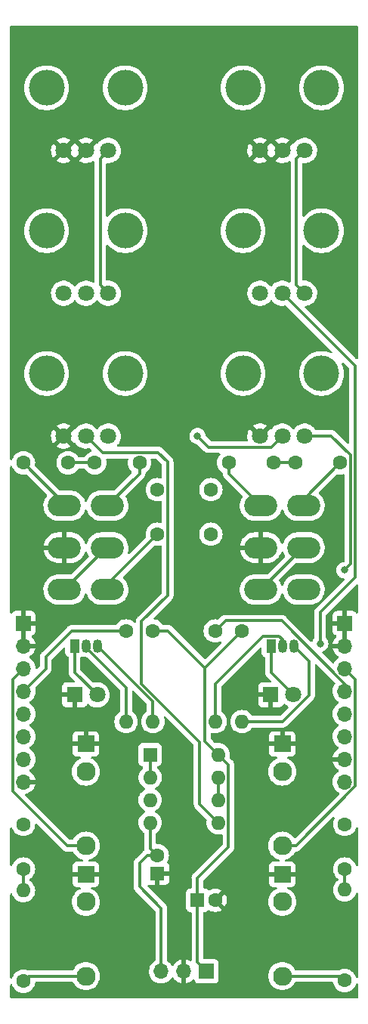
<source format=gtl>
G04 #@! TF.GenerationSoftware,KiCad,Pcbnew,(6.0.0)*
G04 #@! TF.CreationDate,2022-01-31T10:20:25+01:00*
G04 #@! TF.ProjectId,Snare+Hihat,536e6172-652b-4486-9968-61742e6b6963,rev?*
G04 #@! TF.SameCoordinates,Original*
G04 #@! TF.FileFunction,Copper,L1,Top*
G04 #@! TF.FilePolarity,Positive*
%FSLAX46Y46*%
G04 Gerber Fmt 4.6, Leading zero omitted, Abs format (unit mm)*
G04 Created by KiCad (PCBNEW (6.0.0)) date 2022-01-31 10:20:25*
%MOMM*%
%LPD*%
G01*
G04 APERTURE LIST*
G04 #@! TA.AperFunction,ComponentPad*
%ADD10C,1.600000*%
G04 #@! TD*
G04 #@! TA.AperFunction,ComponentPad*
%ADD11R,1.600000X1.600000*%
G04 #@! TD*
G04 #@! TA.AperFunction,ComponentPad*
%ADD12R,1.800000X1.800000*%
G04 #@! TD*
G04 #@! TA.AperFunction,ComponentPad*
%ADD13C,1.800000*%
G04 #@! TD*
G04 #@! TA.AperFunction,WasherPad*
%ADD14C,4.000000*%
G04 #@! TD*
G04 #@! TA.AperFunction,ComponentPad*
%ADD15R,1.930000X1.830000*%
G04 #@! TD*
G04 #@! TA.AperFunction,ComponentPad*
%ADD16C,2.130000*%
G04 #@! TD*
G04 #@! TA.AperFunction,ComponentPad*
%ADD17R,1.050000X1.500000*%
G04 #@! TD*
G04 #@! TA.AperFunction,ComponentPad*
%ADD18O,1.050000X1.500000*%
G04 #@! TD*
G04 #@! TA.AperFunction,ComponentPad*
%ADD19O,1.600000X1.600000*%
G04 #@! TD*
G04 #@! TA.AperFunction,ComponentPad*
%ADD20O,3.700000X2.400000*%
G04 #@! TD*
G04 #@! TA.AperFunction,ComponentPad*
%ADD21R,1.700000X1.700000*%
G04 #@! TD*
G04 #@! TA.AperFunction,ComponentPad*
%ADD22O,1.700000X1.700000*%
G04 #@! TD*
G04 #@! TA.AperFunction,ViaPad*
%ADD23C,3.600000*%
G04 #@! TD*
G04 #@! TA.AperFunction,ViaPad*
%ADD24C,0.800000*%
G04 #@! TD*
G04 #@! TA.AperFunction,Conductor*
%ADD25C,0.300000*%
G04 #@! TD*
G04 APERTURE END LIST*
D10*
X103000000Y-80500000D03*
X98000000Y-80500000D03*
X105500000Y-80500000D03*
X110500000Y-80500000D03*
X96000000Y-83500000D03*
X96000000Y-88500000D03*
D11*
X94500000Y-129500000D03*
D10*
X96500000Y-129500000D03*
D11*
X90000000Y-126500000D03*
D10*
X90000000Y-124500000D03*
X80000000Y-80500000D03*
X75000000Y-80500000D03*
X111000000Y-121000000D03*
X111000000Y-126000000D03*
X83000000Y-80500000D03*
X88000000Y-80500000D03*
X90000000Y-83500000D03*
X90000000Y-88500000D03*
X75000000Y-121000000D03*
X75000000Y-126000000D03*
D12*
X102725000Y-106500000D03*
D13*
X105265000Y-106500000D03*
D12*
X80725000Y-106500000D03*
D13*
X83265000Y-106500000D03*
D14*
X86400000Y-38500000D03*
X77600000Y-38500000D03*
D13*
X84500000Y-45500000D03*
X82000000Y-45500000D03*
X79500000Y-45500000D03*
D15*
X82000000Y-112000000D03*
D16*
X82000000Y-123400000D03*
X82000000Y-115100000D03*
D15*
X104000000Y-126600000D03*
D16*
X104000000Y-138000000D03*
X104000000Y-129700000D03*
D15*
X82000000Y-126600000D03*
D16*
X82000000Y-138000000D03*
X82000000Y-129700000D03*
D17*
X102730000Y-101000000D03*
D18*
X104000000Y-101000000D03*
X105270000Y-101000000D03*
D17*
X80730000Y-101000000D03*
D18*
X82000000Y-101000000D03*
X83270000Y-101000000D03*
D10*
X96500000Y-99340000D03*
D19*
X96500000Y-109500000D03*
D10*
X99500000Y-99340000D03*
D19*
X99500000Y-109500000D03*
D10*
X111000000Y-138500000D03*
D19*
X111000000Y-128340000D03*
D10*
X86500000Y-99340000D03*
D19*
X86500000Y-109500000D03*
D10*
X89500000Y-99340000D03*
D19*
X89500000Y-109500000D03*
D10*
X75000000Y-138580000D03*
D19*
X75000000Y-128420000D03*
D14*
X77600000Y-54500000D03*
X86400000Y-54500000D03*
D13*
X84500000Y-61500000D03*
X82000000Y-61500000D03*
X79500000Y-61500000D03*
D14*
X108400000Y-38500000D03*
X99600000Y-38500000D03*
D13*
X106500000Y-45500000D03*
X104000000Y-45500000D03*
X101500000Y-45500000D03*
D14*
X108400000Y-54500000D03*
X99600000Y-54500000D03*
D13*
X106500000Y-61500000D03*
X104000000Y-61500000D03*
X101500000Y-61500000D03*
D14*
X108400000Y-70500000D03*
X99600000Y-70500000D03*
D13*
X106500000Y-77500000D03*
X104000000Y-77500000D03*
X101500000Y-77500000D03*
D14*
X86400000Y-70500000D03*
X77600000Y-70500000D03*
D13*
X84500000Y-77500000D03*
X82000000Y-77500000D03*
X79500000Y-77500000D03*
D15*
X104000000Y-112000000D03*
D16*
X104000000Y-123400000D03*
X104000000Y-115100000D03*
D20*
X101600000Y-85300000D03*
X101600000Y-90000000D03*
X101600000Y-94700000D03*
X106400000Y-85300000D03*
X106400000Y-90000000D03*
X106400000Y-94700000D03*
X79600000Y-85300000D03*
X79600000Y-90000000D03*
X79600000Y-94700000D03*
X84400000Y-85300000D03*
X84400000Y-90000000D03*
X84400000Y-94700000D03*
D11*
X89200000Y-113200000D03*
D19*
X89200000Y-115740000D03*
X89200000Y-118280000D03*
X89200000Y-120820000D03*
X96820000Y-120820000D03*
X96820000Y-118280000D03*
X96820000Y-115740000D03*
X96820000Y-113200000D03*
D21*
X75000000Y-98460000D03*
D22*
X75000000Y-101000000D03*
X75000000Y-103540000D03*
X75000000Y-106080000D03*
X75000000Y-108620000D03*
X75000000Y-111160000D03*
X75000000Y-113700000D03*
X75000000Y-116240000D03*
D21*
X111000000Y-98460000D03*
D22*
X111000000Y-101000000D03*
X111000000Y-103540000D03*
X111000000Y-106080000D03*
X111000000Y-108620000D03*
X111000000Y-111160000D03*
X111000000Y-113700000D03*
X111000000Y-116240000D03*
D21*
X95525000Y-137475000D03*
D22*
X92985000Y-137475000D03*
X90445000Y-137475000D03*
D23*
X93000000Y-47000000D03*
D24*
X75000000Y-82750000D03*
X74250000Y-83750000D03*
X108250000Y-100750000D03*
X110970023Y-92529977D03*
X94500000Y-77500000D03*
D25*
X94500000Y-127000000D02*
X94500000Y-129500000D01*
X96820000Y-113200000D02*
X97969511Y-114349511D01*
X97969511Y-114349511D02*
X97969511Y-123530489D01*
X99500000Y-99340000D02*
X95350489Y-103489511D01*
X91200978Y-99340000D02*
X95350489Y-103489511D01*
X89500000Y-99340000D02*
X91200978Y-99340000D01*
X97969511Y-123530489D02*
X94500000Y-127000000D01*
X95350489Y-111730489D02*
X96820000Y-113200000D01*
X94500000Y-136450000D02*
X95525000Y-137475000D01*
X95350489Y-103489511D02*
X95350489Y-111730489D01*
X94500000Y-129500000D02*
X94500000Y-136450000D01*
X90445000Y-137475000D02*
X90445000Y-130445000D01*
X88868630Y-124500000D02*
X90000000Y-124500000D01*
X88000000Y-125368630D02*
X88868630Y-124500000D01*
X90445000Y-130445000D02*
X88000000Y-128000000D01*
X89200000Y-120820000D02*
X89200001Y-123700001D01*
X89200001Y-123700001D02*
X90000000Y-124500000D01*
X88000000Y-128000000D02*
X88000000Y-125368630D01*
X89200000Y-115740000D02*
X89200000Y-113200000D01*
X101600000Y-85300000D02*
X98000000Y-81700000D01*
X98000000Y-81700000D02*
X98000000Y-80500000D01*
X79600000Y-85100000D02*
X79600000Y-85300000D01*
X75000000Y-80500000D02*
X79600000Y-85100000D01*
X111000000Y-126000000D02*
X111000000Y-128340000D01*
X84400000Y-94700000D02*
X84400000Y-94100000D01*
X84400000Y-94100000D02*
X90000000Y-88500000D01*
X102730000Y-103965000D02*
X102730000Y-101000000D01*
X105265000Y-106500000D02*
X102730000Y-103965000D01*
X105500000Y-80500000D02*
X103000000Y-80500000D01*
X106400000Y-84600000D02*
X110500000Y-80500000D01*
X106400000Y-85300000D02*
X106400000Y-84600000D01*
X105536366Y-123400000D02*
X112199511Y-116736855D01*
X112199511Y-104739511D02*
X111000000Y-103540000D01*
X112199511Y-116736855D02*
X112199511Y-104739511D01*
X104000000Y-123400000D02*
X105536366Y-123400000D01*
X97649511Y-98190489D02*
X96500000Y-99340000D01*
X111000000Y-106080000D02*
X111000000Y-105268242D01*
X111000000Y-105268242D02*
X103922247Y-98190489D01*
X105600000Y-60600000D02*
X106500000Y-61500000D01*
X103922247Y-98190489D02*
X97649511Y-98190489D01*
X105600000Y-46400000D02*
X105600000Y-60600000D01*
X106500000Y-45500000D02*
X105600000Y-46400000D01*
X112149031Y-93350969D02*
X108250000Y-97250000D01*
X104000000Y-61500000D02*
X112149031Y-69649031D01*
X112149031Y-69649031D02*
X112149031Y-93350969D01*
X108250000Y-97250000D02*
X108250000Y-99500000D01*
X108250000Y-99500000D02*
X108250000Y-100750000D01*
X83000000Y-80500000D02*
X80000000Y-80500000D01*
X88000000Y-81700000D02*
X84400000Y-85300000D01*
X88000000Y-80500000D02*
X88000000Y-81700000D01*
X73800489Y-117300489D02*
X73800489Y-104739511D01*
X82000000Y-123400000D02*
X79900000Y-123400000D01*
X79900000Y-123400000D02*
X73800489Y-117300489D01*
X73800489Y-104739511D02*
X75000000Y-103540000D01*
X77500000Y-102255978D02*
X77500000Y-103580000D01*
X80415978Y-99340000D02*
X77500000Y-102255978D01*
X77500000Y-103580000D02*
X75000000Y-106080000D01*
X86500000Y-99340000D02*
X80415978Y-99340000D01*
X83600000Y-46400000D02*
X83600000Y-60600000D01*
X84500000Y-45500000D02*
X83600000Y-46400000D01*
X83600000Y-60600000D02*
X84500000Y-61500000D01*
X75000000Y-126000000D02*
X75000000Y-128420000D01*
X96820000Y-115740000D02*
X96820000Y-118280000D01*
X80730000Y-103965000D02*
X83265000Y-106500000D01*
X80730000Y-101000000D02*
X80730000Y-103965000D01*
X110500000Y-138000000D02*
X111000000Y-138500000D01*
X104000000Y-138000000D02*
X110500000Y-138000000D01*
X82000000Y-138000000D02*
X75580000Y-138000000D01*
X75580000Y-138000000D02*
X75000000Y-138580000D01*
X111649511Y-91850489D02*
X111649511Y-79649511D01*
X109500000Y-77500000D02*
X106500000Y-77500000D01*
X111649511Y-79649511D02*
X109500000Y-77500000D01*
X110970023Y-92529977D02*
X111649511Y-91850489D01*
X99500000Y-109500000D02*
X104032076Y-109500000D01*
X107000000Y-102730000D02*
X105270000Y-101000000D01*
X104032076Y-109500000D02*
X107000000Y-106532076D01*
X107000000Y-106532076D02*
X107000000Y-102730000D01*
X104000000Y-100295978D02*
X103604511Y-99900489D01*
X96500000Y-105255978D02*
X96500000Y-109500000D01*
X104000000Y-101000000D02*
X104000000Y-100295978D01*
X101855489Y-99900489D02*
X96500000Y-105255978D01*
X103604511Y-99900489D02*
X101855489Y-99900489D01*
X95749511Y-78749511D02*
X102750489Y-78749511D01*
X102750489Y-78749511D02*
X104000000Y-77500000D01*
X94500000Y-77500000D02*
X95749511Y-78749511D01*
X89500000Y-107230000D02*
X83270000Y-101000000D01*
X89500000Y-109500000D02*
X89500000Y-107230000D01*
X82000000Y-101225000D02*
X86500000Y-105725000D01*
X82000000Y-101000000D02*
X82000000Y-101225000D01*
X86500000Y-105725000D02*
X86500000Y-109500000D01*
X88250000Y-98263367D02*
X88250000Y-105273572D01*
X82000000Y-77500000D02*
X83850489Y-79350489D01*
X91149511Y-95363856D02*
X88250000Y-98263367D01*
X90100489Y-79350489D02*
X91149511Y-80399511D01*
X94750000Y-111773572D02*
X94750000Y-118750000D01*
X94750000Y-118750000D02*
X96820000Y-120820000D01*
X91149511Y-80399511D02*
X91149511Y-95363856D01*
X88250000Y-105273572D02*
X94750000Y-111773572D01*
X83850489Y-79350489D02*
X90100489Y-79350489D01*
X106400000Y-90000000D02*
X106300000Y-90000000D01*
X106300000Y-90000000D02*
X101600000Y-94700000D01*
X84300000Y-90000000D02*
X79600000Y-94700000D01*
X84400000Y-90000000D02*
X84300000Y-90000000D01*
G04 #@! TA.AperFunction,Conductor*
G36*
X101614532Y-101176872D02*
G01*
X101671368Y-101219419D01*
X101696179Y-101285939D01*
X101696500Y-101294928D01*
X101696500Y-101798134D01*
X101703255Y-101860316D01*
X101754385Y-101996705D01*
X101841739Y-102113261D01*
X101958295Y-102200615D01*
X101966704Y-102203768D01*
X101966707Y-102203769D01*
X101989731Y-102212401D01*
X102046495Y-102255043D01*
X102071194Y-102321605D01*
X102071500Y-102330382D01*
X102071500Y-103882944D01*
X102070941Y-103894800D01*
X102069212Y-103902537D01*
X102070473Y-103942651D01*
X102071438Y-103973369D01*
X102071500Y-103977327D01*
X102071500Y-104006432D01*
X102072056Y-104010832D01*
X102072988Y-104022664D01*
X102074438Y-104068831D01*
X102076650Y-104076444D01*
X102076650Y-104076445D01*
X102080419Y-104089416D01*
X102084430Y-104108782D01*
X102087118Y-104130064D01*
X102090034Y-104137429D01*
X102090035Y-104137433D01*
X102104126Y-104173021D01*
X102107965Y-104184231D01*
X102120855Y-104228600D01*
X102131775Y-104247065D01*
X102140466Y-104264805D01*
X102148365Y-104284756D01*
X102175516Y-104322126D01*
X102182033Y-104332048D01*
X102201507Y-104364977D01*
X102201510Y-104364981D01*
X102205547Y-104371807D01*
X102220711Y-104386971D01*
X102233551Y-104402004D01*
X102246159Y-104419357D01*
X102279232Y-104446717D01*
X102281747Y-104448798D01*
X102290527Y-104456787D01*
X102710646Y-104876906D01*
X102744670Y-104939217D01*
X102739606Y-105010032D01*
X102697059Y-105066868D01*
X102630539Y-105091679D01*
X102621550Y-105092000D01*
X101780331Y-105092001D01*
X101773510Y-105092371D01*
X101722648Y-105097895D01*
X101707396Y-105101521D01*
X101586946Y-105146676D01*
X101571351Y-105155214D01*
X101469276Y-105231715D01*
X101456715Y-105244276D01*
X101380214Y-105346351D01*
X101371676Y-105361946D01*
X101326522Y-105482394D01*
X101322895Y-105497649D01*
X101317369Y-105548514D01*
X101317000Y-105555328D01*
X101317000Y-106227885D01*
X101321475Y-106243124D01*
X101322865Y-106244329D01*
X101330548Y-106246000D01*
X102853000Y-106246000D01*
X102921121Y-106266002D01*
X102967614Y-106319658D01*
X102979000Y-106372000D01*
X102979000Y-107889884D01*
X102983475Y-107905123D01*
X102984865Y-107906328D01*
X102992548Y-107907999D01*
X103669669Y-107907999D01*
X103676490Y-107907629D01*
X103727352Y-107902105D01*
X103742604Y-107898479D01*
X103863054Y-107853324D01*
X103878649Y-107844786D01*
X103980724Y-107768285D01*
X103993285Y-107755724D01*
X104069786Y-107653649D01*
X104078324Y-107638054D01*
X104099773Y-107580840D01*
X104142415Y-107524075D01*
X104208977Y-107499376D01*
X104278325Y-107514584D01*
X104298240Y-107528126D01*
X104330549Y-107554949D01*
X104454349Y-107657730D01*
X104458816Y-107660340D01*
X104621818Y-107755591D01*
X104670542Y-107807230D01*
X104683613Y-107877013D01*
X104656882Y-107942785D01*
X104647352Y-107953465D01*
X103796219Y-108804597D01*
X103733909Y-108838621D01*
X103707126Y-108841500D01*
X100701888Y-108841500D01*
X100633767Y-108821498D01*
X100598675Y-108787771D01*
X100509357Y-108660211D01*
X100509355Y-108660208D01*
X100506198Y-108655700D01*
X100344300Y-108493802D01*
X100339792Y-108490645D01*
X100339789Y-108490643D01*
X100213939Y-108402522D01*
X100156749Y-108362477D01*
X100151767Y-108360154D01*
X100151762Y-108360151D01*
X99954225Y-108268039D01*
X99954224Y-108268039D01*
X99949243Y-108265716D01*
X99943935Y-108264294D01*
X99943933Y-108264293D01*
X99733402Y-108207881D01*
X99733400Y-108207881D01*
X99728087Y-108206457D01*
X99500000Y-108186502D01*
X99271913Y-108206457D01*
X99266600Y-108207881D01*
X99266598Y-108207881D01*
X99056067Y-108264293D01*
X99056065Y-108264294D01*
X99050757Y-108265716D01*
X99045776Y-108268039D01*
X99045775Y-108268039D01*
X98848238Y-108360151D01*
X98848233Y-108360154D01*
X98843251Y-108362477D01*
X98786061Y-108402522D01*
X98660211Y-108490643D01*
X98660208Y-108490645D01*
X98655700Y-108493802D01*
X98493802Y-108655700D01*
X98490645Y-108660208D01*
X98490643Y-108660211D01*
X98469849Y-108689908D01*
X98362477Y-108843251D01*
X98360154Y-108848233D01*
X98360151Y-108848238D01*
X98276496Y-109027639D01*
X98265716Y-109050757D01*
X98206457Y-109271913D01*
X98186502Y-109500000D01*
X98206457Y-109728087D01*
X98207881Y-109733400D01*
X98207881Y-109733402D01*
X98255202Y-109910003D01*
X98265716Y-109949243D01*
X98268039Y-109954224D01*
X98268039Y-109954225D01*
X98360151Y-110151762D01*
X98360154Y-110151767D01*
X98362477Y-110156749D01*
X98365634Y-110161257D01*
X98482583Y-110328277D01*
X98493802Y-110344300D01*
X98655700Y-110506198D01*
X98660208Y-110509355D01*
X98660211Y-110509357D01*
X98738389Y-110564098D01*
X98843251Y-110637523D01*
X98848233Y-110639846D01*
X98848238Y-110639849D01*
X99021630Y-110720702D01*
X99050757Y-110734284D01*
X99056065Y-110735706D01*
X99056067Y-110735707D01*
X99266598Y-110792119D01*
X99266600Y-110792119D01*
X99271913Y-110793543D01*
X99500000Y-110813498D01*
X99728087Y-110793543D01*
X99733400Y-110792119D01*
X99733402Y-110792119D01*
X99943933Y-110735707D01*
X99943935Y-110735706D01*
X99949243Y-110734284D01*
X99978370Y-110720702D01*
X100151762Y-110639849D01*
X100151767Y-110639846D01*
X100156749Y-110637523D01*
X100261611Y-110564098D01*
X100339789Y-110509357D01*
X100339792Y-110509355D01*
X100344300Y-110506198D01*
X100506198Y-110344300D01*
X100517418Y-110328277D01*
X100598675Y-110212229D01*
X100654132Y-110167901D01*
X100701888Y-110158500D01*
X103950020Y-110158500D01*
X103961876Y-110159059D01*
X103961879Y-110159059D01*
X103969613Y-110160788D01*
X104040445Y-110158562D01*
X104044403Y-110158500D01*
X104073508Y-110158500D01*
X104077908Y-110157944D01*
X104089740Y-110157012D01*
X104135907Y-110155562D01*
X104156497Y-110149580D01*
X104175858Y-110145570D01*
X104185337Y-110144373D01*
X104189280Y-110143875D01*
X104189281Y-110143875D01*
X104197140Y-110142882D01*
X104204505Y-110139966D01*
X104204509Y-110139965D01*
X104240097Y-110125874D01*
X104251307Y-110122035D01*
X104295676Y-110109145D01*
X104314141Y-110098225D01*
X104331881Y-110089534D01*
X104351832Y-110081635D01*
X104389205Y-110054482D01*
X104399124Y-110047967D01*
X104432053Y-110028493D01*
X104432057Y-110028490D01*
X104438883Y-110024453D01*
X104454047Y-110009289D01*
X104469081Y-109996448D01*
X104480019Y-109988501D01*
X104486433Y-109983841D01*
X104515879Y-109948247D01*
X104523868Y-109939468D01*
X107407600Y-107055735D01*
X107416381Y-107047745D01*
X107416390Y-107047737D01*
X107423080Y-107043492D01*
X107471621Y-106991801D01*
X107474375Y-106988960D01*
X107494926Y-106968409D01*
X107497638Y-106964913D01*
X107505349Y-106955884D01*
X107531544Y-106927989D01*
X107536972Y-106922209D01*
X107547301Y-106903421D01*
X107558158Y-106886892D01*
X107559558Y-106885088D01*
X107571304Y-106869945D01*
X107589657Y-106827532D01*
X107594868Y-106816895D01*
X107617124Y-106776413D01*
X107622450Y-106755671D01*
X107622457Y-106755642D01*
X107628859Y-106736940D01*
X107637379Y-106717253D01*
X107644605Y-106671628D01*
X107647013Y-106660002D01*
X107656529Y-106622941D01*
X107656529Y-106622940D01*
X107658500Y-106615264D01*
X107658500Y-106593818D01*
X107660051Y-106574107D01*
X107662166Y-106560754D01*
X107663406Y-106552925D01*
X107659059Y-106506940D01*
X107658500Y-106495082D01*
X107658500Y-103162191D01*
X107678502Y-103094070D01*
X107732158Y-103047577D01*
X107802432Y-103037473D01*
X107867012Y-103066967D01*
X107873594Y-103073095D01*
X108889914Y-104089416D01*
X109900048Y-105099550D01*
X109934074Y-105161862D01*
X109929009Y-105232678D01*
X109915042Y-105259647D01*
X109814743Y-105406680D01*
X109720688Y-105609305D01*
X109660989Y-105824570D01*
X109637251Y-106046695D01*
X109637548Y-106051848D01*
X109637548Y-106051851D01*
X109643011Y-106146590D01*
X109650110Y-106269715D01*
X109651247Y-106274761D01*
X109651248Y-106274767D01*
X109661365Y-106319658D01*
X109699222Y-106487639D01*
X109747827Y-106607339D01*
X109773932Y-106671628D01*
X109783266Y-106694616D01*
X109820663Y-106755642D01*
X109894545Y-106876207D01*
X109899987Y-106885088D01*
X110046250Y-107053938D01*
X110218126Y-107196632D01*
X110271664Y-107227917D01*
X110291445Y-107239476D01*
X110340169Y-107291114D01*
X110353240Y-107360897D01*
X110326509Y-107426669D01*
X110286055Y-107460027D01*
X110273607Y-107466507D01*
X110269474Y-107469610D01*
X110269471Y-107469612D01*
X110119129Y-107582492D01*
X110094965Y-107600635D01*
X109940629Y-107762138D01*
X109937715Y-107766410D01*
X109937714Y-107766411D01*
X109875776Y-107857209D01*
X109814743Y-107946680D01*
X109720688Y-108149305D01*
X109660989Y-108364570D01*
X109637251Y-108586695D01*
X109637548Y-108591848D01*
X109637548Y-108591851D01*
X109643011Y-108686590D01*
X109650110Y-108809715D01*
X109651247Y-108814761D01*
X109651248Y-108814767D01*
X109665594Y-108878421D01*
X109699222Y-109027639D01*
X109783266Y-109234616D01*
X109899987Y-109425088D01*
X110046250Y-109593938D01*
X110218126Y-109736632D01*
X110288595Y-109777811D01*
X110291445Y-109779476D01*
X110340169Y-109831114D01*
X110353240Y-109900897D01*
X110326509Y-109966669D01*
X110286055Y-110000027D01*
X110281737Y-110002275D01*
X110273607Y-110006507D01*
X110269474Y-110009610D01*
X110269471Y-110009612D01*
X110099100Y-110137530D01*
X110094965Y-110140635D01*
X109940629Y-110302138D01*
X109814743Y-110486680D01*
X109799003Y-110520590D01*
X109743645Y-110639849D01*
X109720688Y-110689305D01*
X109660989Y-110904570D01*
X109637251Y-111126695D01*
X109637548Y-111131848D01*
X109637548Y-111131851D01*
X109643011Y-111226590D01*
X109650110Y-111349715D01*
X109651247Y-111354761D01*
X109651248Y-111354767D01*
X109671119Y-111442939D01*
X109699222Y-111567639D01*
X109737461Y-111661811D01*
X109770479Y-111743124D01*
X109783266Y-111774616D01*
X109785965Y-111779020D01*
X109893665Y-111954771D01*
X109899987Y-111965088D01*
X110046250Y-112133938D01*
X110218126Y-112276632D01*
X110227800Y-112282285D01*
X110291955Y-112319774D01*
X110340679Y-112371412D01*
X110353750Y-112441195D01*
X110327019Y-112506967D01*
X110286562Y-112540327D01*
X110278457Y-112544546D01*
X110269738Y-112550036D01*
X110099433Y-112677905D01*
X110091726Y-112684748D01*
X109944590Y-112838717D01*
X109938104Y-112846727D01*
X109818098Y-113022649D01*
X109813000Y-113031623D01*
X109723338Y-113224783D01*
X109719775Y-113234470D01*
X109664389Y-113434183D01*
X109665912Y-113442607D01*
X109678292Y-113446000D01*
X111128000Y-113446000D01*
X111196121Y-113466002D01*
X111242614Y-113519658D01*
X111254000Y-113572000D01*
X111254000Y-113828000D01*
X111233998Y-113896121D01*
X111180342Y-113942614D01*
X111128000Y-113954000D01*
X109683225Y-113954000D01*
X109669694Y-113957973D01*
X109668257Y-113967966D01*
X109698565Y-114102446D01*
X109701645Y-114112275D01*
X109781770Y-114309603D01*
X109786413Y-114318794D01*
X109897694Y-114500388D01*
X109903777Y-114508699D01*
X110043213Y-114669667D01*
X110050580Y-114676883D01*
X110214434Y-114812916D01*
X110222881Y-114818831D01*
X110291969Y-114859203D01*
X110340693Y-114910842D01*
X110353764Y-114980625D01*
X110327033Y-115046396D01*
X110286584Y-115079752D01*
X110273607Y-115086507D01*
X110269474Y-115089610D01*
X110269471Y-115089612D01*
X110181454Y-115155697D01*
X110094965Y-115220635D01*
X109940629Y-115382138D01*
X109814743Y-115566680D01*
X109720688Y-115769305D01*
X109660989Y-115984570D01*
X109637251Y-116206695D01*
X109637548Y-116211848D01*
X109637548Y-116211851D01*
X109644032Y-116324303D01*
X109650110Y-116429715D01*
X109651247Y-116434761D01*
X109651248Y-116434767D01*
X109664597Y-116494000D01*
X109699222Y-116647639D01*
X109783266Y-116854616D01*
X109899987Y-117045088D01*
X110046250Y-117213938D01*
X110218126Y-117356632D01*
X110305115Y-117407464D01*
X110348741Y-117432957D01*
X110397465Y-117484595D01*
X110410536Y-117554378D01*
X110383805Y-117620150D01*
X110374266Y-117630840D01*
X105487182Y-122517924D01*
X105424870Y-122551950D01*
X105354055Y-122546885D01*
X105297219Y-122504338D01*
X105290654Y-122494663D01*
X105279511Y-122476479D01*
X105279507Y-122476474D01*
X105276925Y-122472260D01*
X105116073Y-122283927D01*
X104927740Y-122123075D01*
X104716563Y-121993666D01*
X104711993Y-121991773D01*
X104711989Y-121991771D01*
X104492315Y-121900779D01*
X104492313Y-121900778D01*
X104487742Y-121898885D01*
X104402830Y-121878499D01*
X104251724Y-121842221D01*
X104251718Y-121842220D01*
X104246911Y-121841066D01*
X104000000Y-121821634D01*
X103753089Y-121841066D01*
X103748282Y-121842220D01*
X103748276Y-121842221D01*
X103597170Y-121878499D01*
X103512258Y-121898885D01*
X103507687Y-121900778D01*
X103507685Y-121900779D01*
X103288011Y-121991771D01*
X103288007Y-121991773D01*
X103283437Y-121993666D01*
X103072260Y-122123075D01*
X102883927Y-122283927D01*
X102723075Y-122472260D01*
X102593666Y-122683437D01*
X102591773Y-122688007D01*
X102591771Y-122688011D01*
X102574807Y-122728966D01*
X102498885Y-122912258D01*
X102497730Y-122917070D01*
X102442221Y-123148276D01*
X102442220Y-123148282D01*
X102441066Y-123153089D01*
X102421634Y-123400000D01*
X102441066Y-123646911D01*
X102442220Y-123651718D01*
X102442221Y-123651724D01*
X102466790Y-123754057D01*
X102498885Y-123887742D01*
X102500778Y-123892313D01*
X102500779Y-123892315D01*
X102577901Y-124078502D01*
X102593666Y-124116563D01*
X102723075Y-124327740D01*
X102883927Y-124516073D01*
X103072260Y-124676925D01*
X103283437Y-124806334D01*
X103288007Y-124808227D01*
X103288011Y-124808229D01*
X103507685Y-124899221D01*
X103512258Y-124901115D01*
X103517072Y-124902271D01*
X103517079Y-124902273D01*
X103626248Y-124928483D01*
X103687817Y-124963835D01*
X103720499Y-125026862D01*
X103713918Y-125097553D01*
X103670164Y-125153464D01*
X103596833Y-125177001D01*
X102990331Y-125177001D01*
X102983510Y-125177371D01*
X102932648Y-125182895D01*
X102917396Y-125186521D01*
X102796946Y-125231676D01*
X102781351Y-125240214D01*
X102679276Y-125316715D01*
X102666715Y-125329276D01*
X102590214Y-125431351D01*
X102581676Y-125446946D01*
X102536522Y-125567394D01*
X102532895Y-125582649D01*
X102527369Y-125633514D01*
X102527000Y-125640328D01*
X102527000Y-126327885D01*
X102531475Y-126343124D01*
X102532865Y-126344329D01*
X102540548Y-126346000D01*
X105454884Y-126346000D01*
X105470123Y-126341525D01*
X105471328Y-126340135D01*
X105472999Y-126332452D01*
X105472999Y-125640331D01*
X105472629Y-125633510D01*
X105467105Y-125582648D01*
X105463479Y-125567396D01*
X105418324Y-125446946D01*
X105409786Y-125431351D01*
X105333285Y-125329276D01*
X105320724Y-125316715D01*
X105218649Y-125240214D01*
X105203054Y-125231676D01*
X105082606Y-125186522D01*
X105067351Y-125182895D01*
X105016486Y-125177369D01*
X105009672Y-125177000D01*
X104403168Y-125177000D01*
X104335047Y-125156998D01*
X104288554Y-125103342D01*
X104278450Y-125033068D01*
X104307944Y-124968488D01*
X104373753Y-124928482D01*
X104487742Y-124901115D01*
X104492315Y-124899221D01*
X104711989Y-124808229D01*
X104711993Y-124808227D01*
X104716563Y-124806334D01*
X104927740Y-124676925D01*
X105116073Y-124516073D01*
X105276925Y-124327740D01*
X105404335Y-124119825D01*
X105456983Y-124072194D01*
X105507810Y-124059722D01*
X105539594Y-124058724D01*
X105544737Y-124058562D01*
X105548693Y-124058500D01*
X105577798Y-124058500D01*
X105582198Y-124057944D01*
X105594030Y-124057012D01*
X105640197Y-124055562D01*
X105660787Y-124049580D01*
X105680148Y-124045570D01*
X105687774Y-124044607D01*
X105693570Y-124043875D01*
X105693571Y-124043875D01*
X105701430Y-124042882D01*
X105708795Y-124039966D01*
X105708799Y-124039965D01*
X105744387Y-124025874D01*
X105755597Y-124022035D01*
X105799966Y-124009145D01*
X105818431Y-123998225D01*
X105836171Y-123989534D01*
X105856122Y-123981635D01*
X105893495Y-123954482D01*
X105903414Y-123947967D01*
X105936343Y-123928493D01*
X105936347Y-123928490D01*
X105943173Y-123924453D01*
X105958337Y-123909289D01*
X105973371Y-123896448D01*
X105990723Y-123883841D01*
X106020169Y-123848247D01*
X106028158Y-123839468D01*
X109652605Y-120215021D01*
X109714917Y-120180995D01*
X109785732Y-120186060D01*
X109842568Y-120228607D01*
X109867379Y-120295127D01*
X109855895Y-120357366D01*
X109765716Y-120550757D01*
X109706457Y-120771913D01*
X109686502Y-121000000D01*
X109706457Y-121228087D01*
X109765716Y-121449243D01*
X109768039Y-121454224D01*
X109768039Y-121454225D01*
X109860151Y-121651762D01*
X109860154Y-121651767D01*
X109862477Y-121656749D01*
X109870493Y-121668197D01*
X109983339Y-121829357D01*
X109993802Y-121844300D01*
X110155700Y-122006198D01*
X110160208Y-122009355D01*
X110160211Y-122009357D01*
X110221056Y-122051961D01*
X110343251Y-122137523D01*
X110348233Y-122139846D01*
X110348238Y-122139849D01*
X110460807Y-122192340D01*
X110550757Y-122234284D01*
X110556065Y-122235706D01*
X110556067Y-122235707D01*
X110766598Y-122292119D01*
X110766600Y-122292119D01*
X110771913Y-122293543D01*
X111000000Y-122313498D01*
X111228087Y-122293543D01*
X111233400Y-122292119D01*
X111233402Y-122292119D01*
X111443933Y-122235707D01*
X111443935Y-122235706D01*
X111449243Y-122234284D01*
X111539193Y-122192340D01*
X111651762Y-122139849D01*
X111651767Y-122139846D01*
X111656749Y-122137523D01*
X111778944Y-122051961D01*
X111839789Y-122009357D01*
X111839792Y-122009355D01*
X111844300Y-122006198D01*
X112006198Y-121844300D01*
X112016662Y-121829357D01*
X112129507Y-121668197D01*
X112137523Y-121656749D01*
X112139846Y-121651767D01*
X112139849Y-121651762D01*
X112231961Y-121454225D01*
X112231961Y-121454224D01*
X112234284Y-121449243D01*
X112244293Y-121411889D01*
X112281245Y-121351266D01*
X112345105Y-121320245D01*
X112415600Y-121328673D01*
X112470347Y-121373876D01*
X112492000Y-121444500D01*
X112492000Y-125555500D01*
X112471998Y-125623621D01*
X112418342Y-125670114D01*
X112348068Y-125680218D01*
X112283488Y-125650724D01*
X112244293Y-125588111D01*
X112235707Y-125556067D01*
X112235706Y-125556065D01*
X112234284Y-125550757D01*
X112192871Y-125461946D01*
X112139849Y-125348238D01*
X112139846Y-125348233D01*
X112137523Y-125343251D01*
X112025240Y-125182895D01*
X112009357Y-125160211D01*
X112009355Y-125160208D01*
X112006198Y-125155700D01*
X111844300Y-124993802D01*
X111839792Y-124990645D01*
X111839789Y-124990643D01*
X111725070Y-124910316D01*
X111656749Y-124862477D01*
X111651767Y-124860154D01*
X111651762Y-124860151D01*
X111454225Y-124768039D01*
X111454224Y-124768039D01*
X111449243Y-124765716D01*
X111443935Y-124764294D01*
X111443933Y-124764293D01*
X111233402Y-124707881D01*
X111233400Y-124707881D01*
X111228087Y-124706457D01*
X111000000Y-124686502D01*
X110771913Y-124706457D01*
X110766600Y-124707881D01*
X110766598Y-124707881D01*
X110556067Y-124764293D01*
X110556065Y-124764294D01*
X110550757Y-124765716D01*
X110545776Y-124768039D01*
X110545775Y-124768039D01*
X110348238Y-124860151D01*
X110348233Y-124860154D01*
X110343251Y-124862477D01*
X110274930Y-124910316D01*
X110160211Y-124990643D01*
X110160208Y-124990645D01*
X110155700Y-124993802D01*
X109993802Y-125155700D01*
X109990645Y-125160208D01*
X109990643Y-125160211D01*
X109974760Y-125182895D01*
X109862477Y-125343251D01*
X109860154Y-125348233D01*
X109860151Y-125348238D01*
X109807129Y-125461946D01*
X109765716Y-125550757D01*
X109764294Y-125556065D01*
X109764293Y-125556067D01*
X109741431Y-125641390D01*
X109706457Y-125771913D01*
X109686502Y-126000000D01*
X109706457Y-126228087D01*
X109707881Y-126233400D01*
X109707881Y-126233402D01*
X109745019Y-126372000D01*
X109765716Y-126449243D01*
X109768039Y-126454224D01*
X109768039Y-126454225D01*
X109860151Y-126651762D01*
X109860154Y-126651767D01*
X109862477Y-126656749D01*
X109926873Y-126748716D01*
X109973163Y-126814824D01*
X109993802Y-126844300D01*
X110155700Y-127006198D01*
X110160208Y-127009355D01*
X110160211Y-127009357D01*
X110242230Y-127066787D01*
X110286558Y-127122244D01*
X110293867Y-127192863D01*
X110261836Y-127256224D01*
X110242230Y-127273213D01*
X110160211Y-127330643D01*
X110160208Y-127330645D01*
X110155700Y-127333802D01*
X109993802Y-127495700D01*
X109990645Y-127500208D01*
X109990643Y-127500211D01*
X109949010Y-127559669D01*
X109862477Y-127683251D01*
X109860154Y-127688233D01*
X109860151Y-127688238D01*
X109804479Y-127807629D01*
X109765716Y-127890757D01*
X109764294Y-127896065D01*
X109764293Y-127896067D01*
X109707881Y-128106598D01*
X109706457Y-128111913D01*
X109686502Y-128340000D01*
X109706457Y-128568087D01*
X109707881Y-128573400D01*
X109707881Y-128573402D01*
X109762295Y-128776474D01*
X109765716Y-128789243D01*
X109768039Y-128794224D01*
X109768039Y-128794225D01*
X109860151Y-128991762D01*
X109860154Y-128991767D01*
X109862477Y-128996749D01*
X109993802Y-129184300D01*
X110155700Y-129346198D01*
X110160208Y-129349355D01*
X110160211Y-129349357D01*
X110238389Y-129404098D01*
X110343251Y-129477523D01*
X110348233Y-129479846D01*
X110348238Y-129479849D01*
X110545775Y-129571961D01*
X110550757Y-129574284D01*
X110556065Y-129575706D01*
X110556067Y-129575707D01*
X110766598Y-129632119D01*
X110766600Y-129632119D01*
X110771913Y-129633543D01*
X111000000Y-129653498D01*
X111228087Y-129633543D01*
X111233400Y-129632119D01*
X111233402Y-129632119D01*
X111443933Y-129575707D01*
X111443935Y-129575706D01*
X111449243Y-129574284D01*
X111454225Y-129571961D01*
X111651762Y-129479849D01*
X111651767Y-129479846D01*
X111656749Y-129477523D01*
X111761611Y-129404098D01*
X111839789Y-129349357D01*
X111839792Y-129349355D01*
X111844300Y-129346198D01*
X112006198Y-129184300D01*
X112137523Y-128996749D01*
X112139846Y-128991767D01*
X112139849Y-128991762D01*
X112231961Y-128794225D01*
X112231961Y-128794224D01*
X112234284Y-128789243D01*
X112237706Y-128776474D01*
X112244293Y-128751889D01*
X112281245Y-128691266D01*
X112345105Y-128660245D01*
X112415600Y-128668673D01*
X112470347Y-128713876D01*
X112492000Y-128784500D01*
X112492000Y-138055500D01*
X112471998Y-138123621D01*
X112418342Y-138170114D01*
X112348068Y-138180218D01*
X112283488Y-138150724D01*
X112244293Y-138088111D01*
X112235707Y-138056067D01*
X112235706Y-138056065D01*
X112234284Y-138050757D01*
X112177153Y-137928238D01*
X112139849Y-137848238D01*
X112139846Y-137848233D01*
X112137523Y-137843251D01*
X112016048Y-137669767D01*
X112009357Y-137660211D01*
X112009355Y-137660208D01*
X112006198Y-137655700D01*
X111844300Y-137493802D01*
X111839792Y-137490645D01*
X111839789Y-137490643D01*
X111761611Y-137435902D01*
X111656749Y-137362477D01*
X111651767Y-137360154D01*
X111651762Y-137360151D01*
X111454225Y-137268039D01*
X111454224Y-137268039D01*
X111449243Y-137265716D01*
X111443935Y-137264294D01*
X111443933Y-137264293D01*
X111233402Y-137207881D01*
X111233400Y-137207881D01*
X111228087Y-137206457D01*
X111000000Y-137186502D01*
X110771913Y-137206457D01*
X110766600Y-137207881D01*
X110766598Y-137207881D01*
X110556067Y-137264293D01*
X110556065Y-137264294D01*
X110550757Y-137265716D01*
X110545776Y-137268039D01*
X110545775Y-137268039D01*
X110413553Y-137329695D01*
X110360303Y-137341500D01*
X105512479Y-137341500D01*
X105444358Y-137321498D01*
X105405046Y-137281335D01*
X105279507Y-137076474D01*
X105276925Y-137072260D01*
X105116073Y-136883927D01*
X104927740Y-136723075D01*
X104716563Y-136593666D01*
X104711993Y-136591773D01*
X104711989Y-136591771D01*
X104492315Y-136500779D01*
X104492313Y-136500778D01*
X104487742Y-136498885D01*
X104387622Y-136474848D01*
X104251724Y-136442221D01*
X104251718Y-136442220D01*
X104246911Y-136441066D01*
X104000000Y-136421634D01*
X103753089Y-136441066D01*
X103748282Y-136442220D01*
X103748276Y-136442221D01*
X103612378Y-136474848D01*
X103512258Y-136498885D01*
X103507687Y-136500778D01*
X103507685Y-136500779D01*
X103288011Y-136591771D01*
X103288007Y-136591773D01*
X103283437Y-136593666D01*
X103072260Y-136723075D01*
X102883927Y-136883927D01*
X102723075Y-137072260D01*
X102593666Y-137283437D01*
X102591773Y-137288007D01*
X102591771Y-137288011D01*
X102500779Y-137507685D01*
X102498885Y-137512258D01*
X102483174Y-137577699D01*
X102442221Y-137748276D01*
X102442220Y-137748282D01*
X102441066Y-137753089D01*
X102421634Y-138000000D01*
X102441066Y-138246911D01*
X102442220Y-138251718D01*
X102442221Y-138251724D01*
X102478499Y-138402830D01*
X102498885Y-138487742D01*
X102500778Y-138492313D01*
X102500779Y-138492315D01*
X102589366Y-138706181D01*
X102593666Y-138716563D01*
X102723075Y-138927740D01*
X102883927Y-139116073D01*
X103072260Y-139276925D01*
X103283437Y-139406334D01*
X103288007Y-139408227D01*
X103288011Y-139408229D01*
X103507685Y-139499221D01*
X103512258Y-139501115D01*
X103597170Y-139521501D01*
X103748276Y-139557779D01*
X103748282Y-139557780D01*
X103753089Y-139558934D01*
X104000000Y-139578366D01*
X104246911Y-139558934D01*
X104251718Y-139557780D01*
X104251724Y-139557779D01*
X104402830Y-139521501D01*
X104487742Y-139501115D01*
X104492315Y-139499221D01*
X104711989Y-139408229D01*
X104711993Y-139408227D01*
X104716563Y-139406334D01*
X104927740Y-139276925D01*
X105116073Y-139116073D01*
X105276925Y-138927740D01*
X105405046Y-138718665D01*
X105457694Y-138671034D01*
X105512479Y-138658500D01*
X109591128Y-138658500D01*
X109659249Y-138678502D01*
X109705742Y-138732158D01*
X109712834Y-138751887D01*
X109765716Y-138949243D01*
X109768039Y-138954224D01*
X109768039Y-138954225D01*
X109860151Y-139151762D01*
X109860154Y-139151767D01*
X109862477Y-139156749D01*
X109993802Y-139344300D01*
X110155700Y-139506198D01*
X110160208Y-139509355D01*
X110160211Y-139509357D01*
X110229365Y-139557779D01*
X110343251Y-139637523D01*
X110348233Y-139639846D01*
X110348238Y-139639849D01*
X110545775Y-139731961D01*
X110550757Y-139734284D01*
X110556065Y-139735706D01*
X110556067Y-139735707D01*
X110766598Y-139792119D01*
X110766600Y-139792119D01*
X110771913Y-139793543D01*
X111000000Y-139813498D01*
X111228087Y-139793543D01*
X111233400Y-139792119D01*
X111233402Y-139792119D01*
X111443933Y-139735707D01*
X111443935Y-139735706D01*
X111449243Y-139734284D01*
X111454225Y-139731961D01*
X111651762Y-139639849D01*
X111651767Y-139639846D01*
X111656749Y-139637523D01*
X111770635Y-139557779D01*
X111839789Y-139509357D01*
X111839792Y-139509355D01*
X111844300Y-139506198D01*
X112006198Y-139344300D01*
X112137523Y-139156749D01*
X112139846Y-139151767D01*
X112139849Y-139151762D01*
X112231961Y-138954225D01*
X112231961Y-138954224D01*
X112234284Y-138949243D01*
X112244293Y-138911889D01*
X112281245Y-138851266D01*
X112345105Y-138820245D01*
X112415600Y-138828673D01*
X112470347Y-138873876D01*
X112492000Y-138944500D01*
X112492000Y-140366000D01*
X112471998Y-140434121D01*
X112418342Y-140480614D01*
X112366000Y-140492000D01*
X73634000Y-140492000D01*
X73565879Y-140471998D01*
X73519386Y-140418342D01*
X73508000Y-140366000D01*
X73508000Y-139024500D01*
X73528002Y-138956379D01*
X73581658Y-138909886D01*
X73651932Y-138899782D01*
X73716512Y-138929276D01*
X73755707Y-138991889D01*
X73765716Y-139029243D01*
X73768039Y-139034224D01*
X73768039Y-139034225D01*
X73860151Y-139231762D01*
X73860154Y-139231767D01*
X73862477Y-139236749D01*
X73993802Y-139424300D01*
X74155700Y-139586198D01*
X74160208Y-139589355D01*
X74160211Y-139589357D01*
X74224491Y-139634366D01*
X74343251Y-139717523D01*
X74348233Y-139719846D01*
X74348238Y-139719849D01*
X74545775Y-139811961D01*
X74550757Y-139814284D01*
X74556065Y-139815706D01*
X74556067Y-139815707D01*
X74766598Y-139872119D01*
X74766600Y-139872119D01*
X74771913Y-139873543D01*
X75000000Y-139893498D01*
X75228087Y-139873543D01*
X75233400Y-139872119D01*
X75233402Y-139872119D01*
X75443933Y-139815707D01*
X75443935Y-139815706D01*
X75449243Y-139814284D01*
X75454225Y-139811961D01*
X75651762Y-139719849D01*
X75651767Y-139719846D01*
X75656749Y-139717523D01*
X75775509Y-139634366D01*
X75839789Y-139589357D01*
X75839792Y-139589355D01*
X75844300Y-139586198D01*
X76006198Y-139424300D01*
X76137523Y-139236749D01*
X76139846Y-139231767D01*
X76139849Y-139231762D01*
X76231961Y-139034225D01*
X76231961Y-139034224D01*
X76234284Y-139029243D01*
X76293543Y-138808087D01*
X76296567Y-138773518D01*
X76322430Y-138707401D01*
X76379933Y-138665761D01*
X76422088Y-138658500D01*
X80487521Y-138658500D01*
X80555642Y-138678502D01*
X80594954Y-138718665D01*
X80723075Y-138927740D01*
X80883927Y-139116073D01*
X81072260Y-139276925D01*
X81283437Y-139406334D01*
X81288007Y-139408227D01*
X81288011Y-139408229D01*
X81507685Y-139499221D01*
X81512258Y-139501115D01*
X81597170Y-139521501D01*
X81748276Y-139557779D01*
X81748282Y-139557780D01*
X81753089Y-139558934D01*
X82000000Y-139578366D01*
X82246911Y-139558934D01*
X82251718Y-139557780D01*
X82251724Y-139557779D01*
X82402830Y-139521501D01*
X82487742Y-139501115D01*
X82492315Y-139499221D01*
X82711989Y-139408229D01*
X82711993Y-139408227D01*
X82716563Y-139406334D01*
X82927740Y-139276925D01*
X83116073Y-139116073D01*
X83276925Y-138927740D01*
X83406334Y-138716563D01*
X83410635Y-138706181D01*
X83499221Y-138492315D01*
X83499222Y-138492313D01*
X83501115Y-138487742D01*
X83521501Y-138402830D01*
X83557779Y-138251724D01*
X83557780Y-138251718D01*
X83558934Y-138246911D01*
X83578366Y-138000000D01*
X83558934Y-137753089D01*
X83557780Y-137748282D01*
X83557779Y-137748276D01*
X83516826Y-137577699D01*
X83501115Y-137512258D01*
X83499221Y-137507685D01*
X83408229Y-137288011D01*
X83408227Y-137288007D01*
X83406334Y-137283437D01*
X83276925Y-137072260D01*
X83116073Y-136883927D01*
X82927740Y-136723075D01*
X82716563Y-136593666D01*
X82711993Y-136591773D01*
X82711989Y-136591771D01*
X82492315Y-136500779D01*
X82492313Y-136500778D01*
X82487742Y-136498885D01*
X82387622Y-136474848D01*
X82251724Y-136442221D01*
X82251718Y-136442220D01*
X82246911Y-136441066D01*
X82000000Y-136421634D01*
X81753089Y-136441066D01*
X81748282Y-136442220D01*
X81748276Y-136442221D01*
X81612378Y-136474848D01*
X81512258Y-136498885D01*
X81507687Y-136500778D01*
X81507685Y-136500779D01*
X81288011Y-136591771D01*
X81288007Y-136591773D01*
X81283437Y-136593666D01*
X81072260Y-136723075D01*
X80883927Y-136883927D01*
X80723075Y-137072260D01*
X80720493Y-137076474D01*
X80594954Y-137281335D01*
X80542306Y-137328966D01*
X80487521Y-137341500D01*
X75662059Y-137341500D01*
X75650203Y-137340941D01*
X75642463Y-137339211D01*
X75634537Y-137339460D01*
X75634536Y-137339460D01*
X75571611Y-137341438D01*
X75567653Y-137341500D01*
X75538568Y-137341500D01*
X75534637Y-137341997D01*
X75534630Y-137341997D01*
X75534179Y-137342054D01*
X75522343Y-137342986D01*
X75480782Y-137344293D01*
X75476168Y-137344438D01*
X75476141Y-137343567D01*
X75432740Y-137341294D01*
X75228087Y-137286457D01*
X75000000Y-137266502D01*
X74771913Y-137286457D01*
X74766600Y-137287881D01*
X74766598Y-137287881D01*
X74556067Y-137344293D01*
X74556065Y-137344294D01*
X74550757Y-137345716D01*
X74545776Y-137348039D01*
X74545775Y-137348039D01*
X74348238Y-137440151D01*
X74348233Y-137440154D01*
X74343251Y-137442477D01*
X74274463Y-137490643D01*
X74160211Y-137570643D01*
X74160208Y-137570645D01*
X74155700Y-137573802D01*
X73993802Y-137735700D01*
X73862477Y-137923251D01*
X73860154Y-137928233D01*
X73860151Y-137928238D01*
X73768039Y-138125775D01*
X73765716Y-138130757D01*
X73764294Y-138136065D01*
X73764293Y-138136067D01*
X73755707Y-138168111D01*
X73718755Y-138228734D01*
X73654895Y-138259755D01*
X73584400Y-138251327D01*
X73529653Y-138206124D01*
X73508000Y-138135500D01*
X73508000Y-128864500D01*
X73528002Y-128796379D01*
X73581658Y-128749886D01*
X73651932Y-128739782D01*
X73716512Y-128769276D01*
X73755707Y-128831889D01*
X73765716Y-128869243D01*
X73768039Y-128874224D01*
X73768039Y-128874225D01*
X73860151Y-129071762D01*
X73860154Y-129071767D01*
X73862477Y-129076749D01*
X73993802Y-129264300D01*
X74155700Y-129426198D01*
X74160208Y-129429355D01*
X74160211Y-129429357D01*
X74224491Y-129474366D01*
X74343251Y-129557523D01*
X74348233Y-129559846D01*
X74348238Y-129559849D01*
X74545775Y-129651961D01*
X74550757Y-129654284D01*
X74556065Y-129655706D01*
X74556067Y-129655707D01*
X74766598Y-129712119D01*
X74766600Y-129712119D01*
X74771913Y-129713543D01*
X75000000Y-129733498D01*
X75228087Y-129713543D01*
X75233400Y-129712119D01*
X75233402Y-129712119D01*
X75278630Y-129700000D01*
X80421634Y-129700000D01*
X80441066Y-129946911D01*
X80442220Y-129951718D01*
X80442221Y-129951724D01*
X80461634Y-130032582D01*
X80498885Y-130187742D01*
X80500778Y-130192313D01*
X80500779Y-130192315D01*
X80566729Y-130351531D01*
X80593666Y-130416563D01*
X80723075Y-130627740D01*
X80883927Y-130816073D01*
X81072260Y-130976925D01*
X81283437Y-131106334D01*
X81288007Y-131108227D01*
X81288011Y-131108229D01*
X81507685Y-131199221D01*
X81512258Y-131201115D01*
X81597170Y-131221501D01*
X81748276Y-131257779D01*
X81748282Y-131257780D01*
X81753089Y-131258934D01*
X82000000Y-131278366D01*
X82246911Y-131258934D01*
X82251718Y-131257780D01*
X82251724Y-131257779D01*
X82402830Y-131221501D01*
X82487742Y-131201115D01*
X82492315Y-131199221D01*
X82711989Y-131108229D01*
X82711993Y-131108227D01*
X82716563Y-131106334D01*
X82927740Y-130976925D01*
X83116073Y-130816073D01*
X83276925Y-130627740D01*
X83406334Y-130416563D01*
X83433272Y-130351531D01*
X83499221Y-130192315D01*
X83499222Y-130192313D01*
X83501115Y-130187742D01*
X83538366Y-130032582D01*
X83557779Y-129951724D01*
X83557780Y-129951718D01*
X83558934Y-129946911D01*
X83578366Y-129700000D01*
X83558934Y-129453089D01*
X83557780Y-129448282D01*
X83557779Y-129448276D01*
X83502270Y-129217070D01*
X83501115Y-129212258D01*
X83491149Y-129188197D01*
X83408229Y-128988011D01*
X83408227Y-128988007D01*
X83406334Y-128983437D01*
X83276925Y-128772260D01*
X83116073Y-128583927D01*
X82927740Y-128423075D01*
X82716563Y-128293666D01*
X82648342Y-128265408D01*
X82593062Y-128220859D01*
X82570641Y-128153496D01*
X82588199Y-128084705D01*
X82640162Y-128036326D01*
X82696561Y-128022999D01*
X83009669Y-128022999D01*
X83016490Y-128022629D01*
X83067352Y-128017105D01*
X83082604Y-128013479D01*
X83203054Y-127968324D01*
X83218649Y-127959786D01*
X83320724Y-127883285D01*
X83333285Y-127870724D01*
X83409786Y-127768649D01*
X83418324Y-127753054D01*
X83463478Y-127632606D01*
X83467105Y-127617351D01*
X83472631Y-127566486D01*
X83473000Y-127559672D01*
X83473000Y-126872115D01*
X83468525Y-126856876D01*
X83467135Y-126855671D01*
X83459452Y-126854000D01*
X80545116Y-126854000D01*
X80529877Y-126858475D01*
X80528672Y-126859865D01*
X80527001Y-126867548D01*
X80527001Y-127559669D01*
X80527371Y-127566490D01*
X80532895Y-127617352D01*
X80536521Y-127632604D01*
X80581676Y-127753054D01*
X80590214Y-127768649D01*
X80666715Y-127870724D01*
X80679276Y-127883285D01*
X80781351Y-127959786D01*
X80796946Y-127968324D01*
X80917394Y-128013478D01*
X80932649Y-128017105D01*
X80983514Y-128022631D01*
X80990328Y-128023000D01*
X81303438Y-128023000D01*
X81371559Y-128043002D01*
X81418052Y-128096658D01*
X81428156Y-128166932D01*
X81398662Y-128231512D01*
X81351657Y-128265408D01*
X81323360Y-128277129D01*
X81288011Y-128291771D01*
X81288007Y-128291773D01*
X81283437Y-128293666D01*
X81072260Y-128423075D01*
X80883927Y-128583927D01*
X80723075Y-128772260D01*
X80593666Y-128983437D01*
X80591773Y-128988007D01*
X80591771Y-128988011D01*
X80508851Y-129188197D01*
X80498885Y-129212258D01*
X80497730Y-129217070D01*
X80442221Y-129448276D01*
X80442220Y-129448282D01*
X80441066Y-129453089D01*
X80421634Y-129700000D01*
X75278630Y-129700000D01*
X75443933Y-129655707D01*
X75443935Y-129655706D01*
X75449243Y-129654284D01*
X75454225Y-129651961D01*
X75651762Y-129559849D01*
X75651767Y-129559846D01*
X75656749Y-129557523D01*
X75775509Y-129474366D01*
X75839789Y-129429357D01*
X75839792Y-129429355D01*
X75844300Y-129426198D01*
X76006198Y-129264300D01*
X76137523Y-129076749D01*
X76139846Y-129071767D01*
X76139849Y-129071762D01*
X76231961Y-128874225D01*
X76231961Y-128874224D01*
X76234284Y-128869243D01*
X76256685Y-128785644D01*
X76292119Y-128653402D01*
X76292119Y-128653400D01*
X76293543Y-128648087D01*
X76313498Y-128420000D01*
X76293543Y-128191913D01*
X76292119Y-128186598D01*
X76235707Y-127976067D01*
X76235706Y-127976065D01*
X76234284Y-127970757D01*
X76231961Y-127965775D01*
X76139849Y-127768238D01*
X76139846Y-127768233D01*
X76137523Y-127763251D01*
X76035363Y-127617352D01*
X76009357Y-127580211D01*
X76009355Y-127580208D01*
X76006198Y-127575700D01*
X75844300Y-127413802D01*
X75839792Y-127410645D01*
X75839789Y-127410643D01*
X75735614Y-127337699D01*
X75712228Y-127321324D01*
X75667901Y-127265868D01*
X75658500Y-127218112D01*
X75658500Y-127201888D01*
X75678502Y-127133767D01*
X75712228Y-127098676D01*
X75817251Y-127025138D01*
X75839789Y-127009357D01*
X75839792Y-127009355D01*
X75844300Y-127006198D01*
X76006198Y-126844300D01*
X76026838Y-126814824D01*
X76073127Y-126748716D01*
X76137523Y-126656749D01*
X76139846Y-126651767D01*
X76139849Y-126651762D01*
X76231961Y-126454225D01*
X76231961Y-126454224D01*
X76234284Y-126449243D01*
X76254982Y-126372000D01*
X76292119Y-126233402D01*
X76292119Y-126233400D01*
X76293543Y-126228087D01*
X76313498Y-126000000D01*
X76293543Y-125771913D01*
X76258569Y-125641390D01*
X76235707Y-125556067D01*
X76235706Y-125556065D01*
X76234284Y-125550757D01*
X76192871Y-125461946D01*
X76139849Y-125348238D01*
X76139846Y-125348233D01*
X76137523Y-125343251D01*
X76025240Y-125182895D01*
X76009357Y-125160211D01*
X76009355Y-125160208D01*
X76006198Y-125155700D01*
X75844300Y-124993802D01*
X75839792Y-124990645D01*
X75839789Y-124990643D01*
X75725070Y-124910316D01*
X75656749Y-124862477D01*
X75651767Y-124860154D01*
X75651762Y-124860151D01*
X75454225Y-124768039D01*
X75454224Y-124768039D01*
X75449243Y-124765716D01*
X75443935Y-124764294D01*
X75443933Y-124764293D01*
X75233402Y-124707881D01*
X75233400Y-124707881D01*
X75228087Y-124706457D01*
X75000000Y-124686502D01*
X74771913Y-124706457D01*
X74766600Y-124707881D01*
X74766598Y-124707881D01*
X74556067Y-124764293D01*
X74556065Y-124764294D01*
X74550757Y-124765716D01*
X74545776Y-124768039D01*
X74545775Y-124768039D01*
X74348238Y-124860151D01*
X74348233Y-124860154D01*
X74343251Y-124862477D01*
X74274930Y-124910316D01*
X74160211Y-124990643D01*
X74160208Y-124990645D01*
X74155700Y-124993802D01*
X73993802Y-125155700D01*
X73990645Y-125160208D01*
X73990643Y-125160211D01*
X73974760Y-125182895D01*
X73862477Y-125343251D01*
X73860154Y-125348233D01*
X73860151Y-125348238D01*
X73807129Y-125461946D01*
X73765716Y-125550757D01*
X73764294Y-125556065D01*
X73764293Y-125556067D01*
X73755707Y-125588111D01*
X73718755Y-125648734D01*
X73654895Y-125679755D01*
X73584400Y-125671327D01*
X73529653Y-125626124D01*
X73508000Y-125555500D01*
X73508000Y-121444500D01*
X73528002Y-121376379D01*
X73581658Y-121329886D01*
X73651932Y-121319782D01*
X73716512Y-121349276D01*
X73755707Y-121411889D01*
X73765716Y-121449243D01*
X73768039Y-121454224D01*
X73768039Y-121454225D01*
X73860151Y-121651762D01*
X73860154Y-121651767D01*
X73862477Y-121656749D01*
X73870493Y-121668197D01*
X73983339Y-121829357D01*
X73993802Y-121844300D01*
X74155700Y-122006198D01*
X74160208Y-122009355D01*
X74160211Y-122009357D01*
X74221056Y-122051961D01*
X74343251Y-122137523D01*
X74348233Y-122139846D01*
X74348238Y-122139849D01*
X74460807Y-122192340D01*
X74550757Y-122234284D01*
X74556065Y-122235706D01*
X74556067Y-122235707D01*
X74766598Y-122292119D01*
X74766600Y-122292119D01*
X74771913Y-122293543D01*
X75000000Y-122313498D01*
X75228087Y-122293543D01*
X75233400Y-122292119D01*
X75233402Y-122292119D01*
X75443933Y-122235707D01*
X75443935Y-122235706D01*
X75449243Y-122234284D01*
X75539193Y-122192340D01*
X75651762Y-122139849D01*
X75651767Y-122139846D01*
X75656749Y-122137523D01*
X75778944Y-122051961D01*
X75839789Y-122009357D01*
X75839792Y-122009355D01*
X75844300Y-122006198D01*
X76006198Y-121844300D01*
X76016662Y-121829357D01*
X76129507Y-121668197D01*
X76137523Y-121656749D01*
X76139846Y-121651767D01*
X76139849Y-121651762D01*
X76231961Y-121454225D01*
X76231961Y-121454224D01*
X76234284Y-121449243D01*
X76293543Y-121228087D01*
X76294022Y-121222611D01*
X76294023Y-121222606D01*
X76310482Y-121034472D01*
X76336345Y-120968353D01*
X76393849Y-120926714D01*
X76464736Y-120922773D01*
X76525098Y-120956358D01*
X79376345Y-123807605D01*
X79384335Y-123816385D01*
X79388584Y-123823080D01*
X79394362Y-123828506D01*
X79394363Y-123828507D01*
X79440257Y-123871604D01*
X79443099Y-123874359D01*
X79463667Y-123894927D01*
X79467170Y-123897644D01*
X79476195Y-123905352D01*
X79509867Y-123936972D01*
X79516818Y-123940793D01*
X79516819Y-123940794D01*
X79528658Y-123947303D01*
X79545182Y-123958157D01*
X79552316Y-123963690D01*
X79562132Y-123971304D01*
X79584901Y-123981157D01*
X79604536Y-123989654D01*
X79615181Y-123994869D01*
X79655663Y-124017124D01*
X79663337Y-124019094D01*
X79663344Y-124019097D01*
X79676426Y-124022455D01*
X79695134Y-124028860D01*
X79714823Y-124037380D01*
X79722649Y-124038619D01*
X79722651Y-124038620D01*
X79743394Y-124041905D01*
X79760459Y-124044608D01*
X79772070Y-124047012D01*
X79799847Y-124054144D01*
X79809135Y-124056529D01*
X79809136Y-124056529D01*
X79816812Y-124058500D01*
X79838258Y-124058500D01*
X79857968Y-124060051D01*
X79871322Y-124062166D01*
X79871323Y-124062166D01*
X79879152Y-124063406D01*
X79925141Y-124059059D01*
X79936996Y-124058500D01*
X80487521Y-124058500D01*
X80555642Y-124078502D01*
X80594954Y-124118665D01*
X80723075Y-124327740D01*
X80883927Y-124516073D01*
X81072260Y-124676925D01*
X81283437Y-124806334D01*
X81288007Y-124808227D01*
X81288011Y-124808229D01*
X81507685Y-124899221D01*
X81512258Y-124901115D01*
X81517072Y-124902271D01*
X81517079Y-124902273D01*
X81626248Y-124928483D01*
X81687817Y-124963835D01*
X81720499Y-125026862D01*
X81713918Y-125097553D01*
X81670164Y-125153464D01*
X81596833Y-125177001D01*
X80990331Y-125177001D01*
X80983510Y-125177371D01*
X80932648Y-125182895D01*
X80917396Y-125186521D01*
X80796946Y-125231676D01*
X80781351Y-125240214D01*
X80679276Y-125316715D01*
X80666715Y-125329276D01*
X80590214Y-125431351D01*
X80581676Y-125446946D01*
X80536522Y-125567394D01*
X80532895Y-125582649D01*
X80527369Y-125633514D01*
X80527000Y-125640328D01*
X80527000Y-126327885D01*
X80531475Y-126343124D01*
X80532865Y-126344329D01*
X80540548Y-126346000D01*
X83454884Y-126346000D01*
X83470123Y-126341525D01*
X83471328Y-126340135D01*
X83472999Y-126332452D01*
X83472999Y-125640331D01*
X83472629Y-125633510D01*
X83467105Y-125582648D01*
X83463479Y-125567396D01*
X83418324Y-125446946D01*
X83409786Y-125431351D01*
X83347154Y-125347782D01*
X87336594Y-125347782D01*
X87337340Y-125355673D01*
X87340941Y-125393768D01*
X87341500Y-125405626D01*
X87341500Y-127917944D01*
X87340941Y-127929800D01*
X87339212Y-127937537D01*
X87339461Y-127945459D01*
X87341438Y-128008369D01*
X87341500Y-128012327D01*
X87341500Y-128041432D01*
X87342056Y-128045832D01*
X87342988Y-128057664D01*
X87344438Y-128103831D01*
X87349611Y-128121634D01*
X87350419Y-128124416D01*
X87354430Y-128143782D01*
X87357118Y-128165064D01*
X87360034Y-128172429D01*
X87360035Y-128172433D01*
X87374126Y-128208021D01*
X87377965Y-128219231D01*
X87390855Y-128263600D01*
X87401775Y-128282065D01*
X87410466Y-128299805D01*
X87418365Y-128319756D01*
X87437051Y-128345475D01*
X87445516Y-128357126D01*
X87452033Y-128367048D01*
X87471507Y-128399977D01*
X87471510Y-128399981D01*
X87475547Y-128406807D01*
X87490711Y-128421971D01*
X87503551Y-128437004D01*
X87516159Y-128454357D01*
X87551752Y-128483802D01*
X87560532Y-128491792D01*
X89749595Y-130680855D01*
X89783621Y-130743167D01*
X89786500Y-130769950D01*
X89786500Y-136209705D01*
X89766498Y-136277826D01*
X89726441Y-136314572D01*
X89727570Y-136316364D01*
X89723200Y-136319116D01*
X89718607Y-136321507D01*
X89714465Y-136324617D01*
X89557831Y-136442221D01*
X89539965Y-136455635D01*
X89385629Y-136617138D01*
X89259743Y-136801680D01*
X89165688Y-137004305D01*
X89105989Y-137219570D01*
X89082251Y-137441695D01*
X89082548Y-137446848D01*
X89082548Y-137446851D01*
X89094590Y-137655700D01*
X89095110Y-137664715D01*
X89096247Y-137669761D01*
X89096248Y-137669767D01*
X89115026Y-137753089D01*
X89144222Y-137882639D01*
X89228266Y-138089616D01*
X89230965Y-138094020D01*
X89327606Y-138251724D01*
X89344987Y-138280088D01*
X89491250Y-138448938D01*
X89663126Y-138591632D01*
X89856000Y-138704338D01*
X89860825Y-138706180D01*
X89860826Y-138706181D01*
X89899065Y-138720783D01*
X90064692Y-138784030D01*
X90069760Y-138785061D01*
X90069763Y-138785062D01*
X90156005Y-138802608D01*
X90283597Y-138828567D01*
X90288772Y-138828757D01*
X90288774Y-138828757D01*
X90501673Y-138836564D01*
X90501677Y-138836564D01*
X90506837Y-138836753D01*
X90511957Y-138836097D01*
X90511959Y-138836097D01*
X90723288Y-138809025D01*
X90723289Y-138809025D01*
X90728416Y-138808368D01*
X90733366Y-138806883D01*
X90937429Y-138745661D01*
X90937434Y-138745659D01*
X90942384Y-138744174D01*
X91142994Y-138645896D01*
X91324860Y-138516173D01*
X91358220Y-138482930D01*
X91468400Y-138373134D01*
X91483096Y-138358489D01*
X91542594Y-138275689D01*
X91613453Y-138177077D01*
X91614640Y-138177930D01*
X91661960Y-138134362D01*
X91731897Y-138122145D01*
X91797338Y-138149678D01*
X91825166Y-138181511D01*
X91882694Y-138275388D01*
X91888777Y-138283699D01*
X92028213Y-138444667D01*
X92035580Y-138451883D01*
X92199434Y-138587916D01*
X92207881Y-138593831D01*
X92391756Y-138701279D01*
X92401042Y-138705729D01*
X92600001Y-138781703D01*
X92609899Y-138784579D01*
X92713250Y-138805606D01*
X92727299Y-138804410D01*
X92731000Y-138794065D01*
X92731000Y-136158102D01*
X92727082Y-136144758D01*
X92712806Y-136142771D01*
X92674324Y-136148660D01*
X92664288Y-136151051D01*
X92461868Y-136217212D01*
X92452359Y-136221209D01*
X92263463Y-136319542D01*
X92254738Y-136325036D01*
X92084433Y-136452905D01*
X92076726Y-136459748D01*
X91929590Y-136613717D01*
X91923109Y-136621722D01*
X91818498Y-136775074D01*
X91763587Y-136820076D01*
X91693062Y-136828247D01*
X91629315Y-136796993D01*
X91608618Y-136772509D01*
X91527822Y-136647617D01*
X91527820Y-136647614D01*
X91525014Y-136643277D01*
X91374670Y-136478051D01*
X91370619Y-136474852D01*
X91370615Y-136474848D01*
X91203412Y-136342799D01*
X91199359Y-136339598D01*
X91194841Y-136337104D01*
X91194835Y-136337100D01*
X91168605Y-136322620D01*
X91118635Y-136272187D01*
X91103500Y-136212312D01*
X91103500Y-130527056D01*
X91104059Y-130515200D01*
X91104059Y-130515197D01*
X91105788Y-130507463D01*
X91103562Y-130436631D01*
X91103500Y-130432673D01*
X91103500Y-130403568D01*
X91102944Y-130399168D01*
X91102012Y-130387330D01*
X91100811Y-130349094D01*
X91100562Y-130341169D01*
X91094580Y-130320579D01*
X91090570Y-130301216D01*
X91088875Y-130287796D01*
X91088875Y-130287795D01*
X91087882Y-130279936D01*
X91084966Y-130272571D01*
X91084965Y-130272567D01*
X91070874Y-130236979D01*
X91067035Y-130225769D01*
X91054145Y-130181400D01*
X91043225Y-130162935D01*
X91034534Y-130145195D01*
X91026635Y-130125244D01*
X90999482Y-130087871D01*
X90992967Y-130077952D01*
X90973493Y-130045023D01*
X90973490Y-130045019D01*
X90969453Y-130038193D01*
X90954289Y-130023029D01*
X90941448Y-130007995D01*
X90933501Y-129997057D01*
X90928841Y-129990643D01*
X90893247Y-129961197D01*
X90884468Y-129953208D01*
X88929467Y-127998207D01*
X88895441Y-127935895D01*
X88900506Y-127865080D01*
X88943053Y-127808244D01*
X89009573Y-127783433D01*
X89062791Y-127791130D01*
X89082391Y-127798478D01*
X89097649Y-127802105D01*
X89148514Y-127807631D01*
X89155328Y-127808000D01*
X89727885Y-127808000D01*
X89743124Y-127803525D01*
X89744329Y-127802135D01*
X89746000Y-127794452D01*
X89746000Y-127789884D01*
X90254000Y-127789884D01*
X90258475Y-127805123D01*
X90259865Y-127806328D01*
X90267548Y-127807999D01*
X90844669Y-127807999D01*
X90851490Y-127807629D01*
X90902352Y-127802105D01*
X90917604Y-127798479D01*
X91038054Y-127753324D01*
X91053649Y-127744786D01*
X91155724Y-127668285D01*
X91168285Y-127655724D01*
X91244786Y-127553649D01*
X91253324Y-127538054D01*
X91298478Y-127417606D01*
X91302105Y-127402351D01*
X91307631Y-127351486D01*
X91308000Y-127344672D01*
X91308000Y-126772115D01*
X91303525Y-126756876D01*
X91302135Y-126755671D01*
X91294452Y-126754000D01*
X90272115Y-126754000D01*
X90256876Y-126758475D01*
X90255671Y-126759865D01*
X90254000Y-126767548D01*
X90254000Y-127789884D01*
X89746000Y-127789884D01*
X89746000Y-126372000D01*
X89766002Y-126303879D01*
X89819658Y-126257386D01*
X89872000Y-126246000D01*
X91289884Y-126246000D01*
X91305123Y-126241525D01*
X91306328Y-126240135D01*
X91307999Y-126232452D01*
X91307999Y-125655331D01*
X91307629Y-125648510D01*
X91302105Y-125597648D01*
X91298479Y-125582396D01*
X91253324Y-125461946D01*
X91244786Y-125446351D01*
X91168285Y-125344276D01*
X91149373Y-125325364D01*
X91151631Y-125323106D01*
X91118543Y-125278846D01*
X91113524Y-125208027D01*
X91131861Y-125166160D01*
X91131617Y-125166019D01*
X91132885Y-125163823D01*
X91133410Y-125162624D01*
X91134363Y-125161262D01*
X91137523Y-125156749D01*
X91139846Y-125151767D01*
X91139849Y-125151762D01*
X91231961Y-124954225D01*
X91231961Y-124954224D01*
X91234284Y-124949243D01*
X91237986Y-124935429D01*
X91292119Y-124733402D01*
X91292119Y-124733400D01*
X91293543Y-124728087D01*
X91313498Y-124500000D01*
X91293543Y-124271913D01*
X91237673Y-124063406D01*
X91235707Y-124056067D01*
X91235706Y-124056065D01*
X91234284Y-124050757D01*
X91231865Y-124045570D01*
X91139849Y-123848238D01*
X91139846Y-123848233D01*
X91137523Y-123843251D01*
X91048186Y-123715665D01*
X91009357Y-123660211D01*
X91009355Y-123660208D01*
X91006198Y-123655700D01*
X90844300Y-123493802D01*
X90839792Y-123490645D01*
X90839789Y-123490643D01*
X90703296Y-123395070D01*
X90656749Y-123362477D01*
X90651767Y-123360154D01*
X90651762Y-123360151D01*
X90454225Y-123268039D01*
X90454224Y-123268039D01*
X90449243Y-123265716D01*
X90443935Y-123264294D01*
X90443933Y-123264293D01*
X90233402Y-123207881D01*
X90233400Y-123207881D01*
X90228087Y-123206457D01*
X90086885Y-123194103D01*
X90005478Y-123186981D01*
X90005475Y-123186981D01*
X90000000Y-123186502D01*
X89994518Y-123186982D01*
X89989024Y-123186982D01*
X89989024Y-123185601D01*
X89925873Y-123172906D01*
X89874883Y-123123505D01*
X89858501Y-123061377D01*
X89858500Y-122021888D01*
X89878502Y-121953767D01*
X89912228Y-121918676D01*
X89981685Y-121870042D01*
X90039789Y-121829357D01*
X90039792Y-121829355D01*
X90044300Y-121826198D01*
X90206198Y-121664300D01*
X90211486Y-121656749D01*
X90334366Y-121481257D01*
X90337523Y-121476749D01*
X90339846Y-121471767D01*
X90339849Y-121471762D01*
X90431961Y-121274225D01*
X90431961Y-121274224D01*
X90434284Y-121269243D01*
X90446781Y-121222606D01*
X90492119Y-121053402D01*
X90492119Y-121053400D01*
X90493543Y-121048087D01*
X90513498Y-120820000D01*
X90493543Y-120591913D01*
X90492118Y-120586595D01*
X90435707Y-120376067D01*
X90435706Y-120376065D01*
X90434284Y-120370757D01*
X90419356Y-120338743D01*
X90339849Y-120168238D01*
X90339846Y-120168233D01*
X90337523Y-120163251D01*
X90218873Y-119993802D01*
X90209357Y-119980211D01*
X90209355Y-119980208D01*
X90206198Y-119975700D01*
X90044300Y-119813802D01*
X90039792Y-119810645D01*
X90039789Y-119810643D01*
X89915623Y-119723701D01*
X89856749Y-119682477D01*
X89851767Y-119680154D01*
X89851762Y-119680151D01*
X89817543Y-119664195D01*
X89764258Y-119617278D01*
X89744797Y-119549001D01*
X89765339Y-119481041D01*
X89817543Y-119435805D01*
X89851762Y-119419849D01*
X89851767Y-119419846D01*
X89856749Y-119417523D01*
X89961611Y-119344098D01*
X90039789Y-119289357D01*
X90039792Y-119289355D01*
X90044300Y-119286198D01*
X90206198Y-119124300D01*
X90218224Y-119107126D01*
X90334366Y-118941257D01*
X90337523Y-118936749D01*
X90339846Y-118931767D01*
X90339849Y-118931762D01*
X90431961Y-118734225D01*
X90431961Y-118734224D01*
X90434284Y-118729243D01*
X90443337Y-118695459D01*
X90492119Y-118513402D01*
X90492119Y-118513400D01*
X90493543Y-118508087D01*
X90513498Y-118280000D01*
X90493543Y-118051913D01*
X90434284Y-117830757D01*
X90395648Y-117747901D01*
X90339849Y-117628238D01*
X90339846Y-117628233D01*
X90337523Y-117623251D01*
X90255726Y-117506433D01*
X90209357Y-117440211D01*
X90209355Y-117440208D01*
X90206198Y-117435700D01*
X90044300Y-117273802D01*
X90039792Y-117270645D01*
X90039789Y-117270643D01*
X89953226Y-117210031D01*
X89856749Y-117142477D01*
X89851767Y-117140154D01*
X89851762Y-117140151D01*
X89817543Y-117124195D01*
X89764258Y-117077278D01*
X89744797Y-117009001D01*
X89765339Y-116941041D01*
X89817543Y-116895805D01*
X89851762Y-116879849D01*
X89851767Y-116879846D01*
X89856749Y-116877523D01*
X89961611Y-116804098D01*
X90039789Y-116749357D01*
X90039792Y-116749355D01*
X90044300Y-116746198D01*
X90206198Y-116584300D01*
X90337523Y-116396749D01*
X90339846Y-116391767D01*
X90339849Y-116391762D01*
X90431961Y-116194225D01*
X90431961Y-116194224D01*
X90434284Y-116189243D01*
X90454982Y-116112000D01*
X90492119Y-115973402D01*
X90492119Y-115973400D01*
X90493543Y-115968087D01*
X90513498Y-115740000D01*
X90493543Y-115511913D01*
X90467019Y-115412926D01*
X90435707Y-115296067D01*
X90435706Y-115296065D01*
X90434284Y-115290757D01*
X90371305Y-115155697D01*
X90339849Y-115088238D01*
X90339846Y-115088233D01*
X90337523Y-115083251D01*
X90257645Y-114969174D01*
X90209357Y-114900211D01*
X90209355Y-114900208D01*
X90206198Y-114895700D01*
X90044300Y-114733802D01*
X90039789Y-114730643D01*
X90035576Y-114727108D01*
X90036527Y-114725974D01*
X89996529Y-114675929D01*
X89989224Y-114605310D01*
X90021258Y-114541951D01*
X90082462Y-114505970D01*
X90099517Y-114502918D01*
X90110316Y-114501745D01*
X90246705Y-114450615D01*
X90363261Y-114363261D01*
X90450615Y-114246705D01*
X90501745Y-114110316D01*
X90508500Y-114048134D01*
X90508500Y-112351866D01*
X90501745Y-112289684D01*
X90450615Y-112153295D01*
X90363261Y-112036739D01*
X90246705Y-111949385D01*
X90110316Y-111898255D01*
X90048134Y-111891500D01*
X88351866Y-111891500D01*
X88289684Y-111898255D01*
X88153295Y-111949385D01*
X88036739Y-112036739D01*
X87949385Y-112153295D01*
X87898255Y-112289684D01*
X87891500Y-112351866D01*
X87891500Y-114048134D01*
X87898255Y-114110316D01*
X87949385Y-114246705D01*
X88036739Y-114363261D01*
X88153295Y-114450615D01*
X88289684Y-114501745D01*
X88300474Y-114502917D01*
X88302606Y-114503803D01*
X88305222Y-114504425D01*
X88305121Y-114504848D01*
X88366035Y-114530155D01*
X88406463Y-114588517D01*
X88408922Y-114659471D01*
X88372629Y-114720490D01*
X88363969Y-114727489D01*
X88360207Y-114730646D01*
X88355700Y-114733802D01*
X88193802Y-114895700D01*
X88190645Y-114900208D01*
X88190643Y-114900211D01*
X88142355Y-114969174D01*
X88062477Y-115083251D01*
X88060154Y-115088233D01*
X88060151Y-115088238D01*
X88028695Y-115155697D01*
X87965716Y-115290757D01*
X87964294Y-115296065D01*
X87964293Y-115296067D01*
X87932981Y-115412926D01*
X87906457Y-115511913D01*
X87886502Y-115740000D01*
X87906457Y-115968087D01*
X87907881Y-115973400D01*
X87907881Y-115973402D01*
X87945019Y-116112000D01*
X87965716Y-116189243D01*
X87968039Y-116194224D01*
X87968039Y-116194225D01*
X88060151Y-116391762D01*
X88060154Y-116391767D01*
X88062477Y-116396749D01*
X88193802Y-116584300D01*
X88355700Y-116746198D01*
X88360208Y-116749355D01*
X88360211Y-116749357D01*
X88438389Y-116804098D01*
X88543251Y-116877523D01*
X88548233Y-116879846D01*
X88548238Y-116879849D01*
X88582457Y-116895805D01*
X88635742Y-116942722D01*
X88655203Y-117010999D01*
X88634661Y-117078959D01*
X88582457Y-117124195D01*
X88548238Y-117140151D01*
X88548233Y-117140154D01*
X88543251Y-117142477D01*
X88446774Y-117210031D01*
X88360211Y-117270643D01*
X88360208Y-117270645D01*
X88355700Y-117273802D01*
X88193802Y-117435700D01*
X88190645Y-117440208D01*
X88190643Y-117440211D01*
X88144274Y-117506433D01*
X88062477Y-117623251D01*
X88060154Y-117628233D01*
X88060151Y-117628238D01*
X88004352Y-117747901D01*
X87965716Y-117830757D01*
X87906457Y-118051913D01*
X87886502Y-118280000D01*
X87906457Y-118508087D01*
X87907881Y-118513400D01*
X87907881Y-118513402D01*
X87956664Y-118695459D01*
X87965716Y-118729243D01*
X87968039Y-118734224D01*
X87968039Y-118734225D01*
X88060151Y-118931762D01*
X88060154Y-118931767D01*
X88062477Y-118936749D01*
X88065634Y-118941257D01*
X88181777Y-119107126D01*
X88193802Y-119124300D01*
X88355700Y-119286198D01*
X88360208Y-119289355D01*
X88360211Y-119289357D01*
X88438389Y-119344098D01*
X88543251Y-119417523D01*
X88548233Y-119419846D01*
X88548238Y-119419849D01*
X88582457Y-119435805D01*
X88635742Y-119482722D01*
X88655203Y-119550999D01*
X88634661Y-119618959D01*
X88582457Y-119664195D01*
X88548238Y-119680151D01*
X88548233Y-119680154D01*
X88543251Y-119682477D01*
X88484377Y-119723701D01*
X88360211Y-119810643D01*
X88360208Y-119810645D01*
X88355700Y-119813802D01*
X88193802Y-119975700D01*
X88190645Y-119980208D01*
X88190643Y-119980211D01*
X88181127Y-119993802D01*
X88062477Y-120163251D01*
X88060154Y-120168233D01*
X88060151Y-120168238D01*
X87980644Y-120338743D01*
X87965716Y-120370757D01*
X87964294Y-120376065D01*
X87964293Y-120376067D01*
X87907882Y-120586595D01*
X87906457Y-120591913D01*
X87886502Y-120820000D01*
X87906457Y-121048087D01*
X87907881Y-121053400D01*
X87907881Y-121053402D01*
X87953220Y-121222606D01*
X87965716Y-121269243D01*
X87968039Y-121274224D01*
X87968039Y-121274225D01*
X88060151Y-121471762D01*
X88060154Y-121471767D01*
X88062477Y-121476749D01*
X88065634Y-121481257D01*
X88188515Y-121656749D01*
X88193802Y-121664300D01*
X88355700Y-121826198D01*
X88360208Y-121829355D01*
X88360211Y-121829357D01*
X88418315Y-121870042D01*
X88487772Y-121918676D01*
X88532099Y-121974132D01*
X88541500Y-122021888D01*
X88541501Y-123617945D01*
X88540942Y-123629801D01*
X88539213Y-123637538D01*
X88539462Y-123645460D01*
X88541439Y-123708370D01*
X88541501Y-123712328D01*
X88541501Y-123741433D01*
X88542057Y-123745833D01*
X88542989Y-123757665D01*
X88544439Y-123803832D01*
X88547631Y-123814819D01*
X88547623Y-123817583D01*
X88547891Y-123819274D01*
X88547618Y-123819317D01*
X88547430Y-123885813D01*
X88508878Y-123945431D01*
X88490781Y-123958422D01*
X88461823Y-123975548D01*
X88446662Y-123990709D01*
X88431630Y-124003548D01*
X88414273Y-124016159D01*
X88390739Y-124044607D01*
X88384828Y-124051752D01*
X88376838Y-124060533D01*
X87592391Y-124844979D01*
X87583612Y-124852967D01*
X87576920Y-124857214D01*
X87571495Y-124862991D01*
X87528395Y-124908888D01*
X87525640Y-124911730D01*
X87505073Y-124932297D01*
X87502356Y-124935800D01*
X87494648Y-124944825D01*
X87463028Y-124978497D01*
X87459207Y-124985448D01*
X87459206Y-124985449D01*
X87452697Y-124997288D01*
X87441843Y-125013812D01*
X87434018Y-125023901D01*
X87428696Y-125030762D01*
X87425549Y-125038034D01*
X87425548Y-125038036D01*
X87410346Y-125073165D01*
X87405124Y-125083825D01*
X87382876Y-125124293D01*
X87377541Y-125145071D01*
X87371142Y-125163761D01*
X87362620Y-125183454D01*
X87361380Y-125191285D01*
X87355394Y-125229078D01*
X87352987Y-125240701D01*
X87341500Y-125285442D01*
X87341500Y-125306889D01*
X87339949Y-125326599D01*
X87336594Y-125347782D01*
X83347154Y-125347782D01*
X83333285Y-125329276D01*
X83320724Y-125316715D01*
X83218649Y-125240214D01*
X83203054Y-125231676D01*
X83082606Y-125186522D01*
X83067351Y-125182895D01*
X83016486Y-125177369D01*
X83009672Y-125177000D01*
X82403168Y-125177000D01*
X82335047Y-125156998D01*
X82288554Y-125103342D01*
X82278450Y-125033068D01*
X82307944Y-124968488D01*
X82373753Y-124928482D01*
X82487742Y-124901115D01*
X82492315Y-124899221D01*
X82711989Y-124808229D01*
X82711993Y-124808227D01*
X82716563Y-124806334D01*
X82927740Y-124676925D01*
X83116073Y-124516073D01*
X83276925Y-124327740D01*
X83406334Y-124116563D01*
X83422100Y-124078502D01*
X83499221Y-123892315D01*
X83499222Y-123892313D01*
X83501115Y-123887742D01*
X83533210Y-123754057D01*
X83557779Y-123651724D01*
X83557780Y-123651718D01*
X83558934Y-123646911D01*
X83578366Y-123400000D01*
X83558934Y-123153089D01*
X83557780Y-123148282D01*
X83557779Y-123148276D01*
X83502270Y-122917070D01*
X83501115Y-122912258D01*
X83425193Y-122728966D01*
X83408229Y-122688011D01*
X83408227Y-122688007D01*
X83406334Y-122683437D01*
X83276925Y-122472260D01*
X83116073Y-122283927D01*
X82927740Y-122123075D01*
X82716563Y-121993666D01*
X82711993Y-121991773D01*
X82711989Y-121991771D01*
X82492315Y-121900779D01*
X82492313Y-121900778D01*
X82487742Y-121898885D01*
X82402830Y-121878499D01*
X82251724Y-121842221D01*
X82251718Y-121842220D01*
X82246911Y-121841066D01*
X82000000Y-121821634D01*
X81753089Y-121841066D01*
X81748282Y-121842220D01*
X81748276Y-121842221D01*
X81597170Y-121878499D01*
X81512258Y-121898885D01*
X81507687Y-121900778D01*
X81507685Y-121900779D01*
X81288011Y-121991771D01*
X81288007Y-121991773D01*
X81283437Y-121993666D01*
X81072260Y-122123075D01*
X80883927Y-122283927D01*
X80723075Y-122472260D01*
X80703418Y-122504338D01*
X80594954Y-122681335D01*
X80542306Y-122728966D01*
X80487521Y-122741500D01*
X80224949Y-122741500D01*
X80156828Y-122721498D01*
X80135854Y-122704595D01*
X77403062Y-119971803D01*
X75216810Y-117785550D01*
X75182785Y-117723240D01*
X75187850Y-117652425D01*
X75230397Y-117595589D01*
X75279707Y-117573211D01*
X75288256Y-117571394D01*
X75492255Y-117510191D01*
X75501842Y-117506433D01*
X75693095Y-117412739D01*
X75701945Y-117407464D01*
X75875328Y-117283792D01*
X75883200Y-117277139D01*
X76034052Y-117126812D01*
X76040730Y-117118965D01*
X76165003Y-116946020D01*
X76170313Y-116937183D01*
X76264670Y-116746267D01*
X76268469Y-116736672D01*
X76330377Y-116532910D01*
X76332555Y-116522837D01*
X76333986Y-116511962D01*
X76331775Y-116497778D01*
X76318617Y-116494000D01*
X74872000Y-116494000D01*
X74803879Y-116473998D01*
X74757386Y-116420342D01*
X74746000Y-116368000D01*
X74746000Y-116112000D01*
X74766002Y-116043879D01*
X74819658Y-115997386D01*
X74872000Y-115986000D01*
X76318344Y-115986000D01*
X76331875Y-115982027D01*
X76333180Y-115972947D01*
X76291214Y-115805875D01*
X76287894Y-115796124D01*
X76202972Y-115600814D01*
X76198105Y-115591739D01*
X76082426Y-115412926D01*
X76076136Y-115404757D01*
X75932806Y-115247240D01*
X75925273Y-115240215D01*
X75758139Y-115108222D01*
X75749556Y-115102520D01*
X75744991Y-115100000D01*
X80421634Y-115100000D01*
X80441066Y-115346911D01*
X80442220Y-115351718D01*
X80442221Y-115351724D01*
X80456915Y-115412926D01*
X80498885Y-115587742D01*
X80500778Y-115592313D01*
X80500779Y-115592315D01*
X80589239Y-115805875D01*
X80593666Y-115816563D01*
X80723075Y-116027740D01*
X80883927Y-116216073D01*
X81072260Y-116376925D01*
X81283437Y-116506334D01*
X81288007Y-116508227D01*
X81288011Y-116508229D01*
X81471663Y-116584300D01*
X81512258Y-116601115D01*
X81597170Y-116621501D01*
X81748276Y-116657779D01*
X81748282Y-116657780D01*
X81753089Y-116658934D01*
X82000000Y-116678366D01*
X82246911Y-116658934D01*
X82251718Y-116657780D01*
X82251724Y-116657779D01*
X82402830Y-116621501D01*
X82487742Y-116601115D01*
X82528337Y-116584300D01*
X82711989Y-116508229D01*
X82711993Y-116508227D01*
X82716563Y-116506334D01*
X82927740Y-116376925D01*
X83116073Y-116216073D01*
X83276925Y-116027740D01*
X83406334Y-115816563D01*
X83410762Y-115805875D01*
X83499221Y-115592315D01*
X83499222Y-115592313D01*
X83501115Y-115587742D01*
X83543085Y-115412926D01*
X83557779Y-115351724D01*
X83557780Y-115351718D01*
X83558934Y-115346911D01*
X83578366Y-115100000D01*
X83558934Y-114853089D01*
X83557780Y-114848282D01*
X83557779Y-114848276D01*
X83502270Y-114617070D01*
X83501115Y-114612258D01*
X83498237Y-114605310D01*
X83408229Y-114388011D01*
X83408227Y-114388007D01*
X83406334Y-114383437D01*
X83276925Y-114172260D01*
X83116073Y-113983927D01*
X82927740Y-113823075D01*
X82716563Y-113693666D01*
X82648342Y-113665408D01*
X82593062Y-113620859D01*
X82570641Y-113553496D01*
X82588199Y-113484705D01*
X82640162Y-113436326D01*
X82696561Y-113422999D01*
X83009669Y-113422999D01*
X83016490Y-113422629D01*
X83067352Y-113417105D01*
X83082604Y-113413479D01*
X83203054Y-113368324D01*
X83218649Y-113359786D01*
X83320724Y-113283285D01*
X83333285Y-113270724D01*
X83409786Y-113168649D01*
X83418324Y-113153054D01*
X83463478Y-113032606D01*
X83467105Y-113017351D01*
X83472631Y-112966486D01*
X83473000Y-112959672D01*
X83473000Y-112272115D01*
X83468525Y-112256876D01*
X83467135Y-112255671D01*
X83459452Y-112254000D01*
X80545116Y-112254000D01*
X80529877Y-112258475D01*
X80528672Y-112259865D01*
X80527001Y-112267548D01*
X80527001Y-112959669D01*
X80527371Y-112966490D01*
X80532895Y-113017352D01*
X80536521Y-113032604D01*
X80581676Y-113153054D01*
X80590214Y-113168649D01*
X80666715Y-113270724D01*
X80679276Y-113283285D01*
X80781351Y-113359786D01*
X80796946Y-113368324D01*
X80917394Y-113413478D01*
X80932649Y-113417105D01*
X80983514Y-113422631D01*
X80990328Y-113423000D01*
X81303438Y-113423000D01*
X81371559Y-113443002D01*
X81418052Y-113496658D01*
X81428156Y-113566932D01*
X81398662Y-113631512D01*
X81351657Y-113665408D01*
X81323360Y-113677129D01*
X81288011Y-113691771D01*
X81288007Y-113691773D01*
X81283437Y-113693666D01*
X81072260Y-113823075D01*
X80883927Y-113983927D01*
X80723075Y-114172260D01*
X80593666Y-114383437D01*
X80591773Y-114388007D01*
X80591771Y-114388011D01*
X80501763Y-114605310D01*
X80498885Y-114612258D01*
X80497730Y-114617070D01*
X80442221Y-114848276D01*
X80442220Y-114848282D01*
X80441066Y-114853089D01*
X80421634Y-115100000D01*
X75744991Y-115100000D01*
X75712602Y-115082120D01*
X75662631Y-115031687D01*
X75647859Y-114962245D01*
X75672975Y-114895839D01*
X75700327Y-114869232D01*
X75779279Y-114812916D01*
X75879860Y-114741173D01*
X75900616Y-114720490D01*
X76015873Y-114605634D01*
X76038096Y-114583489D01*
X76096223Y-114502597D01*
X76165435Y-114406277D01*
X76168453Y-114402077D01*
X76177666Y-114383437D01*
X76265136Y-114206453D01*
X76265137Y-114206451D01*
X76267430Y-114201811D01*
X76332370Y-113988069D01*
X76361529Y-113766590D01*
X76362596Y-113722939D01*
X76363074Y-113703365D01*
X76363074Y-113703361D01*
X76363156Y-113700000D01*
X76344852Y-113477361D01*
X76290431Y-113260702D01*
X76201354Y-113055840D01*
X76080014Y-112868277D01*
X75929670Y-112703051D01*
X75925619Y-112699852D01*
X75925615Y-112699848D01*
X75758414Y-112567800D01*
X75758410Y-112567798D01*
X75754359Y-112564598D01*
X75713053Y-112541796D01*
X75663084Y-112491364D01*
X75648312Y-112421921D01*
X75673428Y-112355516D01*
X75700780Y-112328909D01*
X75755771Y-112289684D01*
X75879860Y-112201173D01*
X76038096Y-112043489D01*
X76042947Y-112036739D01*
X76165435Y-111866277D01*
X76168453Y-111862077D01*
X76225822Y-111746000D01*
X76234775Y-111727885D01*
X80527000Y-111727885D01*
X80531475Y-111743124D01*
X80532865Y-111744329D01*
X80540548Y-111746000D01*
X81727885Y-111746000D01*
X81743124Y-111741525D01*
X81744329Y-111740135D01*
X81746000Y-111732452D01*
X81746000Y-111727885D01*
X82254000Y-111727885D01*
X82258475Y-111743124D01*
X82259865Y-111744329D01*
X82267548Y-111746000D01*
X83454884Y-111746000D01*
X83470123Y-111741525D01*
X83471328Y-111740135D01*
X83472999Y-111732452D01*
X83472999Y-111040331D01*
X83472629Y-111033510D01*
X83467105Y-110982648D01*
X83463479Y-110967396D01*
X83418324Y-110846946D01*
X83409786Y-110831351D01*
X83333285Y-110729276D01*
X83320724Y-110716715D01*
X83218649Y-110640214D01*
X83203054Y-110631676D01*
X83082606Y-110586522D01*
X83067351Y-110582895D01*
X83016486Y-110577369D01*
X83009672Y-110577000D01*
X82272115Y-110577000D01*
X82256876Y-110581475D01*
X82255671Y-110582865D01*
X82254000Y-110590548D01*
X82254000Y-111727885D01*
X81746000Y-111727885D01*
X81746000Y-110595116D01*
X81741525Y-110579877D01*
X81740135Y-110578672D01*
X81732452Y-110577001D01*
X80990331Y-110577001D01*
X80983510Y-110577371D01*
X80932648Y-110582895D01*
X80917396Y-110586521D01*
X80796946Y-110631676D01*
X80781351Y-110640214D01*
X80679276Y-110716715D01*
X80666715Y-110729276D01*
X80590214Y-110831351D01*
X80581676Y-110846946D01*
X80536522Y-110967394D01*
X80532895Y-110982649D01*
X80527369Y-111033514D01*
X80527000Y-111040328D01*
X80527000Y-111727885D01*
X76234775Y-111727885D01*
X76265136Y-111666453D01*
X76265137Y-111666451D01*
X76267430Y-111661811D01*
X76299900Y-111554940D01*
X76330865Y-111453023D01*
X76330865Y-111453021D01*
X76332370Y-111448069D01*
X76361529Y-111226590D01*
X76363156Y-111160000D01*
X76344852Y-110937361D01*
X76290431Y-110720702D01*
X76201354Y-110515840D01*
X76090380Y-110344300D01*
X76082822Y-110332617D01*
X76082820Y-110332614D01*
X76080014Y-110328277D01*
X75929670Y-110163051D01*
X75925619Y-110159852D01*
X75925615Y-110159848D01*
X75758414Y-110027800D01*
X75758410Y-110027798D01*
X75754359Y-110024598D01*
X75713053Y-110001796D01*
X75663084Y-109951364D01*
X75648312Y-109881921D01*
X75673428Y-109815516D01*
X75700780Y-109788909D01*
X75744603Y-109757650D01*
X75879860Y-109661173D01*
X76038096Y-109503489D01*
X76097594Y-109420689D01*
X76165435Y-109326277D01*
X76168453Y-109322077D01*
X76193246Y-109271913D01*
X76265136Y-109126453D01*
X76265137Y-109126451D01*
X76267430Y-109121811D01*
X76332370Y-108908069D01*
X76361529Y-108686590D01*
X76363156Y-108620000D01*
X76344852Y-108397361D01*
X76290431Y-108180702D01*
X76201354Y-107975840D01*
X76122095Y-107853324D01*
X76082822Y-107792617D01*
X76082820Y-107792614D01*
X76080014Y-107788277D01*
X75929670Y-107623051D01*
X75925619Y-107619852D01*
X75925615Y-107619848D01*
X75758414Y-107487800D01*
X75758410Y-107487798D01*
X75754359Y-107484598D01*
X75713053Y-107461796D01*
X75696083Y-107444669D01*
X79317001Y-107444669D01*
X79317371Y-107451490D01*
X79322895Y-107502352D01*
X79326521Y-107517604D01*
X79371676Y-107638054D01*
X79380214Y-107653649D01*
X79456715Y-107755724D01*
X79469276Y-107768285D01*
X79571351Y-107844786D01*
X79586946Y-107853324D01*
X79707394Y-107898478D01*
X79722649Y-107902105D01*
X79773514Y-107907631D01*
X79780328Y-107908000D01*
X80452885Y-107908000D01*
X80468124Y-107903525D01*
X80469329Y-107902135D01*
X80471000Y-107894452D01*
X80471000Y-106772115D01*
X80466525Y-106756876D01*
X80465135Y-106755671D01*
X80457452Y-106754000D01*
X79335116Y-106754000D01*
X79319877Y-106758475D01*
X79318672Y-106759865D01*
X79317001Y-106767548D01*
X79317001Y-107444669D01*
X75696083Y-107444669D01*
X75663084Y-107411364D01*
X75648312Y-107341921D01*
X75673428Y-107275516D01*
X75700780Y-107248909D01*
X75744603Y-107217650D01*
X75879860Y-107121173D01*
X76038096Y-106963489D01*
X76067448Y-106922642D01*
X76165435Y-106786277D01*
X76168453Y-106782077D01*
X76171253Y-106776413D01*
X76265136Y-106586453D01*
X76265137Y-106586451D01*
X76267430Y-106581811D01*
X76332370Y-106368069D01*
X76361529Y-106146590D01*
X76363156Y-106080000D01*
X76344852Y-105857361D01*
X76323919Y-105774022D01*
X76326723Y-105703081D01*
X76357028Y-105654232D01*
X77907605Y-104103655D01*
X77916385Y-104095665D01*
X77916387Y-104095663D01*
X77923080Y-104091416D01*
X77971605Y-104039742D01*
X77974359Y-104036901D01*
X77994927Y-104016333D01*
X77997647Y-104012826D01*
X78005353Y-104003804D01*
X78031544Y-103975913D01*
X78036972Y-103970133D01*
X78040794Y-103963181D01*
X78047303Y-103951342D01*
X78058157Y-103934818D01*
X78066445Y-103924132D01*
X78071304Y-103917868D01*
X78074510Y-103910459D01*
X78089654Y-103875465D01*
X78094876Y-103864805D01*
X78113305Y-103831284D01*
X78113306Y-103831282D01*
X78117124Y-103824337D01*
X78122459Y-103803559D01*
X78128858Y-103784869D01*
X78137380Y-103765176D01*
X78144606Y-103719552D01*
X78147013Y-103707929D01*
X78156528Y-103670868D01*
X78158500Y-103663188D01*
X78158500Y-103641741D01*
X78160051Y-103622031D01*
X78162166Y-103608677D01*
X78163406Y-103600848D01*
X78159059Y-103554859D01*
X78158500Y-103543004D01*
X78158500Y-102580928D01*
X78178502Y-102512807D01*
X78195405Y-102491833D01*
X79481405Y-101205833D01*
X79543717Y-101171807D01*
X79614532Y-101176872D01*
X79671368Y-101219419D01*
X79696179Y-101285939D01*
X79696500Y-101294928D01*
X79696500Y-101798134D01*
X79703255Y-101860316D01*
X79754385Y-101996705D01*
X79841739Y-102113261D01*
X79958295Y-102200615D01*
X79966704Y-102203768D01*
X79966707Y-102203769D01*
X79989731Y-102212401D01*
X80046495Y-102255043D01*
X80071194Y-102321605D01*
X80071500Y-102330382D01*
X80071500Y-103882944D01*
X80070941Y-103894800D01*
X80069212Y-103902537D01*
X80070473Y-103942651D01*
X80071438Y-103973369D01*
X80071500Y-103977327D01*
X80071500Y-104006432D01*
X80072056Y-104010832D01*
X80072988Y-104022664D01*
X80074438Y-104068831D01*
X80076650Y-104076444D01*
X80076650Y-104076445D01*
X80080419Y-104089416D01*
X80084430Y-104108782D01*
X80087118Y-104130064D01*
X80090034Y-104137429D01*
X80090035Y-104137433D01*
X80104126Y-104173021D01*
X80107965Y-104184231D01*
X80120855Y-104228600D01*
X80131775Y-104247065D01*
X80140466Y-104264805D01*
X80148365Y-104284756D01*
X80175516Y-104322126D01*
X80182033Y-104332048D01*
X80201507Y-104364977D01*
X80201510Y-104364981D01*
X80205547Y-104371807D01*
X80220711Y-104386971D01*
X80233551Y-104402004D01*
X80246159Y-104419357D01*
X80279232Y-104446717D01*
X80281747Y-104448798D01*
X80290527Y-104456787D01*
X80710646Y-104876906D01*
X80744670Y-104939217D01*
X80739606Y-105010032D01*
X80697059Y-105066868D01*
X80630539Y-105091679D01*
X80621550Y-105092000D01*
X79780331Y-105092001D01*
X79773510Y-105092371D01*
X79722648Y-105097895D01*
X79707396Y-105101521D01*
X79586946Y-105146676D01*
X79571351Y-105155214D01*
X79469276Y-105231715D01*
X79456715Y-105244276D01*
X79380214Y-105346351D01*
X79371676Y-105361946D01*
X79326522Y-105482394D01*
X79322895Y-105497649D01*
X79317369Y-105548514D01*
X79317000Y-105555328D01*
X79317000Y-106227885D01*
X79321475Y-106243124D01*
X79322865Y-106244329D01*
X79330548Y-106246000D01*
X80853000Y-106246000D01*
X80921121Y-106266002D01*
X80967614Y-106319658D01*
X80979000Y-106372000D01*
X80979000Y-107889884D01*
X80983475Y-107905123D01*
X80984865Y-107906328D01*
X80992548Y-107907999D01*
X81669669Y-107907999D01*
X81676490Y-107907629D01*
X81727352Y-107902105D01*
X81742604Y-107898479D01*
X81863054Y-107853324D01*
X81878649Y-107844786D01*
X81980724Y-107768285D01*
X81993285Y-107755724D01*
X82069786Y-107653649D01*
X82078324Y-107638054D01*
X82099773Y-107580840D01*
X82142415Y-107524075D01*
X82208977Y-107499376D01*
X82278325Y-107514584D01*
X82298240Y-107528126D01*
X82330549Y-107554949D01*
X82454349Y-107657730D01*
X82654322Y-107774584D01*
X82659147Y-107776426D01*
X82659148Y-107776427D01*
X82690180Y-107788277D01*
X82870694Y-107857209D01*
X82875760Y-107858240D01*
X82875761Y-107858240D01*
X82928846Y-107869040D01*
X83097656Y-107903385D01*
X83228324Y-107908176D01*
X83323949Y-107911683D01*
X83323953Y-107911683D01*
X83329113Y-107911872D01*
X83334233Y-107911216D01*
X83334235Y-107911216D01*
X83433668Y-107898478D01*
X83558847Y-107882442D01*
X83563795Y-107880957D01*
X83563802Y-107880956D01*
X83775747Y-107817369D01*
X83780690Y-107815886D01*
X83828188Y-107792617D01*
X83984049Y-107716262D01*
X83984052Y-107716260D01*
X83988684Y-107713991D01*
X84177243Y-107579494D01*
X84341303Y-107416005D01*
X84476458Y-107227917D01*
X84493554Y-107193327D01*
X84576784Y-107024922D01*
X84576785Y-107024920D01*
X84579078Y-107020280D01*
X84646408Y-106798671D01*
X84676640Y-106569041D01*
X84676722Y-106565691D01*
X84678245Y-106503365D01*
X84678245Y-106503361D01*
X84678327Y-106500000D01*
X84667888Y-106373023D01*
X84659773Y-106274318D01*
X84659772Y-106274312D01*
X84659349Y-106269167D01*
X84602925Y-106044533D01*
X84600866Y-106039797D01*
X84512630Y-105836868D01*
X84512628Y-105836865D01*
X84510570Y-105832131D01*
X84384764Y-105637665D01*
X84358959Y-105609305D01*
X84271152Y-105512807D01*
X84228887Y-105466358D01*
X84224836Y-105463159D01*
X84224832Y-105463155D01*
X84051177Y-105326011D01*
X84051172Y-105326008D01*
X84047123Y-105322810D01*
X84042607Y-105320317D01*
X84042604Y-105320315D01*
X83848879Y-105213373D01*
X83848875Y-105213371D01*
X83844355Y-105210876D01*
X83839486Y-105209152D01*
X83839482Y-105209150D01*
X83630903Y-105135288D01*
X83630899Y-105135287D01*
X83626028Y-105133562D01*
X83620935Y-105132655D01*
X83620932Y-105132654D01*
X83403095Y-105093851D01*
X83403089Y-105093850D01*
X83398006Y-105092945D01*
X83320644Y-105092000D01*
X83171581Y-105090179D01*
X83171579Y-105090179D01*
X83166411Y-105090116D01*
X82937464Y-105125150D01*
X82928627Y-105128038D01*
X82923530Y-105129704D01*
X82852566Y-105131853D01*
X82795293Y-105099033D01*
X81425405Y-103729145D01*
X81391379Y-103666833D01*
X81388500Y-103640050D01*
X81388500Y-102330382D01*
X81408502Y-102262261D01*
X81462158Y-102215768D01*
X81470269Y-102212401D01*
X81493291Y-102203770D01*
X81493295Y-102203768D01*
X81501705Y-102200615D01*
X81508894Y-102195227D01*
X81509137Y-102195094D01*
X81578494Y-102179924D01*
X81606907Y-102185248D01*
X81758918Y-102232303D01*
X81780914Y-102239112D01*
X81791180Y-102242290D01*
X81797305Y-102242934D01*
X81797306Y-102242934D01*
X81986622Y-102262832D01*
X81986623Y-102262832D01*
X81992750Y-102263476D01*
X82012769Y-102261654D01*
X82038888Y-102259277D01*
X82108541Y-102273022D01*
X82139403Y-102295663D01*
X85804595Y-105960855D01*
X85838621Y-106023167D01*
X85841500Y-106049950D01*
X85841500Y-108298112D01*
X85821498Y-108366233D01*
X85787772Y-108401324D01*
X85786061Y-108402522D01*
X85660211Y-108490643D01*
X85660208Y-108490645D01*
X85655700Y-108493802D01*
X85493802Y-108655700D01*
X85490645Y-108660208D01*
X85490643Y-108660211D01*
X85469849Y-108689908D01*
X85362477Y-108843251D01*
X85360154Y-108848233D01*
X85360151Y-108848238D01*
X85276496Y-109027639D01*
X85265716Y-109050757D01*
X85206457Y-109271913D01*
X85186502Y-109500000D01*
X85206457Y-109728087D01*
X85207881Y-109733400D01*
X85207881Y-109733402D01*
X85255202Y-109910003D01*
X85265716Y-109949243D01*
X85268039Y-109954224D01*
X85268039Y-109954225D01*
X85360151Y-110151762D01*
X85360154Y-110151767D01*
X85362477Y-110156749D01*
X85365634Y-110161257D01*
X85482583Y-110328277D01*
X85493802Y-110344300D01*
X85655700Y-110506198D01*
X85660208Y-110509355D01*
X85660211Y-110509357D01*
X85738389Y-110564098D01*
X85843251Y-110637523D01*
X85848233Y-110639846D01*
X85848238Y-110639849D01*
X86021630Y-110720702D01*
X86050757Y-110734284D01*
X86056065Y-110735706D01*
X86056067Y-110735707D01*
X86266598Y-110792119D01*
X86266600Y-110792119D01*
X86271913Y-110793543D01*
X86500000Y-110813498D01*
X86728087Y-110793543D01*
X86733400Y-110792119D01*
X86733402Y-110792119D01*
X86943933Y-110735707D01*
X86943935Y-110735706D01*
X86949243Y-110734284D01*
X86978370Y-110720702D01*
X87151762Y-110639849D01*
X87151767Y-110639846D01*
X87156749Y-110637523D01*
X87261611Y-110564098D01*
X87339789Y-110509357D01*
X87339792Y-110509355D01*
X87344300Y-110506198D01*
X87506198Y-110344300D01*
X87517418Y-110328277D01*
X87634366Y-110161257D01*
X87637523Y-110156749D01*
X87639846Y-110151767D01*
X87639849Y-110151762D01*
X87731961Y-109954225D01*
X87731961Y-109954224D01*
X87734284Y-109949243D01*
X87744799Y-109910003D01*
X87792119Y-109733402D01*
X87792119Y-109733400D01*
X87793543Y-109728087D01*
X87813498Y-109500000D01*
X87793543Y-109271913D01*
X87734284Y-109050757D01*
X87723504Y-109027639D01*
X87639849Y-108848238D01*
X87639846Y-108848233D01*
X87637523Y-108843251D01*
X87530151Y-108689908D01*
X87509357Y-108660211D01*
X87509355Y-108660208D01*
X87506198Y-108655700D01*
X87344300Y-108493802D01*
X87339792Y-108490645D01*
X87339789Y-108490643D01*
X87213939Y-108402522D01*
X87212228Y-108401324D01*
X87167901Y-108345868D01*
X87158500Y-108298112D01*
X87158500Y-106123949D01*
X87178502Y-106055828D01*
X87232158Y-106009335D01*
X87302432Y-105999231D01*
X87367012Y-106028725D01*
X87373595Y-106034854D01*
X88804595Y-107465854D01*
X88838621Y-107528166D01*
X88841500Y-107554949D01*
X88841500Y-108298112D01*
X88821498Y-108366233D01*
X88787772Y-108401324D01*
X88786061Y-108402522D01*
X88660211Y-108490643D01*
X88660208Y-108490645D01*
X88655700Y-108493802D01*
X88493802Y-108655700D01*
X88490645Y-108660208D01*
X88490643Y-108660211D01*
X88469849Y-108689908D01*
X88362477Y-108843251D01*
X88360154Y-108848233D01*
X88360151Y-108848238D01*
X88276496Y-109027639D01*
X88265716Y-109050757D01*
X88206457Y-109271913D01*
X88186502Y-109500000D01*
X88206457Y-109728087D01*
X88207881Y-109733400D01*
X88207881Y-109733402D01*
X88255202Y-109910003D01*
X88265716Y-109949243D01*
X88268039Y-109954224D01*
X88268039Y-109954225D01*
X88360151Y-110151762D01*
X88360154Y-110151767D01*
X88362477Y-110156749D01*
X88365634Y-110161257D01*
X88482583Y-110328277D01*
X88493802Y-110344300D01*
X88655700Y-110506198D01*
X88660208Y-110509355D01*
X88660211Y-110509357D01*
X88738389Y-110564098D01*
X88843251Y-110637523D01*
X88848233Y-110639846D01*
X88848238Y-110639849D01*
X89021630Y-110720702D01*
X89050757Y-110734284D01*
X89056065Y-110735706D01*
X89056067Y-110735707D01*
X89266598Y-110792119D01*
X89266600Y-110792119D01*
X89271913Y-110793543D01*
X89500000Y-110813498D01*
X89728087Y-110793543D01*
X89733400Y-110792119D01*
X89733402Y-110792119D01*
X89943933Y-110735707D01*
X89943935Y-110735706D01*
X89949243Y-110734284D01*
X89978370Y-110720702D01*
X90151762Y-110639849D01*
X90151767Y-110639846D01*
X90156749Y-110637523D01*
X90261611Y-110564098D01*
X90339789Y-110509357D01*
X90339792Y-110509355D01*
X90344300Y-110506198D01*
X90506198Y-110344300D01*
X90517418Y-110328277D01*
X90634366Y-110161257D01*
X90637523Y-110156749D01*
X90639846Y-110151767D01*
X90639849Y-110151762D01*
X90731961Y-109954225D01*
X90731961Y-109954224D01*
X90734284Y-109949243D01*
X90744799Y-109910003D01*
X90792119Y-109733402D01*
X90792119Y-109733400D01*
X90793543Y-109728087D01*
X90813498Y-109500000D01*
X90793543Y-109271913D01*
X90734284Y-109050757D01*
X90720299Y-109020766D01*
X90709638Y-108950574D01*
X90738618Y-108885761D01*
X90798038Y-108846905D01*
X90869032Y-108846342D01*
X90923589Y-108878421D01*
X94054595Y-112009427D01*
X94088621Y-112071739D01*
X94091500Y-112098522D01*
X94091500Y-118667944D01*
X94090941Y-118679800D01*
X94089212Y-118687537D01*
X94089461Y-118695459D01*
X94091438Y-118758369D01*
X94091500Y-118762327D01*
X94091500Y-118791432D01*
X94092056Y-118795832D01*
X94092988Y-118807664D01*
X94094438Y-118853831D01*
X94096650Y-118861444D01*
X94096650Y-118861445D01*
X94100419Y-118874416D01*
X94104430Y-118893782D01*
X94107118Y-118915064D01*
X94110034Y-118922429D01*
X94110035Y-118922433D01*
X94124126Y-118958021D01*
X94127965Y-118969231D01*
X94140855Y-119013600D01*
X94151775Y-119032065D01*
X94160466Y-119049805D01*
X94168365Y-119069756D01*
X94195516Y-119107126D01*
X94202033Y-119117048D01*
X94221507Y-119149977D01*
X94221510Y-119149981D01*
X94225547Y-119156807D01*
X94240711Y-119171971D01*
X94253551Y-119187004D01*
X94266159Y-119204357D01*
X94301752Y-119233802D01*
X94310532Y-119241792D01*
X95503376Y-120434636D01*
X95537402Y-120496948D01*
X95535988Y-120556341D01*
X95528515Y-120584234D01*
X95526457Y-120591913D01*
X95506502Y-120820000D01*
X95526457Y-121048087D01*
X95527881Y-121053400D01*
X95527881Y-121053402D01*
X95573220Y-121222606D01*
X95585716Y-121269243D01*
X95588039Y-121274224D01*
X95588039Y-121274225D01*
X95680151Y-121471762D01*
X95680154Y-121471767D01*
X95682477Y-121476749D01*
X95685634Y-121481257D01*
X95808515Y-121656749D01*
X95813802Y-121664300D01*
X95975700Y-121826198D01*
X95980208Y-121829355D01*
X95980211Y-121829357D01*
X96058389Y-121884098D01*
X96163251Y-121957523D01*
X96168233Y-121959846D01*
X96168238Y-121959849D01*
X96301283Y-122021888D01*
X96370757Y-122054284D01*
X96376065Y-122055706D01*
X96376067Y-122055707D01*
X96586598Y-122112119D01*
X96586600Y-122112119D01*
X96591913Y-122113543D01*
X96820000Y-122133498D01*
X97048087Y-122113543D01*
X97152401Y-122085592D01*
X97223376Y-122087282D01*
X97282172Y-122127076D01*
X97310120Y-122192340D01*
X97311011Y-122207299D01*
X97311011Y-123205539D01*
X97291009Y-123273660D01*
X97274106Y-123294634D01*
X94092395Y-126476345D01*
X94083615Y-126484335D01*
X94083613Y-126484337D01*
X94076920Y-126488584D01*
X94071494Y-126494362D01*
X94071493Y-126494363D01*
X94028396Y-126540257D01*
X94025641Y-126543099D01*
X94005073Y-126563667D01*
X94002356Y-126567170D01*
X93994648Y-126576195D01*
X93963028Y-126609867D01*
X93959207Y-126616818D01*
X93959206Y-126616819D01*
X93952697Y-126628658D01*
X93941843Y-126645182D01*
X93936740Y-126651762D01*
X93928696Y-126662132D01*
X93925549Y-126669404D01*
X93925548Y-126669406D01*
X93910346Y-126704535D01*
X93905124Y-126715195D01*
X93882876Y-126755663D01*
X93877541Y-126776441D01*
X93871142Y-126795131D01*
X93862620Y-126814824D01*
X93861380Y-126822655D01*
X93855394Y-126860448D01*
X93852987Y-126872071D01*
X93841500Y-126916812D01*
X93841500Y-126938259D01*
X93839949Y-126957969D01*
X93836594Y-126979152D01*
X93837340Y-126987043D01*
X93840941Y-127025138D01*
X93841500Y-127036996D01*
X93841500Y-128065500D01*
X93821498Y-128133621D01*
X93767842Y-128180114D01*
X93715500Y-128191500D01*
X93651866Y-128191500D01*
X93589684Y-128198255D01*
X93453295Y-128249385D01*
X93336739Y-128336739D01*
X93249385Y-128453295D01*
X93198255Y-128589684D01*
X93191500Y-128651866D01*
X93191500Y-130348134D01*
X93198255Y-130410316D01*
X93249385Y-130546705D01*
X93336739Y-130663261D01*
X93453295Y-130750615D01*
X93589684Y-130801745D01*
X93651866Y-130808500D01*
X93715500Y-130808500D01*
X93783621Y-130828502D01*
X93830114Y-130882158D01*
X93841500Y-130934500D01*
X93841500Y-136183076D01*
X93821498Y-136251197D01*
X93767842Y-136297690D01*
X93697568Y-136307794D01*
X93654606Y-136293385D01*
X93548107Y-136234594D01*
X93538705Y-136230369D01*
X93337959Y-136159280D01*
X93327988Y-136156646D01*
X93256837Y-136143972D01*
X93243540Y-136145432D01*
X93239000Y-136159989D01*
X93239000Y-138793517D01*
X93243064Y-138807359D01*
X93256478Y-138809393D01*
X93263184Y-138808534D01*
X93273262Y-138806392D01*
X93477255Y-138745191D01*
X93486842Y-138741433D01*
X93678095Y-138647739D01*
X93686945Y-138642464D01*
X93860328Y-138518792D01*
X93868193Y-138512145D01*
X93972897Y-138407805D01*
X94035268Y-138373889D01*
X94106075Y-138379077D01*
X94162837Y-138421723D01*
X94179819Y-138452826D01*
X94224385Y-138571705D01*
X94311739Y-138688261D01*
X94428295Y-138775615D01*
X94564684Y-138826745D01*
X94626866Y-138833500D01*
X96423134Y-138833500D01*
X96485316Y-138826745D01*
X96621705Y-138775615D01*
X96738261Y-138688261D01*
X96825615Y-138571705D01*
X96876745Y-138435316D01*
X96883500Y-138373134D01*
X96883500Y-136576866D01*
X96876745Y-136514684D01*
X96825615Y-136378295D01*
X96738261Y-136261739D01*
X96621705Y-136174385D01*
X96485316Y-136123255D01*
X96423134Y-136116500D01*
X95284500Y-136116500D01*
X95216379Y-136096498D01*
X95169886Y-136042842D01*
X95158500Y-135990500D01*
X95158500Y-130934500D01*
X95178502Y-130866379D01*
X95232158Y-130819886D01*
X95284500Y-130808500D01*
X95348134Y-130808500D01*
X95410316Y-130801745D01*
X95546705Y-130750615D01*
X95592502Y-130716292D01*
X95656078Y-130668645D01*
X95656081Y-130668642D01*
X95663261Y-130663261D01*
X95668642Y-130656081D01*
X95674993Y-130649730D01*
X95677135Y-130651872D01*
X95721846Y-130618436D01*
X95792664Y-130613406D01*
X95834035Y-130631523D01*
X95834232Y-130631182D01*
X95837298Y-130632952D01*
X95838090Y-130633299D01*
X95838989Y-130633929D01*
X95848489Y-130639414D01*
X96045947Y-130731490D01*
X96056239Y-130735236D01*
X96266688Y-130791625D01*
X96277481Y-130793528D01*
X96494525Y-130812517D01*
X96505475Y-130812517D01*
X96722519Y-130793528D01*
X96733312Y-130791625D01*
X96943761Y-130735236D01*
X96954053Y-130731490D01*
X97151511Y-130639414D01*
X97161006Y-130633931D01*
X97213048Y-130597491D01*
X97221424Y-130587012D01*
X97214356Y-130573566D01*
X96229885Y-129589095D01*
X96195859Y-129526783D01*
X96197694Y-129501132D01*
X96864408Y-129501132D01*
X96864539Y-129502965D01*
X96868790Y-129509580D01*
X97574287Y-130215077D01*
X97586062Y-130221507D01*
X97598077Y-130212211D01*
X97633931Y-130161006D01*
X97639414Y-130151511D01*
X97731490Y-129954053D01*
X97735236Y-129943761D01*
X97791625Y-129733312D01*
X97793528Y-129722519D01*
X97795498Y-129700000D01*
X102421634Y-129700000D01*
X102441066Y-129946911D01*
X102442220Y-129951718D01*
X102442221Y-129951724D01*
X102461634Y-130032582D01*
X102498885Y-130187742D01*
X102500778Y-130192313D01*
X102500779Y-130192315D01*
X102566729Y-130351531D01*
X102593666Y-130416563D01*
X102723075Y-130627740D01*
X102883927Y-130816073D01*
X103072260Y-130976925D01*
X103283437Y-131106334D01*
X103288007Y-131108227D01*
X103288011Y-131108229D01*
X103507685Y-131199221D01*
X103512258Y-131201115D01*
X103597170Y-131221501D01*
X103748276Y-131257779D01*
X103748282Y-131257780D01*
X103753089Y-131258934D01*
X104000000Y-131278366D01*
X104246911Y-131258934D01*
X104251718Y-131257780D01*
X104251724Y-131257779D01*
X104402830Y-131221501D01*
X104487742Y-131201115D01*
X104492315Y-131199221D01*
X104711989Y-131108229D01*
X104711993Y-131108227D01*
X104716563Y-131106334D01*
X104927740Y-130976925D01*
X105116073Y-130816073D01*
X105276925Y-130627740D01*
X105406334Y-130416563D01*
X105433272Y-130351531D01*
X105499221Y-130192315D01*
X105499222Y-130192313D01*
X105501115Y-130187742D01*
X105538366Y-130032582D01*
X105557779Y-129951724D01*
X105557780Y-129951718D01*
X105558934Y-129946911D01*
X105578366Y-129700000D01*
X105558934Y-129453089D01*
X105557780Y-129448282D01*
X105557779Y-129448276D01*
X105502270Y-129217070D01*
X105501115Y-129212258D01*
X105491149Y-129188197D01*
X105408229Y-128988011D01*
X105408227Y-128988007D01*
X105406334Y-128983437D01*
X105276925Y-128772260D01*
X105116073Y-128583927D01*
X104927740Y-128423075D01*
X104716563Y-128293666D01*
X104648342Y-128265408D01*
X104593062Y-128220859D01*
X104570641Y-128153496D01*
X104588199Y-128084705D01*
X104640162Y-128036326D01*
X104696561Y-128022999D01*
X105009669Y-128022999D01*
X105016490Y-128022629D01*
X105067352Y-128017105D01*
X105082604Y-128013479D01*
X105203054Y-127968324D01*
X105218649Y-127959786D01*
X105320724Y-127883285D01*
X105333285Y-127870724D01*
X105409786Y-127768649D01*
X105418324Y-127753054D01*
X105463478Y-127632606D01*
X105467105Y-127617351D01*
X105472631Y-127566486D01*
X105473000Y-127559672D01*
X105473000Y-126872115D01*
X105468525Y-126856876D01*
X105467135Y-126855671D01*
X105459452Y-126854000D01*
X102545116Y-126854000D01*
X102529877Y-126858475D01*
X102528672Y-126859865D01*
X102527001Y-126867548D01*
X102527001Y-127559669D01*
X102527371Y-127566490D01*
X102532895Y-127617352D01*
X102536521Y-127632604D01*
X102581676Y-127753054D01*
X102590214Y-127768649D01*
X102666715Y-127870724D01*
X102679276Y-127883285D01*
X102781351Y-127959786D01*
X102796946Y-127968324D01*
X102917394Y-128013478D01*
X102932649Y-128017105D01*
X102983514Y-128022631D01*
X102990328Y-128023000D01*
X103303438Y-128023000D01*
X103371559Y-128043002D01*
X103418052Y-128096658D01*
X103428156Y-128166932D01*
X103398662Y-128231512D01*
X103351657Y-128265408D01*
X103323360Y-128277129D01*
X103288011Y-128291771D01*
X103288007Y-128291773D01*
X103283437Y-128293666D01*
X103072260Y-128423075D01*
X102883927Y-128583927D01*
X102723075Y-128772260D01*
X102593666Y-128983437D01*
X102591773Y-128988007D01*
X102591771Y-128988011D01*
X102508851Y-129188197D01*
X102498885Y-129212258D01*
X102497730Y-129217070D01*
X102442221Y-129448276D01*
X102442220Y-129448282D01*
X102441066Y-129453089D01*
X102421634Y-129700000D01*
X97795498Y-129700000D01*
X97812517Y-129505475D01*
X97812517Y-129494525D01*
X97793528Y-129277481D01*
X97791625Y-129266688D01*
X97735236Y-129056239D01*
X97731490Y-129045947D01*
X97639414Y-128848489D01*
X97633931Y-128838994D01*
X97597491Y-128786952D01*
X97587012Y-128778576D01*
X97573566Y-128785644D01*
X96872022Y-129487188D01*
X96864408Y-129501132D01*
X96197694Y-129501132D01*
X96200924Y-129455968D01*
X96229885Y-129410905D01*
X97215077Y-128425713D01*
X97221507Y-128413938D01*
X97212211Y-128401923D01*
X97161006Y-128366069D01*
X97151511Y-128360586D01*
X96954053Y-128268510D01*
X96943761Y-128264764D01*
X96733312Y-128208375D01*
X96722519Y-128206472D01*
X96505475Y-128187483D01*
X96494525Y-128187483D01*
X96277481Y-128206472D01*
X96266688Y-128208375D01*
X96056239Y-128264764D01*
X96045947Y-128268510D01*
X95848489Y-128360586D01*
X95838989Y-128366071D01*
X95838090Y-128366701D01*
X95837630Y-128366856D01*
X95834232Y-128368818D01*
X95833838Y-128368135D01*
X95770816Y-128389388D01*
X95701956Y-128372102D01*
X95676197Y-128349066D01*
X95674993Y-128350270D01*
X95668642Y-128343919D01*
X95663261Y-128336739D01*
X95656081Y-128331358D01*
X95656078Y-128331355D01*
X95572223Y-128268510D01*
X95546705Y-128249385D01*
X95410316Y-128198255D01*
X95348134Y-128191500D01*
X95284500Y-128191500D01*
X95216379Y-128171498D01*
X95169886Y-128117842D01*
X95158500Y-128065500D01*
X95158500Y-127324950D01*
X95178502Y-127256829D01*
X95195405Y-127235855D01*
X98377116Y-124054144D01*
X98385896Y-124046154D01*
X98385898Y-124046152D01*
X98392591Y-124041905D01*
X98399796Y-124034233D01*
X98441115Y-123990232D01*
X98443870Y-123987390D01*
X98464438Y-123966822D01*
X98467158Y-123963315D01*
X98474864Y-123954293D01*
X98479822Y-123949013D01*
X98506483Y-123920622D01*
X98510305Y-123913670D01*
X98516814Y-123901831D01*
X98527668Y-123885307D01*
X98535956Y-123874621D01*
X98540815Y-123868357D01*
X98549517Y-123848248D01*
X98559165Y-123825954D01*
X98564387Y-123815294D01*
X98582816Y-123781773D01*
X98582817Y-123781771D01*
X98586635Y-123774826D01*
X98591970Y-123754048D01*
X98598369Y-123735358D01*
X98606891Y-123715665D01*
X98614119Y-123670032D01*
X98616526Y-123658410D01*
X98626040Y-123621356D01*
X98626041Y-123621352D01*
X98628011Y-123613677D01*
X98628011Y-123592236D01*
X98629562Y-123572525D01*
X98631678Y-123559165D01*
X98632918Y-123551337D01*
X98628570Y-123505341D01*
X98628011Y-123493483D01*
X98628011Y-115100000D01*
X102421634Y-115100000D01*
X102441066Y-115346911D01*
X102442220Y-115351718D01*
X102442221Y-115351724D01*
X102456915Y-115412926D01*
X102498885Y-115587742D01*
X102500778Y-115592313D01*
X102500779Y-115592315D01*
X102589239Y-115805875D01*
X102593666Y-115816563D01*
X102723075Y-116027740D01*
X102883927Y-116216073D01*
X103072260Y-116376925D01*
X103283437Y-116506334D01*
X103288007Y-116508227D01*
X103288011Y-116508229D01*
X103471663Y-116584300D01*
X103512258Y-116601115D01*
X103597170Y-116621501D01*
X103748276Y-116657779D01*
X103748282Y-116657780D01*
X103753089Y-116658934D01*
X104000000Y-116678366D01*
X104246911Y-116658934D01*
X104251718Y-116657780D01*
X104251724Y-116657779D01*
X104402830Y-116621501D01*
X104487742Y-116601115D01*
X104528337Y-116584300D01*
X104711989Y-116508229D01*
X104711993Y-116508227D01*
X104716563Y-116506334D01*
X104927740Y-116376925D01*
X105116073Y-116216073D01*
X105276925Y-116027740D01*
X105406334Y-115816563D01*
X105410762Y-115805875D01*
X105499221Y-115592315D01*
X105499222Y-115592313D01*
X105501115Y-115587742D01*
X105543085Y-115412926D01*
X105557779Y-115351724D01*
X105557780Y-115351718D01*
X105558934Y-115346911D01*
X105578366Y-115100000D01*
X105558934Y-114853089D01*
X105557780Y-114848282D01*
X105557779Y-114848276D01*
X105502270Y-114617070D01*
X105501115Y-114612258D01*
X105498237Y-114605310D01*
X105408229Y-114388011D01*
X105408227Y-114388007D01*
X105406334Y-114383437D01*
X105276925Y-114172260D01*
X105116073Y-113983927D01*
X104927740Y-113823075D01*
X104716563Y-113693666D01*
X104648342Y-113665408D01*
X104593062Y-113620859D01*
X104570641Y-113553496D01*
X104588199Y-113484705D01*
X104640162Y-113436326D01*
X104696561Y-113422999D01*
X105009669Y-113422999D01*
X105016490Y-113422629D01*
X105067352Y-113417105D01*
X105082604Y-113413479D01*
X105203054Y-113368324D01*
X105218649Y-113359786D01*
X105320724Y-113283285D01*
X105333285Y-113270724D01*
X105409786Y-113168649D01*
X105418324Y-113153054D01*
X105463478Y-113032606D01*
X105467105Y-113017351D01*
X105472631Y-112966486D01*
X105473000Y-112959672D01*
X105473000Y-112272115D01*
X105468525Y-112256876D01*
X105467135Y-112255671D01*
X105459452Y-112254000D01*
X102545116Y-112254000D01*
X102529877Y-112258475D01*
X102528672Y-112259865D01*
X102527001Y-112267548D01*
X102527001Y-112959669D01*
X102527371Y-112966490D01*
X102532895Y-113017352D01*
X102536521Y-113032604D01*
X102581676Y-113153054D01*
X102590214Y-113168649D01*
X102666715Y-113270724D01*
X102679276Y-113283285D01*
X102781351Y-113359786D01*
X102796946Y-113368324D01*
X102917394Y-113413478D01*
X102932649Y-113417105D01*
X102983514Y-113422631D01*
X102990328Y-113423000D01*
X103303438Y-113423000D01*
X103371559Y-113443002D01*
X103418052Y-113496658D01*
X103428156Y-113566932D01*
X103398662Y-113631512D01*
X103351657Y-113665408D01*
X103323360Y-113677129D01*
X103288011Y-113691771D01*
X103288007Y-113691773D01*
X103283437Y-113693666D01*
X103072260Y-113823075D01*
X102883927Y-113983927D01*
X102723075Y-114172260D01*
X102593666Y-114383437D01*
X102591773Y-114388007D01*
X102591771Y-114388011D01*
X102501763Y-114605310D01*
X102498885Y-114612258D01*
X102497730Y-114617070D01*
X102442221Y-114848276D01*
X102442220Y-114848282D01*
X102441066Y-114853089D01*
X102421634Y-115100000D01*
X98628011Y-115100000D01*
X98628011Y-114431567D01*
X98628570Y-114419711D01*
X98628570Y-114419708D01*
X98630299Y-114411974D01*
X98628073Y-114341142D01*
X98628011Y-114337184D01*
X98628011Y-114308079D01*
X98627455Y-114303679D01*
X98626523Y-114291841D01*
X98625322Y-114253605D01*
X98625073Y-114245680D01*
X98619091Y-114225090D01*
X98615081Y-114205727D01*
X98613386Y-114192307D01*
X98613386Y-114192306D01*
X98612393Y-114184447D01*
X98609477Y-114177082D01*
X98609476Y-114177078D01*
X98595385Y-114141490D01*
X98591546Y-114130280D01*
X98578656Y-114085911D01*
X98567736Y-114067446D01*
X98559045Y-114049706D01*
X98551146Y-114029755D01*
X98523993Y-113992382D01*
X98517478Y-113982463D01*
X98498004Y-113949534D01*
X98498001Y-113949530D01*
X98493964Y-113942704D01*
X98478800Y-113927540D01*
X98465959Y-113912506D01*
X98458012Y-113901568D01*
X98453352Y-113895154D01*
X98417758Y-113865708D01*
X98408979Y-113857719D01*
X98136624Y-113585364D01*
X98102598Y-113523052D01*
X98104012Y-113463659D01*
X98112118Y-113433405D01*
X98113543Y-113428087D01*
X98133498Y-113200000D01*
X98113543Y-112971913D01*
X98054284Y-112750757D01*
X98039830Y-112719760D01*
X97959849Y-112548238D01*
X97959846Y-112548233D01*
X97957523Y-112543251D01*
X97826198Y-112355700D01*
X97664300Y-112193802D01*
X97659792Y-112190645D01*
X97659789Y-112190643D01*
X97489976Y-112071739D01*
X97476749Y-112062477D01*
X97471767Y-112060154D01*
X97471762Y-112060151D01*
X97274225Y-111968039D01*
X97274224Y-111968039D01*
X97269243Y-111965716D01*
X97263935Y-111964294D01*
X97263933Y-111964293D01*
X97053402Y-111907881D01*
X97053400Y-111907881D01*
X97048087Y-111906457D01*
X96820000Y-111886502D01*
X96591913Y-111906457D01*
X96586595Y-111907882D01*
X96556341Y-111915988D01*
X96485365Y-111914298D01*
X96434636Y-111883376D01*
X96279145Y-111727885D01*
X102527000Y-111727885D01*
X102531475Y-111743124D01*
X102532865Y-111744329D01*
X102540548Y-111746000D01*
X103727885Y-111746000D01*
X103743124Y-111741525D01*
X103744329Y-111740135D01*
X103746000Y-111732452D01*
X103746000Y-111727885D01*
X104254000Y-111727885D01*
X104258475Y-111743124D01*
X104259865Y-111744329D01*
X104267548Y-111746000D01*
X105454884Y-111746000D01*
X105470123Y-111741525D01*
X105471328Y-111740135D01*
X105472999Y-111732452D01*
X105472999Y-111040331D01*
X105472629Y-111033510D01*
X105467105Y-110982648D01*
X105463479Y-110967396D01*
X105418324Y-110846946D01*
X105409786Y-110831351D01*
X105333285Y-110729276D01*
X105320724Y-110716715D01*
X105218649Y-110640214D01*
X105203054Y-110631676D01*
X105082606Y-110586522D01*
X105067351Y-110582895D01*
X105016486Y-110577369D01*
X105009672Y-110577000D01*
X104272115Y-110577000D01*
X104256876Y-110581475D01*
X104255671Y-110582865D01*
X104254000Y-110590548D01*
X104254000Y-111727885D01*
X103746000Y-111727885D01*
X103746000Y-110595116D01*
X103741525Y-110579877D01*
X103740135Y-110578672D01*
X103732452Y-110577001D01*
X102990331Y-110577001D01*
X102983510Y-110577371D01*
X102932648Y-110582895D01*
X102917396Y-110586521D01*
X102796946Y-110631676D01*
X102781351Y-110640214D01*
X102679276Y-110716715D01*
X102666715Y-110729276D01*
X102590214Y-110831351D01*
X102581676Y-110846946D01*
X102536522Y-110967394D01*
X102532895Y-110982649D01*
X102527369Y-111033514D01*
X102527000Y-111040328D01*
X102527000Y-111727885D01*
X96279145Y-111727885D01*
X96045894Y-111494634D01*
X96011868Y-111432322D01*
X96008989Y-111405539D01*
X96008989Y-110887299D01*
X96028991Y-110819178D01*
X96082647Y-110772685D01*
X96152921Y-110762581D01*
X96167593Y-110765590D01*
X96271913Y-110793543D01*
X96500000Y-110813498D01*
X96728087Y-110793543D01*
X96733400Y-110792119D01*
X96733402Y-110792119D01*
X96943933Y-110735707D01*
X96943935Y-110735706D01*
X96949243Y-110734284D01*
X96978370Y-110720702D01*
X97151762Y-110639849D01*
X97151767Y-110639846D01*
X97156749Y-110637523D01*
X97261611Y-110564098D01*
X97339789Y-110509357D01*
X97339792Y-110509355D01*
X97344300Y-110506198D01*
X97506198Y-110344300D01*
X97517418Y-110328277D01*
X97634366Y-110161257D01*
X97637523Y-110156749D01*
X97639846Y-110151767D01*
X97639849Y-110151762D01*
X97731961Y-109954225D01*
X97731961Y-109954224D01*
X97734284Y-109949243D01*
X97744799Y-109910003D01*
X97792119Y-109733402D01*
X97792119Y-109733400D01*
X97793543Y-109728087D01*
X97813498Y-109500000D01*
X97793543Y-109271913D01*
X97734284Y-109050757D01*
X97723504Y-109027639D01*
X97639849Y-108848238D01*
X97639846Y-108848233D01*
X97637523Y-108843251D01*
X97530151Y-108689908D01*
X97509357Y-108660211D01*
X97509355Y-108660208D01*
X97506198Y-108655700D01*
X97344300Y-108493802D01*
X97339792Y-108490645D01*
X97339789Y-108490643D01*
X97213939Y-108402522D01*
X97212228Y-108401324D01*
X97167901Y-108345868D01*
X97158500Y-108298112D01*
X97158500Y-107444669D01*
X101317001Y-107444669D01*
X101317371Y-107451490D01*
X101322895Y-107502352D01*
X101326521Y-107517604D01*
X101371676Y-107638054D01*
X101380214Y-107653649D01*
X101456715Y-107755724D01*
X101469276Y-107768285D01*
X101571351Y-107844786D01*
X101586946Y-107853324D01*
X101707394Y-107898478D01*
X101722649Y-107902105D01*
X101773514Y-107907631D01*
X101780328Y-107908000D01*
X102452885Y-107908000D01*
X102468124Y-107903525D01*
X102469329Y-107902135D01*
X102471000Y-107894452D01*
X102471000Y-106772115D01*
X102466525Y-106756876D01*
X102465135Y-106755671D01*
X102457452Y-106754000D01*
X101335116Y-106754000D01*
X101319877Y-106758475D01*
X101318672Y-106759865D01*
X101317001Y-106767548D01*
X101317001Y-107444669D01*
X97158500Y-107444669D01*
X97158500Y-105580928D01*
X97178502Y-105512807D01*
X97195405Y-105491833D01*
X101481405Y-101205833D01*
X101543717Y-101171807D01*
X101614532Y-101176872D01*
G37*
G04 #@! TD.AperFunction*
G04 #@! TA.AperFunction,Conductor*
G36*
X89843660Y-80028991D02*
G01*
X89864634Y-80045894D01*
X90454106Y-80635366D01*
X90488132Y-80697678D01*
X90491011Y-80724461D01*
X90491011Y-82112701D01*
X90471009Y-82180822D01*
X90417353Y-82227315D01*
X90347079Y-82237419D01*
X90332407Y-82234410D01*
X90228087Y-82206457D01*
X90000000Y-82186502D01*
X89771913Y-82206457D01*
X89766600Y-82207881D01*
X89766598Y-82207881D01*
X89556067Y-82264293D01*
X89556065Y-82264294D01*
X89550757Y-82265716D01*
X89545776Y-82268039D01*
X89545775Y-82268039D01*
X89348238Y-82360151D01*
X89348233Y-82360154D01*
X89343251Y-82362477D01*
X89238389Y-82435902D01*
X89160211Y-82490643D01*
X89160208Y-82490645D01*
X89155700Y-82493802D01*
X88993802Y-82655700D01*
X88862477Y-82843251D01*
X88860154Y-82848233D01*
X88860151Y-82848238D01*
X88768039Y-83045775D01*
X88765716Y-83050757D01*
X88706457Y-83271913D01*
X88686502Y-83500000D01*
X88706457Y-83728087D01*
X88707881Y-83733400D01*
X88707881Y-83733402D01*
X88760766Y-83930768D01*
X88765716Y-83949243D01*
X88768039Y-83954224D01*
X88768039Y-83954225D01*
X88860151Y-84151762D01*
X88860154Y-84151767D01*
X88862477Y-84156749D01*
X88886419Y-84190941D01*
X88981646Y-84326939D01*
X88993802Y-84344300D01*
X89155700Y-84506198D01*
X89160208Y-84509355D01*
X89160211Y-84509357D01*
X89238389Y-84564098D01*
X89343251Y-84637523D01*
X89348233Y-84639846D01*
X89348238Y-84639849D01*
X89508988Y-84714807D01*
X89550757Y-84734284D01*
X89556065Y-84735706D01*
X89556067Y-84735707D01*
X89766598Y-84792119D01*
X89766600Y-84792119D01*
X89771913Y-84793543D01*
X90000000Y-84813498D01*
X90228087Y-84793543D01*
X90332401Y-84765592D01*
X90403376Y-84767282D01*
X90462172Y-84807076D01*
X90490120Y-84872340D01*
X90491011Y-84887299D01*
X90491011Y-87112701D01*
X90471009Y-87180822D01*
X90417353Y-87227315D01*
X90347079Y-87237419D01*
X90332407Y-87234410D01*
X90228087Y-87206457D01*
X90000000Y-87186502D01*
X89771913Y-87206457D01*
X89766600Y-87207881D01*
X89766598Y-87207881D01*
X89556067Y-87264293D01*
X89556065Y-87264294D01*
X89550757Y-87265716D01*
X89545776Y-87268039D01*
X89545775Y-87268039D01*
X89348238Y-87360151D01*
X89348233Y-87360154D01*
X89343251Y-87362477D01*
X89238389Y-87435902D01*
X89160211Y-87490643D01*
X89160208Y-87490645D01*
X89155700Y-87493802D01*
X88993802Y-87655700D01*
X88862477Y-87843251D01*
X88860154Y-87848233D01*
X88860151Y-87848238D01*
X88768039Y-88045775D01*
X88765716Y-88050757D01*
X88706457Y-88271913D01*
X88686502Y-88500000D01*
X88706457Y-88728087D01*
X88707881Y-88733402D01*
X88707882Y-88733405D01*
X88715988Y-88763659D01*
X88714298Y-88834635D01*
X88683376Y-88885364D01*
X86873805Y-90694935D01*
X86811493Y-90728961D01*
X86740678Y-90723896D01*
X86683842Y-90681349D01*
X86659031Y-90614829D01*
X86663621Y-90571004D01*
X86726605Y-90352075D01*
X86726606Y-90352070D01*
X86727926Y-90347482D01*
X86761180Y-90089679D01*
X86755056Y-89829813D01*
X86721389Y-89639849D01*
X86710528Y-89578567D01*
X86710527Y-89578563D01*
X86709694Y-89573863D01*
X86626140Y-89327719D01*
X86506315Y-89097046D01*
X86401642Y-88953766D01*
X86355800Y-88891017D01*
X86355799Y-88891016D01*
X86352977Y-88887153D01*
X86261316Y-88795011D01*
X86173029Y-88706259D01*
X86173024Y-88706255D01*
X86169655Y-88702868D01*
X85960566Y-88548433D01*
X85730524Y-88427402D01*
X85726005Y-88425841D01*
X85725999Y-88425839D01*
X85489339Y-88344120D01*
X85489338Y-88344120D01*
X85484821Y-88342560D01*
X85229112Y-88295859D01*
X85145939Y-88291500D01*
X83683901Y-88291500D01*
X83681522Y-88291681D01*
X83681521Y-88291681D01*
X83495577Y-88305825D01*
X83495572Y-88305826D01*
X83490810Y-88306188D01*
X83486156Y-88307267D01*
X83486154Y-88307267D01*
X83242240Y-88363803D01*
X83237585Y-88364882D01*
X82996152Y-88461205D01*
X82772066Y-88592938D01*
X82570485Y-88757051D01*
X82396047Y-88949767D01*
X82252767Y-89166651D01*
X82250766Y-89170991D01*
X82250764Y-89170995D01*
X82178513Y-89327719D01*
X82143941Y-89402712D01*
X82142617Y-89407313D01*
X82142617Y-89407314D01*
X82120753Y-89483313D01*
X82082697Y-89543248D01*
X82018278Y-89573094D01*
X81947950Y-89563375D01*
X81894041Y-89517177D01*
X81880351Y-89488978D01*
X81827215Y-89332444D01*
X81823475Y-89323675D01*
X81708091Y-89101553D01*
X81703069Y-89093453D01*
X81555416Y-88891341D01*
X81549219Y-88884085D01*
X81372704Y-88706644D01*
X81365475Y-88700404D01*
X81164147Y-88551700D01*
X81156066Y-88546630D01*
X80934560Y-88430090D01*
X80925804Y-88426301D01*
X80689212Y-88344605D01*
X80679990Y-88342186D01*
X80433031Y-88297083D01*
X80425025Y-88296147D01*
X80347573Y-88292088D01*
X80344237Y-88292000D01*
X79872115Y-88292000D01*
X79856876Y-88296475D01*
X79855671Y-88297865D01*
X79854000Y-88305548D01*
X79854000Y-91689885D01*
X79858475Y-91705124D01*
X79859865Y-91706329D01*
X79867548Y-91708000D01*
X80313687Y-91708000D01*
X80318453Y-91707819D01*
X80504347Y-91693679D01*
X80513770Y-91692237D01*
X80757601Y-91635719D01*
X80766714Y-91632863D01*
X80999177Y-91540120D01*
X81007757Y-91535917D01*
X81223518Y-91409077D01*
X81231361Y-91403626D01*
X81425457Y-91245607D01*
X81432383Y-91239034D01*
X81600340Y-91053479D01*
X81606198Y-91045927D01*
X81744157Y-90837098D01*
X81748798Y-90828761D01*
X81853582Y-90601465D01*
X81856912Y-90592511D01*
X81878722Y-90516699D01*
X81916778Y-90456764D01*
X81981196Y-90426918D01*
X82051525Y-90436636D01*
X82105434Y-90482835D01*
X82119124Y-90511034D01*
X82173860Y-90672281D01*
X82176063Y-90676522D01*
X82259476Y-90837098D01*
X82293685Y-90902954D01*
X82302687Y-90915276D01*
X82326721Y-90982079D01*
X82310823Y-91051272D01*
X82290041Y-91078699D01*
X80414145Y-92954595D01*
X80351833Y-92988621D01*
X80325050Y-92991500D01*
X78883901Y-92991500D01*
X78881522Y-92991681D01*
X78881521Y-92991681D01*
X78695577Y-93005825D01*
X78695572Y-93005826D01*
X78690810Y-93006188D01*
X78686156Y-93007267D01*
X78686154Y-93007267D01*
X78537595Y-93041701D01*
X78437585Y-93064882D01*
X78196152Y-93161205D01*
X77972066Y-93292938D01*
X77770485Y-93457051D01*
X77596047Y-93649767D01*
X77452767Y-93866651D01*
X77450766Y-93870991D01*
X77450764Y-93870995D01*
X77378513Y-94027719D01*
X77343941Y-94102712D01*
X77342617Y-94107313D01*
X77342617Y-94107314D01*
X77319366Y-94188135D01*
X77272074Y-94352518D01*
X77238820Y-94610321D01*
X77244944Y-94870187D01*
X77245778Y-94874891D01*
X77284096Y-95091096D01*
X77290306Y-95126137D01*
X77373860Y-95372281D01*
X77493685Y-95602954D01*
X77496500Y-95606808D01*
X77496503Y-95606812D01*
X77637776Y-95800189D01*
X77647023Y-95812847D01*
X77721297Y-95887511D01*
X77826971Y-95993741D01*
X77826976Y-95993745D01*
X77830345Y-95997132D01*
X78039434Y-96151567D01*
X78269476Y-96272598D01*
X78273995Y-96274159D01*
X78274001Y-96274161D01*
X78450534Y-96335118D01*
X78515179Y-96357440D01*
X78770888Y-96404141D01*
X78854061Y-96408500D01*
X80316099Y-96408500D01*
X80318478Y-96408319D01*
X80318479Y-96408319D01*
X80504423Y-96394175D01*
X80504428Y-96394174D01*
X80509190Y-96393812D01*
X80513844Y-96392733D01*
X80513846Y-96392733D01*
X80757760Y-96336197D01*
X80762415Y-96335118D01*
X81003848Y-96238795D01*
X81227934Y-96107062D01*
X81429515Y-95942949D01*
X81603953Y-95750233D01*
X81636000Y-95701724D01*
X81744595Y-95537342D01*
X81747233Y-95533349D01*
X81766395Y-95491785D01*
X81854053Y-95301640D01*
X81854054Y-95301637D01*
X81856059Y-95297288D01*
X81857386Y-95292677D01*
X81879006Y-95217529D01*
X81917062Y-95157594D01*
X81981481Y-95127748D01*
X82051809Y-95137468D01*
X82105718Y-95183667D01*
X82119405Y-95211862D01*
X82173860Y-95372281D01*
X82293685Y-95602954D01*
X82296500Y-95606808D01*
X82296503Y-95606812D01*
X82437776Y-95800189D01*
X82447023Y-95812847D01*
X82521297Y-95887511D01*
X82626971Y-95993741D01*
X82626976Y-95993745D01*
X82630345Y-95997132D01*
X82839434Y-96151567D01*
X83069476Y-96272598D01*
X83073995Y-96274159D01*
X83074001Y-96274161D01*
X83250534Y-96335118D01*
X83315179Y-96357440D01*
X83570888Y-96404141D01*
X83654061Y-96408500D01*
X85116099Y-96408500D01*
X85118478Y-96408319D01*
X85118479Y-96408319D01*
X85304423Y-96394175D01*
X85304428Y-96394174D01*
X85309190Y-96393812D01*
X85313844Y-96392733D01*
X85313846Y-96392733D01*
X85557760Y-96336197D01*
X85562415Y-96335118D01*
X85803848Y-96238795D01*
X86027934Y-96107062D01*
X86229515Y-95942949D01*
X86403953Y-95750233D01*
X86436000Y-95701724D01*
X86544595Y-95537342D01*
X86547233Y-95533349D01*
X86566395Y-95491785D01*
X86654053Y-95301640D01*
X86654054Y-95301637D01*
X86656059Y-95297288D01*
X86679005Y-95217529D01*
X86726605Y-95052075D01*
X86726606Y-95052070D01*
X86727926Y-95047482D01*
X86761180Y-94789679D01*
X86755056Y-94529813D01*
X86709694Y-94273863D01*
X86626140Y-94027719D01*
X86506315Y-93797046D01*
X86503487Y-93793174D01*
X86355800Y-93591017D01*
X86355799Y-93591016D01*
X86352977Y-93587153D01*
X86235227Y-93468784D01*
X86187838Y-93421146D01*
X86153976Y-93358745D01*
X86159226Y-93287943D01*
X86188071Y-93243189D01*
X89614636Y-89816624D01*
X89676948Y-89782598D01*
X89736341Y-89784012D01*
X89764234Y-89791485D01*
X89771913Y-89793543D01*
X90000000Y-89813498D01*
X90228087Y-89793543D01*
X90332401Y-89765592D01*
X90403376Y-89767282D01*
X90462172Y-89807076D01*
X90490120Y-89872340D01*
X90491011Y-89887299D01*
X90491011Y-95038906D01*
X90471009Y-95107027D01*
X90454106Y-95128001D01*
X87842395Y-97739712D01*
X87833615Y-97747702D01*
X87833613Y-97747704D01*
X87826920Y-97751951D01*
X87821494Y-97757729D01*
X87821493Y-97757730D01*
X87778396Y-97803624D01*
X87775641Y-97806466D01*
X87755073Y-97827034D01*
X87752356Y-97830537D01*
X87744648Y-97839562D01*
X87713028Y-97873234D01*
X87709207Y-97880185D01*
X87709206Y-97880186D01*
X87702697Y-97892025D01*
X87691843Y-97908549D01*
X87684018Y-97918638D01*
X87678696Y-97925499D01*
X87675549Y-97932771D01*
X87675548Y-97932773D01*
X87660346Y-97967902D01*
X87655124Y-97978562D01*
X87632876Y-98019030D01*
X87627541Y-98039808D01*
X87621142Y-98058498D01*
X87612620Y-98078191D01*
X87611380Y-98086022D01*
X87605394Y-98123815D01*
X87602987Y-98135438D01*
X87591500Y-98180179D01*
X87591500Y-98201626D01*
X87589949Y-98221336D01*
X87586594Y-98242519D01*
X87587340Y-98250411D01*
X87587340Y-98250413D01*
X87588482Y-98262498D01*
X87574978Y-98332198D01*
X87525935Y-98383533D01*
X87456923Y-98400204D01*
X87389854Y-98376919D01*
X87373946Y-98363448D01*
X87344300Y-98333802D01*
X87339792Y-98330645D01*
X87339789Y-98330643D01*
X87242468Y-98262498D01*
X87156749Y-98202477D01*
X87151767Y-98200154D01*
X87151762Y-98200151D01*
X86954225Y-98108039D01*
X86954224Y-98108039D01*
X86949243Y-98105716D01*
X86943935Y-98104294D01*
X86943933Y-98104293D01*
X86733402Y-98047881D01*
X86733400Y-98047881D01*
X86728087Y-98046457D01*
X86500000Y-98026502D01*
X86271913Y-98046457D01*
X86266600Y-98047881D01*
X86266598Y-98047881D01*
X86056067Y-98104293D01*
X86056065Y-98104294D01*
X86050757Y-98105716D01*
X86045776Y-98108039D01*
X86045775Y-98108039D01*
X85848238Y-98200151D01*
X85848233Y-98200154D01*
X85843251Y-98202477D01*
X85757532Y-98262498D01*
X85660211Y-98330643D01*
X85660208Y-98330645D01*
X85655700Y-98333802D01*
X85493802Y-98495700D01*
X85490645Y-98500208D01*
X85490643Y-98500211D01*
X85401325Y-98627771D01*
X85345868Y-98672099D01*
X85298112Y-98681500D01*
X80498037Y-98681500D01*
X80486181Y-98680941D01*
X80478441Y-98679211D01*
X80470515Y-98679460D01*
X80470514Y-98679460D01*
X80407589Y-98681438D01*
X80403631Y-98681500D01*
X80374546Y-98681500D01*
X80370615Y-98681997D01*
X80370608Y-98681997D01*
X80370157Y-98682054D01*
X80358321Y-98682986D01*
X80312147Y-98684438D01*
X80291557Y-98690420D01*
X80272196Y-98694430D01*
X80265208Y-98695312D01*
X80258774Y-98696125D01*
X80258773Y-98696125D01*
X80250914Y-98697118D01*
X80243549Y-98700034D01*
X80243545Y-98700035D01*
X80207957Y-98714126D01*
X80196747Y-98717965D01*
X80152378Y-98730855D01*
X80133913Y-98741775D01*
X80116173Y-98750466D01*
X80096222Y-98758365D01*
X80058852Y-98785516D01*
X80048930Y-98792033D01*
X80016001Y-98811507D01*
X80015997Y-98811510D01*
X80009171Y-98815547D01*
X79994007Y-98830711D01*
X79978974Y-98843551D01*
X79961621Y-98856159D01*
X79943695Y-98877828D01*
X79932176Y-98891752D01*
X79924186Y-98900532D01*
X77092395Y-101732323D01*
X77083615Y-101740313D01*
X77083613Y-101740315D01*
X77076920Y-101744562D01*
X77071494Y-101750340D01*
X77071493Y-101750341D01*
X77028396Y-101796235D01*
X77025641Y-101799077D01*
X77005073Y-101819645D01*
X77002356Y-101823148D01*
X76994648Y-101832173D01*
X76963028Y-101865845D01*
X76959207Y-101872796D01*
X76959206Y-101872797D01*
X76952697Y-101884636D01*
X76941843Y-101901160D01*
X76934018Y-101911249D01*
X76928696Y-101918110D01*
X76925549Y-101925382D01*
X76925548Y-101925384D01*
X76910346Y-101960513D01*
X76905124Y-101971173D01*
X76887137Y-102003891D01*
X76882876Y-102011641D01*
X76877541Y-102032419D01*
X76871142Y-102051109D01*
X76862620Y-102070802D01*
X76855950Y-102112916D01*
X76855394Y-102116426D01*
X76852987Y-102128049D01*
X76841500Y-102172790D01*
X76841500Y-102194237D01*
X76839949Y-102213947D01*
X76836594Y-102235130D01*
X76840895Y-102280625D01*
X76840941Y-102281116D01*
X76841500Y-102292974D01*
X76841500Y-103255050D01*
X76821498Y-103323171D01*
X76804595Y-103344145D01*
X76574191Y-103574549D01*
X76511879Y-103608575D01*
X76441064Y-103603510D01*
X76384228Y-103560963D01*
X76359520Y-103495778D01*
X76345330Y-103323171D01*
X76344852Y-103317361D01*
X76290431Y-103100702D01*
X76201354Y-102895840D01*
X76080014Y-102708277D01*
X75929670Y-102543051D01*
X75925619Y-102539852D01*
X75925615Y-102539848D01*
X75758414Y-102407800D01*
X75758410Y-102407798D01*
X75754359Y-102404598D01*
X75712569Y-102381529D01*
X75662598Y-102331097D01*
X75647826Y-102261654D01*
X75672942Y-102195248D01*
X75700294Y-102168641D01*
X75875328Y-102043792D01*
X75883200Y-102037139D01*
X76034052Y-101886812D01*
X76040730Y-101878965D01*
X76165003Y-101706020D01*
X76170313Y-101697183D01*
X76264670Y-101506267D01*
X76268469Y-101496672D01*
X76330377Y-101292910D01*
X76332555Y-101282837D01*
X76333986Y-101271962D01*
X76331775Y-101257778D01*
X76318617Y-101254000D01*
X74872000Y-101254000D01*
X74803879Y-101233998D01*
X74757386Y-101180342D01*
X74746000Y-101128000D01*
X74746000Y-100727885D01*
X75254000Y-100727885D01*
X75258475Y-100743124D01*
X75259865Y-100744329D01*
X75267548Y-100746000D01*
X76318344Y-100746000D01*
X76331875Y-100742027D01*
X76333180Y-100732947D01*
X76291214Y-100565875D01*
X76287894Y-100556124D01*
X76202972Y-100360814D01*
X76198105Y-100351739D01*
X76082426Y-100172926D01*
X76076136Y-100164757D01*
X75931931Y-100006279D01*
X75900879Y-99942433D01*
X75909273Y-99871934D01*
X75954450Y-99817166D01*
X75980894Y-99803497D01*
X76088054Y-99763324D01*
X76103649Y-99754786D01*
X76205724Y-99678285D01*
X76218285Y-99665724D01*
X76294786Y-99563649D01*
X76303324Y-99548054D01*
X76348478Y-99427606D01*
X76352105Y-99412351D01*
X76357631Y-99361486D01*
X76358000Y-99354672D01*
X76358000Y-98732115D01*
X76353525Y-98716876D01*
X76352135Y-98715671D01*
X76344452Y-98714000D01*
X75272115Y-98714000D01*
X75256876Y-98718475D01*
X75255671Y-98719865D01*
X75254000Y-98727548D01*
X75254000Y-100727885D01*
X74746000Y-100727885D01*
X74746000Y-98187885D01*
X75254000Y-98187885D01*
X75258475Y-98203124D01*
X75259865Y-98204329D01*
X75267548Y-98206000D01*
X76339884Y-98206000D01*
X76355123Y-98201525D01*
X76356328Y-98200135D01*
X76357999Y-98192452D01*
X76357999Y-97565331D01*
X76357629Y-97558510D01*
X76352105Y-97507648D01*
X76348479Y-97492396D01*
X76303324Y-97371946D01*
X76294786Y-97356351D01*
X76218285Y-97254276D01*
X76205724Y-97241715D01*
X76103649Y-97165214D01*
X76088054Y-97156676D01*
X75967606Y-97111522D01*
X75952351Y-97107895D01*
X75901486Y-97102369D01*
X75894672Y-97102000D01*
X75272115Y-97102000D01*
X75256876Y-97106475D01*
X75255671Y-97107865D01*
X75254000Y-97115548D01*
X75254000Y-98187885D01*
X74746000Y-98187885D01*
X74746000Y-97120116D01*
X74741525Y-97104877D01*
X74740135Y-97103672D01*
X74732452Y-97102001D01*
X74105331Y-97102001D01*
X74098510Y-97102371D01*
X74047648Y-97107895D01*
X74032396Y-97111521D01*
X73911946Y-97156676D01*
X73896351Y-97165214D01*
X73794276Y-97241715D01*
X73781715Y-97254276D01*
X73734826Y-97316840D01*
X73677967Y-97359355D01*
X73607149Y-97364381D01*
X73544855Y-97330321D01*
X73510865Y-97267990D01*
X73508000Y-97241275D01*
X73508000Y-90272870D01*
X77263651Y-90272870D01*
X77289958Y-90421308D01*
X77292329Y-90430540D01*
X77372785Y-90667556D01*
X77376525Y-90676325D01*
X77491909Y-90898447D01*
X77496931Y-90906547D01*
X77644584Y-91108659D01*
X77650781Y-91115915D01*
X77827296Y-91293356D01*
X77834525Y-91299596D01*
X78035853Y-91448300D01*
X78043934Y-91453370D01*
X78265440Y-91569910D01*
X78274196Y-91573699D01*
X78510788Y-91655395D01*
X78520010Y-91657814D01*
X78766969Y-91702917D01*
X78774975Y-91703853D01*
X78852427Y-91707912D01*
X78855763Y-91708000D01*
X79327885Y-91708000D01*
X79343124Y-91703525D01*
X79344329Y-91702135D01*
X79346000Y-91694452D01*
X79346000Y-90272115D01*
X79341525Y-90256876D01*
X79340135Y-90255671D01*
X79332452Y-90254000D01*
X77278422Y-90254000D01*
X77265571Y-90257773D01*
X77263651Y-90272870D01*
X73508000Y-90272870D01*
X73508000Y-89728034D01*
X77262838Y-89728034D01*
X77265096Y-89742264D01*
X77278171Y-89746000D01*
X79327885Y-89746000D01*
X79343124Y-89741525D01*
X79344329Y-89740135D01*
X79346000Y-89732452D01*
X79346000Y-88310115D01*
X79341525Y-88294876D01*
X79340135Y-88293671D01*
X79332452Y-88292000D01*
X78886313Y-88292000D01*
X78881547Y-88292181D01*
X78695653Y-88306321D01*
X78686230Y-88307763D01*
X78442399Y-88364281D01*
X78433286Y-88367137D01*
X78200823Y-88459880D01*
X78192243Y-88464083D01*
X77976482Y-88590923D01*
X77968639Y-88596374D01*
X77774543Y-88754393D01*
X77767617Y-88760966D01*
X77599660Y-88946521D01*
X77593802Y-88954073D01*
X77455843Y-89162902D01*
X77451202Y-89171239D01*
X77346418Y-89398535D01*
X77343088Y-89407489D01*
X77273887Y-89648027D01*
X77271955Y-89657361D01*
X77262838Y-89728034D01*
X73508000Y-89728034D01*
X73508000Y-80944500D01*
X73528002Y-80876379D01*
X73581658Y-80829886D01*
X73651932Y-80819782D01*
X73716512Y-80849276D01*
X73755707Y-80911889D01*
X73765716Y-80949243D01*
X73768039Y-80954224D01*
X73768039Y-80954225D01*
X73860151Y-81151762D01*
X73860154Y-81151767D01*
X73862477Y-81156749D01*
X73993802Y-81344300D01*
X74155700Y-81506198D01*
X74160208Y-81509355D01*
X74160211Y-81509357D01*
X74193743Y-81532836D01*
X74343251Y-81637523D01*
X74348233Y-81639846D01*
X74348238Y-81639849D01*
X74545775Y-81731961D01*
X74550757Y-81734284D01*
X74556065Y-81735706D01*
X74556067Y-81735707D01*
X74766598Y-81792119D01*
X74766600Y-81792119D01*
X74771913Y-81793543D01*
X75000000Y-81813498D01*
X75228087Y-81793543D01*
X75238070Y-81790868D01*
X75263659Y-81784012D01*
X75334635Y-81785702D01*
X75385364Y-81816624D01*
X77616970Y-84048229D01*
X77650995Y-84110541D01*
X77645931Y-84181356D01*
X77621290Y-84221879D01*
X77596047Y-84249767D01*
X77452767Y-84466651D01*
X77450766Y-84470991D01*
X77450764Y-84470995D01*
X77372921Y-84639849D01*
X77343941Y-84702712D01*
X77342617Y-84707313D01*
X77342617Y-84707314D01*
X77295141Y-84872340D01*
X77272074Y-84952518D01*
X77238820Y-85210321D01*
X77244944Y-85470187D01*
X77290306Y-85726137D01*
X77373860Y-85972281D01*
X77493685Y-86202954D01*
X77496500Y-86206808D01*
X77496503Y-86206812D01*
X77601280Y-86350233D01*
X77647023Y-86412847D01*
X77738684Y-86504989D01*
X77826971Y-86593741D01*
X77826976Y-86593745D01*
X77830345Y-86597132D01*
X78039434Y-86751567D01*
X78269476Y-86872598D01*
X78273995Y-86874159D01*
X78274001Y-86874161D01*
X78450534Y-86935118D01*
X78515179Y-86957440D01*
X78770888Y-87004141D01*
X78854061Y-87008500D01*
X80316099Y-87008500D01*
X80318478Y-87008319D01*
X80318479Y-87008319D01*
X80504423Y-86994175D01*
X80504428Y-86994174D01*
X80509190Y-86993812D01*
X80513844Y-86992733D01*
X80513846Y-86992733D01*
X80757760Y-86936197D01*
X80762415Y-86935118D01*
X81003848Y-86838795D01*
X81227934Y-86707062D01*
X81429515Y-86542949D01*
X81603953Y-86350233D01*
X81747233Y-86133349D01*
X81819532Y-85976522D01*
X81854053Y-85901640D01*
X81854054Y-85901637D01*
X81856059Y-85897288D01*
X81857386Y-85892677D01*
X81879006Y-85817529D01*
X81917062Y-85757594D01*
X81981481Y-85727748D01*
X82051809Y-85737468D01*
X82105718Y-85783667D01*
X82119405Y-85811862D01*
X82173860Y-85972281D01*
X82293685Y-86202954D01*
X82296500Y-86206808D01*
X82296503Y-86206812D01*
X82401280Y-86350233D01*
X82447023Y-86412847D01*
X82538684Y-86504989D01*
X82626971Y-86593741D01*
X82626976Y-86593745D01*
X82630345Y-86597132D01*
X82839434Y-86751567D01*
X83069476Y-86872598D01*
X83073995Y-86874159D01*
X83074001Y-86874161D01*
X83250534Y-86935118D01*
X83315179Y-86957440D01*
X83570888Y-87004141D01*
X83654061Y-87008500D01*
X85116099Y-87008500D01*
X85118478Y-87008319D01*
X85118479Y-87008319D01*
X85304423Y-86994175D01*
X85304428Y-86994174D01*
X85309190Y-86993812D01*
X85313844Y-86992733D01*
X85313846Y-86992733D01*
X85557760Y-86936197D01*
X85562415Y-86935118D01*
X85803848Y-86838795D01*
X86027934Y-86707062D01*
X86229515Y-86542949D01*
X86403953Y-86350233D01*
X86547233Y-86133349D01*
X86619532Y-85976522D01*
X86654053Y-85901640D01*
X86654054Y-85901637D01*
X86656059Y-85897288D01*
X86679005Y-85817529D01*
X86726605Y-85652075D01*
X86726606Y-85652070D01*
X86727926Y-85647482D01*
X86761180Y-85389679D01*
X86755056Y-85129813D01*
X86722820Y-84947925D01*
X86710528Y-84878567D01*
X86710527Y-84878563D01*
X86709694Y-84873863D01*
X86626140Y-84627719D01*
X86560991Y-84502301D01*
X86508524Y-84401298D01*
X86508522Y-84401295D01*
X86506315Y-84397046D01*
X86455098Y-84326938D01*
X86431064Y-84260134D01*
X86446963Y-84190941D01*
X86467744Y-84163516D01*
X88407605Y-82223655D01*
X88416385Y-82215665D01*
X88416387Y-82215663D01*
X88423080Y-82211416D01*
X88471605Y-82159742D01*
X88474359Y-82156901D01*
X88494927Y-82136333D01*
X88497647Y-82132826D01*
X88505353Y-82123804D01*
X88531544Y-82095913D01*
X88536972Y-82090133D01*
X88540794Y-82083181D01*
X88547303Y-82071342D01*
X88558157Y-82054818D01*
X88566445Y-82044132D01*
X88571304Y-82037868D01*
X88574452Y-82030594D01*
X88589654Y-81995465D01*
X88594876Y-81984805D01*
X88613305Y-81951284D01*
X88613306Y-81951282D01*
X88617124Y-81944337D01*
X88622459Y-81923559D01*
X88628858Y-81904869D01*
X88637380Y-81885176D01*
X88644606Y-81839552D01*
X88647013Y-81827929D01*
X88656528Y-81790868D01*
X88658500Y-81783188D01*
X88658500Y-81761741D01*
X88660051Y-81742031D01*
X88662166Y-81728677D01*
X88663406Y-81720848D01*
X88662507Y-81711337D01*
X88662750Y-81710080D01*
X88662909Y-81705033D01*
X88663723Y-81705059D01*
X88676006Y-81641635D01*
X88715677Y-81596261D01*
X88839784Y-81509361D01*
X88839790Y-81509356D01*
X88844300Y-81506198D01*
X89006198Y-81344300D01*
X89137523Y-81156749D01*
X89139846Y-81151767D01*
X89139849Y-81151762D01*
X89231961Y-80954225D01*
X89231961Y-80954224D01*
X89234284Y-80949243D01*
X89251401Y-80885364D01*
X89292119Y-80733402D01*
X89292119Y-80733400D01*
X89293543Y-80728087D01*
X89313498Y-80500000D01*
X89293543Y-80271913D01*
X89265592Y-80167599D01*
X89267282Y-80096624D01*
X89307076Y-80037828D01*
X89372340Y-80009880D01*
X89387299Y-80008989D01*
X89775539Y-80008989D01*
X89843660Y-80028991D01*
G37*
G04 #@! TD.AperFunction*
G04 #@! TA.AperFunction,Conductor*
G36*
X112410032Y-94125394D02*
G01*
X112466868Y-94167941D01*
X112491679Y-94234461D01*
X112492000Y-94243450D01*
X112492000Y-97241275D01*
X112471998Y-97309396D01*
X112418342Y-97355889D01*
X112348068Y-97365993D01*
X112283488Y-97336499D01*
X112265174Y-97316840D01*
X112218285Y-97254276D01*
X112205724Y-97241715D01*
X112103649Y-97165214D01*
X112088054Y-97156676D01*
X111967606Y-97111522D01*
X111952351Y-97107895D01*
X111901486Y-97102369D01*
X111894672Y-97102000D01*
X111272115Y-97102000D01*
X111256876Y-97106475D01*
X111255671Y-97107865D01*
X111254000Y-97115548D01*
X111254000Y-101128000D01*
X111233998Y-101196121D01*
X111180342Y-101242614D01*
X111128000Y-101254000D01*
X109683225Y-101254000D01*
X109669694Y-101257973D01*
X109668257Y-101267966D01*
X109698565Y-101402446D01*
X109701645Y-101412275D01*
X109781770Y-101609603D01*
X109786413Y-101618794D01*
X109897694Y-101800388D01*
X109903777Y-101808699D01*
X110043213Y-101969667D01*
X110050580Y-101976883D01*
X110214434Y-102112916D01*
X110222881Y-102118831D01*
X110291969Y-102159203D01*
X110340693Y-102210842D01*
X110353764Y-102280625D01*
X110327033Y-102346396D01*
X110286584Y-102379752D01*
X110273607Y-102386507D01*
X110269474Y-102389610D01*
X110269471Y-102389612D01*
X110099100Y-102517530D01*
X110094965Y-102520635D01*
X109940629Y-102682138D01*
X109814743Y-102866680D01*
X109812566Y-102871370D01*
X109812562Y-102871377D01*
X109800281Y-102897835D01*
X109753458Y-102951202D01*
X109685215Y-102970784D01*
X109617219Y-102950361D01*
X109596898Y-102933881D01*
X108488080Y-101825063D01*
X108454054Y-101762751D01*
X108459119Y-101691936D01*
X108501666Y-101635100D01*
X108532442Y-101619141D01*
X108532288Y-101618794D01*
X108538111Y-101616202D01*
X108538118Y-101616198D01*
X108538321Y-101616108D01*
X108700722Y-101543803D01*
X108700724Y-101543802D01*
X108706752Y-101541118D01*
X108722340Y-101529793D01*
X108810169Y-101465981D01*
X108861253Y-101428866D01*
X108989040Y-101286944D01*
X109084527Y-101121556D01*
X109143542Y-100939928D01*
X109163504Y-100750000D01*
X109149572Y-100617443D01*
X109144232Y-100566635D01*
X109144232Y-100566633D01*
X109143542Y-100560072D01*
X109084527Y-100378444D01*
X108989040Y-100213056D01*
X108982455Y-100205742D01*
X108940864Y-100159551D01*
X108910146Y-100095544D01*
X108908500Y-100075241D01*
X108908500Y-99354669D01*
X109642001Y-99354669D01*
X109642371Y-99361490D01*
X109647895Y-99412352D01*
X109651521Y-99427604D01*
X109696676Y-99548054D01*
X109705214Y-99563649D01*
X109781715Y-99665724D01*
X109794276Y-99678285D01*
X109896351Y-99754786D01*
X109911946Y-99763324D01*
X110021337Y-99804333D01*
X110078101Y-99846975D01*
X110102801Y-99913536D01*
X110087594Y-99982885D01*
X110068201Y-100009366D01*
X109944590Y-100138717D01*
X109938104Y-100146727D01*
X109818098Y-100322649D01*
X109813000Y-100331623D01*
X109723338Y-100524783D01*
X109719775Y-100534470D01*
X109664389Y-100734183D01*
X109665912Y-100742607D01*
X109678292Y-100746000D01*
X110727885Y-100746000D01*
X110743124Y-100741525D01*
X110744329Y-100740135D01*
X110746000Y-100732452D01*
X110746000Y-98732115D01*
X110741525Y-98716876D01*
X110740135Y-98715671D01*
X110732452Y-98714000D01*
X109660116Y-98714000D01*
X109644877Y-98718475D01*
X109643672Y-98719865D01*
X109642001Y-98727548D01*
X109642001Y-99354669D01*
X108908500Y-99354669D01*
X108908500Y-98187885D01*
X109642000Y-98187885D01*
X109646475Y-98203124D01*
X109647865Y-98204329D01*
X109655548Y-98206000D01*
X110727885Y-98206000D01*
X110743124Y-98201525D01*
X110744329Y-98200135D01*
X110746000Y-98192452D01*
X110746000Y-97120116D01*
X110741525Y-97104877D01*
X110740135Y-97103672D01*
X110732452Y-97102001D01*
X110105331Y-97102001D01*
X110098510Y-97102371D01*
X110047648Y-97107895D01*
X110032396Y-97111521D01*
X109911946Y-97156676D01*
X109896351Y-97165214D01*
X109794276Y-97241715D01*
X109781715Y-97254276D01*
X109705214Y-97356351D01*
X109696676Y-97371946D01*
X109651522Y-97492394D01*
X109647895Y-97507649D01*
X109642369Y-97558514D01*
X109642000Y-97565328D01*
X109642000Y-98187885D01*
X108908500Y-98187885D01*
X108908500Y-97574950D01*
X108928502Y-97506829D01*
X108945405Y-97485855D01*
X112276905Y-94154355D01*
X112339217Y-94120329D01*
X112410032Y-94125394D01*
G37*
G04 #@! TD.AperFunction*
G04 #@! TA.AperFunction,Conductor*
G36*
X112434120Y-31528002D02*
G01*
X112480613Y-31581658D01*
X112491999Y-31634000D01*
X112491999Y-68756549D01*
X112471997Y-68824670D01*
X112418341Y-68871163D01*
X112348067Y-68881267D01*
X112283487Y-68851773D01*
X112276904Y-68845644D01*
X106549691Y-63118431D01*
X106515665Y-63056119D01*
X106520730Y-62985304D01*
X106563277Y-62928468D01*
X106622776Y-62904357D01*
X106629770Y-62903461D01*
X106793847Y-62882442D01*
X106798795Y-62880957D01*
X106798802Y-62880956D01*
X107010747Y-62817369D01*
X107015690Y-62815886D01*
X107096236Y-62776427D01*
X107219049Y-62716262D01*
X107219052Y-62716260D01*
X107223684Y-62713991D01*
X107412243Y-62579494D01*
X107576303Y-62416005D01*
X107711458Y-62227917D01*
X107758641Y-62132450D01*
X107811784Y-62024922D01*
X107811785Y-62024920D01*
X107814078Y-62020280D01*
X107881408Y-61798671D01*
X107911640Y-61569041D01*
X107913327Y-61500000D01*
X107907032Y-61423434D01*
X107894773Y-61274318D01*
X107894772Y-61274312D01*
X107894349Y-61269167D01*
X107837925Y-61044533D01*
X107835866Y-61039797D01*
X107747630Y-60836868D01*
X107747628Y-60836865D01*
X107745570Y-60832131D01*
X107619764Y-60637665D01*
X107463887Y-60466358D01*
X107459836Y-60463159D01*
X107459832Y-60463155D01*
X107286177Y-60326011D01*
X107286172Y-60326008D01*
X107282123Y-60322810D01*
X107277607Y-60320317D01*
X107277604Y-60320315D01*
X107083879Y-60213373D01*
X107083875Y-60213371D01*
X107079355Y-60210876D01*
X107074486Y-60209152D01*
X107074482Y-60209150D01*
X106865903Y-60135288D01*
X106865899Y-60135287D01*
X106861028Y-60133562D01*
X106855935Y-60132655D01*
X106855932Y-60132654D01*
X106638095Y-60093851D01*
X106638089Y-60093850D01*
X106633006Y-60092945D01*
X106566852Y-60092137D01*
X106406583Y-60090179D01*
X106406581Y-60090179D01*
X106401411Y-60090116D01*
X106396293Y-60090899D01*
X106393295Y-60091109D01*
X106323944Y-60075910D01*
X106273820Y-60025631D01*
X106258500Y-59965416D01*
X106258500Y-56196722D01*
X106278502Y-56128601D01*
X106332158Y-56082108D01*
X106402432Y-56072004D01*
X106467012Y-56101498D01*
X106481585Y-56116407D01*
X106565235Y-56217523D01*
X106565242Y-56217530D01*
X106567767Y-56220582D01*
X106797860Y-56436654D01*
X107053221Y-56622184D01*
X107329821Y-56774247D01*
X107333490Y-56775700D01*
X107333495Y-56775702D01*
X107619628Y-56888990D01*
X107623298Y-56890443D01*
X107929025Y-56968940D01*
X108242179Y-57008500D01*
X108557821Y-57008500D01*
X108870975Y-56968940D01*
X109176702Y-56890443D01*
X109180372Y-56888990D01*
X109466505Y-56775702D01*
X109466510Y-56775700D01*
X109470179Y-56774247D01*
X109746779Y-56622184D01*
X110002140Y-56436654D01*
X110232233Y-56220582D01*
X110433432Y-55977375D01*
X110602562Y-55710869D01*
X110604246Y-55707290D01*
X110604250Y-55707283D01*
X110735267Y-55428856D01*
X110735269Y-55428852D01*
X110736956Y-55425266D01*
X110834495Y-55125072D01*
X110893641Y-54815020D01*
X110913460Y-54500000D01*
X110893641Y-54184980D01*
X110834495Y-53874928D01*
X110736956Y-53574734D01*
X110735267Y-53571144D01*
X110604250Y-53292717D01*
X110604246Y-53292710D01*
X110602562Y-53289131D01*
X110433432Y-53022625D01*
X110232233Y-52779418D01*
X110002140Y-52563346D01*
X109746779Y-52377816D01*
X109470179Y-52225753D01*
X109466510Y-52224300D01*
X109466505Y-52224298D01*
X109180372Y-52111010D01*
X109180371Y-52111010D01*
X109176702Y-52109557D01*
X108870975Y-52031060D01*
X108557821Y-51991500D01*
X108242179Y-51991500D01*
X107929025Y-52031060D01*
X107623298Y-52109557D01*
X107619629Y-52111010D01*
X107619628Y-52111010D01*
X107333495Y-52224298D01*
X107333490Y-52224300D01*
X107329821Y-52225753D01*
X107053221Y-52377816D01*
X106797860Y-52563346D01*
X106567767Y-52779418D01*
X106565246Y-52782465D01*
X106565235Y-52782477D01*
X106481585Y-52883593D01*
X106422751Y-52923332D01*
X106351773Y-52924954D01*
X106291185Y-52887944D01*
X106260225Y-52824054D01*
X106258500Y-52803278D01*
X106258500Y-47031370D01*
X106278502Y-46963249D01*
X106332158Y-46916756D01*
X106389116Y-46905455D01*
X106466687Y-46908300D01*
X106558949Y-46911683D01*
X106558953Y-46911683D01*
X106564113Y-46911872D01*
X106569233Y-46911216D01*
X106569235Y-46911216D01*
X106642291Y-46901857D01*
X106793847Y-46882442D01*
X106798795Y-46880957D01*
X106798802Y-46880956D01*
X107010747Y-46817369D01*
X107015690Y-46815886D01*
X107097161Y-46775974D01*
X107219049Y-46716262D01*
X107219052Y-46716260D01*
X107223684Y-46713991D01*
X107412243Y-46579494D01*
X107576303Y-46416005D01*
X107711458Y-46227917D01*
X107732157Y-46186037D01*
X107811784Y-46024922D01*
X107811785Y-46024920D01*
X107814078Y-46020280D01*
X107881408Y-45798671D01*
X107911640Y-45569041D01*
X107913327Y-45500000D01*
X107907032Y-45423434D01*
X107894773Y-45274318D01*
X107894772Y-45274312D01*
X107894349Y-45269167D01*
X107860797Y-45135592D01*
X107839184Y-45049544D01*
X107839183Y-45049540D01*
X107837925Y-45044533D01*
X107745570Y-44832131D01*
X107619764Y-44637665D01*
X107463887Y-44466358D01*
X107459836Y-44463159D01*
X107459832Y-44463155D01*
X107286177Y-44326011D01*
X107286172Y-44326008D01*
X107282123Y-44322810D01*
X107277607Y-44320317D01*
X107277604Y-44320315D01*
X107083879Y-44213373D01*
X107083875Y-44213371D01*
X107079355Y-44210876D01*
X107074486Y-44209152D01*
X107074482Y-44209150D01*
X106865903Y-44135288D01*
X106865899Y-44135287D01*
X106861028Y-44133562D01*
X106855935Y-44132655D01*
X106855932Y-44132654D01*
X106638095Y-44093851D01*
X106638089Y-44093850D01*
X106633006Y-44092945D01*
X106560096Y-44092054D01*
X106406581Y-44090179D01*
X106406579Y-44090179D01*
X106401411Y-44090116D01*
X106172464Y-44125150D01*
X105952314Y-44197106D01*
X105947726Y-44199494D01*
X105947722Y-44199496D01*
X105751461Y-44301663D01*
X105746872Y-44304052D01*
X105742739Y-44307155D01*
X105742736Y-44307157D01*
X105683284Y-44351795D01*
X105561655Y-44443117D01*
X105401639Y-44610564D01*
X105398725Y-44614836D01*
X105398724Y-44614837D01*
X105350199Y-44685972D01*
X105295288Y-44730975D01*
X105224763Y-44739146D01*
X105163884Y-44710439D01*
X105158538Y-44705835D01*
X105148973Y-44710238D01*
X104359210Y-45500000D01*
X104000000Y-45859210D01*
X103210183Y-46649028D01*
X103203424Y-46661407D01*
X103208705Y-46668461D01*
X103385080Y-46771527D01*
X103394363Y-46775974D01*
X103601003Y-46854883D01*
X103610901Y-46857759D01*
X103827653Y-46901857D01*
X103837883Y-46903076D01*
X104058914Y-46911182D01*
X104069223Y-46910714D01*
X104288623Y-46882608D01*
X104298688Y-46880468D01*
X104510557Y-46816905D01*
X104520152Y-46813144D01*
X104718778Y-46715838D01*
X104727642Y-46710555D01*
X104742332Y-46700077D01*
X104809405Y-46676803D01*
X104878414Y-46693487D01*
X104927448Y-46744831D01*
X104941500Y-46802656D01*
X104941500Y-60197311D01*
X104921498Y-60265432D01*
X104867842Y-60311925D01*
X104797568Y-60322029D01*
X104754606Y-60307619D01*
X104583889Y-60213378D01*
X104583878Y-60213373D01*
X104579355Y-60210876D01*
X104574486Y-60209152D01*
X104574482Y-60209150D01*
X104365903Y-60135288D01*
X104365899Y-60135287D01*
X104361028Y-60133562D01*
X104355935Y-60132655D01*
X104355932Y-60132654D01*
X104138095Y-60093851D01*
X104138089Y-60093850D01*
X104133006Y-60092945D01*
X104060096Y-60092054D01*
X103906581Y-60090179D01*
X103906579Y-60090179D01*
X103901411Y-60090116D01*
X103672464Y-60125150D01*
X103452314Y-60197106D01*
X103447726Y-60199494D01*
X103447722Y-60199496D01*
X103251461Y-60301663D01*
X103246872Y-60304052D01*
X103242739Y-60307155D01*
X103242736Y-60307157D01*
X103217625Y-60326011D01*
X103061655Y-60443117D01*
X102901639Y-60610564D01*
X102854836Y-60679174D01*
X102799927Y-60724175D01*
X102729402Y-60732346D01*
X102665655Y-60701092D01*
X102644959Y-60676609D01*
X102622577Y-60642013D01*
X102622574Y-60642009D01*
X102619764Y-60637665D01*
X102463887Y-60466358D01*
X102459836Y-60463159D01*
X102459832Y-60463155D01*
X102286177Y-60326011D01*
X102286172Y-60326008D01*
X102282123Y-60322810D01*
X102277607Y-60320317D01*
X102277604Y-60320315D01*
X102083879Y-60213373D01*
X102083875Y-60213371D01*
X102079355Y-60210876D01*
X102074486Y-60209152D01*
X102074482Y-60209150D01*
X101865903Y-60135288D01*
X101865899Y-60135287D01*
X101861028Y-60133562D01*
X101855935Y-60132655D01*
X101855932Y-60132654D01*
X101638095Y-60093851D01*
X101638089Y-60093850D01*
X101633006Y-60092945D01*
X101560096Y-60092054D01*
X101406581Y-60090179D01*
X101406579Y-60090179D01*
X101401411Y-60090116D01*
X101172464Y-60125150D01*
X100952314Y-60197106D01*
X100947726Y-60199494D01*
X100947722Y-60199496D01*
X100751461Y-60301663D01*
X100746872Y-60304052D01*
X100742739Y-60307155D01*
X100742736Y-60307157D01*
X100717625Y-60326011D01*
X100561655Y-60443117D01*
X100401639Y-60610564D01*
X100398730Y-60614829D01*
X100398724Y-60614837D01*
X100383152Y-60637665D01*
X100271119Y-60801899D01*
X100173602Y-61011981D01*
X100111707Y-61235169D01*
X100087095Y-61465469D01*
X100087392Y-61470622D01*
X100087392Y-61470625D01*
X100093067Y-61569041D01*
X100100427Y-61696697D01*
X100101564Y-61701743D01*
X100101565Y-61701749D01*
X100133741Y-61844523D01*
X100151346Y-61922642D01*
X100153288Y-61927424D01*
X100153289Y-61927428D01*
X100236540Y-62132450D01*
X100238484Y-62137237D01*
X100359501Y-62334719D01*
X100511147Y-62509784D01*
X100689349Y-62657730D01*
X100889322Y-62774584D01*
X101105694Y-62857209D01*
X101110760Y-62858240D01*
X101110761Y-62858240D01*
X101155504Y-62867343D01*
X101332656Y-62903385D01*
X101463324Y-62908176D01*
X101558949Y-62911683D01*
X101558953Y-62911683D01*
X101564113Y-62911872D01*
X101569233Y-62911216D01*
X101569235Y-62911216D01*
X101661861Y-62899350D01*
X101793847Y-62882442D01*
X101798795Y-62880957D01*
X101798802Y-62880956D01*
X102010747Y-62817369D01*
X102015690Y-62815886D01*
X102096236Y-62776427D01*
X102219049Y-62716262D01*
X102219052Y-62716260D01*
X102223684Y-62713991D01*
X102412243Y-62579494D01*
X102576303Y-62416005D01*
X102645370Y-62319888D01*
X102701365Y-62276240D01*
X102772068Y-62269794D01*
X102835033Y-62302597D01*
X102855128Y-62327584D01*
X102856799Y-62330311D01*
X102856804Y-62330317D01*
X102859501Y-62334719D01*
X103011147Y-62509784D01*
X103189349Y-62657730D01*
X103389322Y-62774584D01*
X103605694Y-62857209D01*
X103610760Y-62858240D01*
X103610761Y-62858240D01*
X103655504Y-62867343D01*
X103832656Y-62903385D01*
X103963324Y-62908176D01*
X104058949Y-62911683D01*
X104058953Y-62911683D01*
X104064113Y-62911872D01*
X104069233Y-62911216D01*
X104069235Y-62911216D01*
X104161861Y-62899350D01*
X104293847Y-62882442D01*
X104298796Y-62880957D01*
X104298802Y-62880956D01*
X104330423Y-62871469D01*
X104342789Y-62867759D01*
X104413783Y-62867343D01*
X104468090Y-62899350D01*
X109576834Y-68008094D01*
X109610860Y-68070406D01*
X109605795Y-68141221D01*
X109563248Y-68198057D01*
X109496728Y-68222868D01*
X109441356Y-68214341D01*
X109176702Y-68109557D01*
X108870975Y-68031060D01*
X108557821Y-67991500D01*
X108242179Y-67991500D01*
X107929025Y-68031060D01*
X107623298Y-68109557D01*
X107619629Y-68111010D01*
X107619628Y-68111010D01*
X107333495Y-68224298D01*
X107333490Y-68224300D01*
X107329821Y-68225753D01*
X107053221Y-68377816D01*
X106797860Y-68563346D01*
X106567767Y-68779418D01*
X106565243Y-68782469D01*
X106565242Y-68782470D01*
X106491869Y-68871163D01*
X106366568Y-69022625D01*
X106197438Y-69289131D01*
X106195754Y-69292710D01*
X106195750Y-69292717D01*
X106116969Y-69460137D01*
X106063044Y-69574734D01*
X105965505Y-69874928D01*
X105906359Y-70184980D01*
X105886540Y-70500000D01*
X105906359Y-70815020D01*
X105965505Y-71125072D01*
X106063044Y-71425266D01*
X106064731Y-71428852D01*
X106064733Y-71428856D01*
X106195750Y-71707283D01*
X106195754Y-71707290D01*
X106197438Y-71710869D01*
X106366568Y-71977375D01*
X106567767Y-72220582D01*
X106797860Y-72436654D01*
X107053221Y-72622184D01*
X107329821Y-72774247D01*
X107333490Y-72775700D01*
X107333495Y-72775702D01*
X107619628Y-72888990D01*
X107623298Y-72890443D01*
X107929025Y-72968940D01*
X108242179Y-73008500D01*
X108557821Y-73008500D01*
X108870975Y-72968940D01*
X109176702Y-72890443D01*
X109180372Y-72888990D01*
X109466505Y-72775702D01*
X109466510Y-72775700D01*
X109470179Y-72774247D01*
X109746779Y-72622184D01*
X110002140Y-72436654D01*
X110232233Y-72220582D01*
X110433432Y-71977375D01*
X110602562Y-71710869D01*
X110604246Y-71707290D01*
X110604250Y-71707283D01*
X110735267Y-71428856D01*
X110735269Y-71428852D01*
X110736956Y-71425266D01*
X110834495Y-71125072D01*
X110893641Y-70815020D01*
X110913460Y-70500000D01*
X110893641Y-70184980D01*
X110834495Y-69874928D01*
X110736956Y-69574734D01*
X110683031Y-69460137D01*
X110672125Y-69389983D01*
X110700878Y-69325070D01*
X110760162Y-69286006D01*
X110831154Y-69285195D01*
X110886134Y-69317394D01*
X111453626Y-69884886D01*
X111487652Y-69947198D01*
X111490531Y-69973981D01*
X111490531Y-78255081D01*
X111470529Y-78323202D01*
X111416873Y-78369695D01*
X111346599Y-78379799D01*
X111282019Y-78350305D01*
X111275436Y-78344176D01*
X110023655Y-77092395D01*
X110015665Y-77083615D01*
X110015663Y-77083613D01*
X110011416Y-77076920D01*
X109982264Y-77049544D01*
X109959743Y-77028396D01*
X109956901Y-77025641D01*
X109936333Y-77005073D01*
X109932826Y-77002353D01*
X109923804Y-76994647D01*
X109895913Y-76968456D01*
X109890133Y-76963028D01*
X109883181Y-76959206D01*
X109871342Y-76952697D01*
X109854818Y-76941843D01*
X109844132Y-76933555D01*
X109837868Y-76928696D01*
X109830596Y-76925549D01*
X109830594Y-76925548D01*
X109795465Y-76910346D01*
X109784805Y-76905124D01*
X109751284Y-76886695D01*
X109751282Y-76886694D01*
X109744337Y-76882876D01*
X109723559Y-76877541D01*
X109704869Y-76871142D01*
X109685176Y-76862620D01*
X109639552Y-76855394D01*
X109627929Y-76852987D01*
X109596590Y-76844941D01*
X109583188Y-76841500D01*
X109561741Y-76841500D01*
X109542031Y-76839949D01*
X109528677Y-76837834D01*
X109520848Y-76836594D01*
X109474859Y-76840941D01*
X109463004Y-76841500D01*
X107820186Y-76841500D01*
X107752065Y-76821498D01*
X107714394Y-76783940D01*
X107622575Y-76642009D01*
X107622570Y-76642003D01*
X107619764Y-76637665D01*
X107612639Y-76629834D01*
X107570134Y-76583122D01*
X107463887Y-76466358D01*
X107459836Y-76463159D01*
X107459832Y-76463155D01*
X107286177Y-76326011D01*
X107286172Y-76326008D01*
X107282123Y-76322810D01*
X107277607Y-76320317D01*
X107277604Y-76320315D01*
X107083879Y-76213373D01*
X107083875Y-76213371D01*
X107079355Y-76210876D01*
X107074486Y-76209152D01*
X107074482Y-76209150D01*
X106865903Y-76135288D01*
X106865899Y-76135287D01*
X106861028Y-76133562D01*
X106855935Y-76132655D01*
X106855932Y-76132654D01*
X106638095Y-76093851D01*
X106638089Y-76093850D01*
X106633006Y-76092945D01*
X106560096Y-76092054D01*
X106406581Y-76090179D01*
X106406579Y-76090179D01*
X106401411Y-76090116D01*
X106172464Y-76125150D01*
X105952314Y-76197106D01*
X105947726Y-76199494D01*
X105947722Y-76199496D01*
X105751461Y-76301663D01*
X105746872Y-76304052D01*
X105742739Y-76307155D01*
X105742736Y-76307157D01*
X105683284Y-76351795D01*
X105561655Y-76443117D01*
X105401639Y-76610564D01*
X105354836Y-76679174D01*
X105299927Y-76724175D01*
X105229402Y-76732346D01*
X105165655Y-76701092D01*
X105144959Y-76676609D01*
X105122577Y-76642013D01*
X105122574Y-76642009D01*
X105119764Y-76637665D01*
X105112639Y-76629834D01*
X105070134Y-76583122D01*
X104963887Y-76466358D01*
X104959836Y-76463159D01*
X104959832Y-76463155D01*
X104786177Y-76326011D01*
X104786172Y-76326008D01*
X104782123Y-76322810D01*
X104777607Y-76320317D01*
X104777604Y-76320315D01*
X104583879Y-76213373D01*
X104583875Y-76213371D01*
X104579355Y-76210876D01*
X104574486Y-76209152D01*
X104574482Y-76209150D01*
X104365903Y-76135288D01*
X104365899Y-76135287D01*
X104361028Y-76133562D01*
X104355935Y-76132655D01*
X104355932Y-76132654D01*
X104138095Y-76093851D01*
X104138089Y-76093850D01*
X104133006Y-76092945D01*
X104060096Y-76092054D01*
X103906581Y-76090179D01*
X103906579Y-76090179D01*
X103901411Y-76090116D01*
X103672464Y-76125150D01*
X103452314Y-76197106D01*
X103447726Y-76199494D01*
X103447722Y-76199496D01*
X103251461Y-76301663D01*
X103246872Y-76304052D01*
X103242739Y-76307155D01*
X103242736Y-76307157D01*
X103183284Y-76351795D01*
X103061655Y-76443117D01*
X102901639Y-76610564D01*
X102898730Y-76614829D01*
X102898724Y-76614837D01*
X102850199Y-76685972D01*
X102795288Y-76730975D01*
X102724763Y-76739146D01*
X102663884Y-76710439D01*
X102658538Y-76705835D01*
X102648973Y-76710238D01*
X101859210Y-77500000D01*
X101589095Y-77770116D01*
X101526783Y-77804141D01*
X101455967Y-77799076D01*
X101410905Y-77770115D01*
X101140790Y-77500000D01*
X100353866Y-76713077D01*
X100342330Y-76706777D01*
X100330047Y-76716400D01*
X100274467Y-76797877D01*
X100269379Y-76806833D01*
X100176252Y-77007459D01*
X100172689Y-77017146D01*
X100113581Y-77230280D01*
X100111650Y-77240400D01*
X100088145Y-77460349D01*
X100087893Y-77470638D01*
X100100627Y-77691468D01*
X100102061Y-77701670D01*
X100150684Y-77917435D01*
X100153785Y-77927329D01*
X100155070Y-77998314D01*
X100117774Y-78058726D01*
X100053738Y-78089383D01*
X100033551Y-78091011D01*
X96074461Y-78091011D01*
X96006340Y-78071009D01*
X95985365Y-78054106D01*
X95442969Y-77511709D01*
X95408944Y-77449397D01*
X95406755Y-77435785D01*
X95394232Y-77316636D01*
X95394232Y-77316635D01*
X95393542Y-77310072D01*
X95334527Y-77128444D01*
X95239040Y-76963056D01*
X95225412Y-76947920D01*
X95115675Y-76826045D01*
X95115674Y-76826044D01*
X95111253Y-76821134D01*
X94962526Y-76713077D01*
X94962094Y-76712763D01*
X94962093Y-76712762D01*
X94956752Y-76708882D01*
X94950724Y-76706198D01*
X94950722Y-76706197D01*
X94788319Y-76633891D01*
X94788318Y-76633891D01*
X94782288Y-76631206D01*
X94685176Y-76610564D01*
X94601944Y-76592872D01*
X94601939Y-76592872D01*
X94595487Y-76591500D01*
X94404513Y-76591500D01*
X94398061Y-76592872D01*
X94398056Y-76592872D01*
X94314824Y-76610564D01*
X94217712Y-76631206D01*
X94211682Y-76633891D01*
X94211681Y-76633891D01*
X94049278Y-76706197D01*
X94049276Y-76706198D01*
X94043248Y-76708882D01*
X94037907Y-76712762D01*
X94037906Y-76712763D01*
X94037474Y-76713077D01*
X93888747Y-76821134D01*
X93884326Y-76826044D01*
X93884325Y-76826045D01*
X93774589Y-76947920D01*
X93760960Y-76963056D01*
X93665473Y-77128444D01*
X93606458Y-77310072D01*
X93605768Y-77316633D01*
X93605768Y-77316635D01*
X93590663Y-77460349D01*
X93586496Y-77500000D01*
X93606458Y-77689928D01*
X93665473Y-77871556D01*
X93760960Y-78036944D01*
X93765378Y-78041851D01*
X93765379Y-78041852D01*
X93791632Y-78071009D01*
X93888747Y-78178866D01*
X93911511Y-78195405D01*
X94037345Y-78286829D01*
X94043248Y-78291118D01*
X94049276Y-78293802D01*
X94049278Y-78293803D01*
X94211681Y-78366109D01*
X94217712Y-78368794D01*
X94311113Y-78388647D01*
X94398056Y-78407128D01*
X94398061Y-78407128D01*
X94404513Y-78408500D01*
X94425049Y-78408500D01*
X94493170Y-78428502D01*
X94514144Y-78445404D01*
X95225856Y-79157115D01*
X95233846Y-79165896D01*
X95238095Y-79172591D01*
X95243873Y-79178017D01*
X95243874Y-79178018D01*
X95289784Y-79221130D01*
X95292626Y-79223885D01*
X95313178Y-79244437D01*
X95316312Y-79246868D01*
X95316674Y-79247149D01*
X95325702Y-79254859D01*
X95359378Y-79286483D01*
X95366329Y-79290304D01*
X95366330Y-79290305D01*
X95378166Y-79296812D01*
X95394695Y-79307669D01*
X95405380Y-79315958D01*
X95405382Y-79315959D01*
X95411642Y-79320815D01*
X95454055Y-79339168D01*
X95464692Y-79344379D01*
X95505174Y-79366635D01*
X95512853Y-79368607D01*
X95512854Y-79368607D01*
X95525945Y-79371968D01*
X95544647Y-79378370D01*
X95564334Y-79386890D01*
X95572163Y-79388130D01*
X95609959Y-79394116D01*
X95621585Y-79396524D01*
X95658646Y-79406040D01*
X95658647Y-79406040D01*
X95666323Y-79408011D01*
X95687769Y-79408011D01*
X95707479Y-79409562D01*
X95728662Y-79412917D01*
X95774646Y-79408570D01*
X95786505Y-79408011D01*
X96937301Y-79408011D01*
X97005422Y-79428013D01*
X97051915Y-79481669D01*
X97062019Y-79551943D01*
X97032525Y-79616523D01*
X97026396Y-79623106D01*
X96993802Y-79655700D01*
X96862477Y-79843251D01*
X96860154Y-79848233D01*
X96860151Y-79848238D01*
X96771862Y-80037577D01*
X96765716Y-80050757D01*
X96764294Y-80056065D01*
X96764293Y-80056067D01*
X96716496Y-80234447D01*
X96706457Y-80271913D01*
X96686502Y-80500000D01*
X96706457Y-80728087D01*
X96707881Y-80733400D01*
X96707881Y-80733402D01*
X96748600Y-80885364D01*
X96765716Y-80949243D01*
X96768039Y-80954224D01*
X96768039Y-80954225D01*
X96860151Y-81151762D01*
X96860154Y-81151767D01*
X96862477Y-81156749D01*
X96993802Y-81344300D01*
X97155700Y-81506198D01*
X97160210Y-81509356D01*
X97160216Y-81509361D01*
X97287435Y-81598440D01*
X97331764Y-81653897D01*
X97341103Y-81697700D01*
X97341438Y-81708374D01*
X97341500Y-81712327D01*
X97341500Y-81741432D01*
X97342056Y-81745832D01*
X97342988Y-81757664D01*
X97344438Y-81803831D01*
X97346650Y-81811444D01*
X97346650Y-81811445D01*
X97350419Y-81824416D01*
X97354430Y-81843782D01*
X97357118Y-81865064D01*
X97360034Y-81872429D01*
X97360035Y-81872433D01*
X97374126Y-81908021D01*
X97377965Y-81919231D01*
X97390855Y-81963600D01*
X97401775Y-81982065D01*
X97410466Y-81999805D01*
X97418365Y-82019756D01*
X97431524Y-82037868D01*
X97445516Y-82057126D01*
X97452033Y-82067048D01*
X97471507Y-82099977D01*
X97471510Y-82099981D01*
X97475547Y-82106807D01*
X97490711Y-82121971D01*
X97503551Y-82137004D01*
X97516159Y-82154357D01*
X97548150Y-82180822D01*
X97551752Y-82183802D01*
X97560532Y-82191792D01*
X99532253Y-84163513D01*
X99566279Y-84225825D01*
X99561214Y-84296640D01*
X99548288Y-84322060D01*
X99452767Y-84466651D01*
X99450766Y-84470991D01*
X99450764Y-84470995D01*
X99372921Y-84639849D01*
X99343941Y-84702712D01*
X99342617Y-84707313D01*
X99342617Y-84707314D01*
X99295141Y-84872340D01*
X99272074Y-84952518D01*
X99238820Y-85210321D01*
X99244944Y-85470187D01*
X99290306Y-85726137D01*
X99373860Y-85972281D01*
X99493685Y-86202954D01*
X99496500Y-86206808D01*
X99496503Y-86206812D01*
X99601280Y-86350233D01*
X99647023Y-86412847D01*
X99738684Y-86504989D01*
X99826971Y-86593741D01*
X99826976Y-86593745D01*
X99830345Y-86597132D01*
X100039434Y-86751567D01*
X100269476Y-86872598D01*
X100273995Y-86874159D01*
X100274001Y-86874161D01*
X100450534Y-86935118D01*
X100515179Y-86957440D01*
X100770888Y-87004141D01*
X100854061Y-87008500D01*
X102316099Y-87008500D01*
X102318478Y-87008319D01*
X102318479Y-87008319D01*
X102504423Y-86994175D01*
X102504428Y-86994174D01*
X102509190Y-86993812D01*
X102513844Y-86992733D01*
X102513846Y-86992733D01*
X102757760Y-86936197D01*
X102762415Y-86935118D01*
X103003848Y-86838795D01*
X103227934Y-86707062D01*
X103429515Y-86542949D01*
X103603953Y-86350233D01*
X103747233Y-86133349D01*
X103819532Y-85976522D01*
X103854053Y-85901640D01*
X103854054Y-85901637D01*
X103856059Y-85897288D01*
X103857386Y-85892677D01*
X103879006Y-85817529D01*
X103917062Y-85757594D01*
X103981481Y-85727748D01*
X104051809Y-85737468D01*
X104105718Y-85783667D01*
X104119405Y-85811862D01*
X104173860Y-85972281D01*
X104293685Y-86202954D01*
X104296500Y-86206808D01*
X104296503Y-86206812D01*
X104401280Y-86350233D01*
X104447023Y-86412847D01*
X104538684Y-86504989D01*
X104626971Y-86593741D01*
X104626976Y-86593745D01*
X104630345Y-86597132D01*
X104839434Y-86751567D01*
X105069476Y-86872598D01*
X105073995Y-86874159D01*
X105074001Y-86874161D01*
X105250534Y-86935118D01*
X105315179Y-86957440D01*
X105570888Y-87004141D01*
X105654061Y-87008500D01*
X107116099Y-87008500D01*
X107118478Y-87008319D01*
X107118479Y-87008319D01*
X107304423Y-86994175D01*
X107304428Y-86994174D01*
X107309190Y-86993812D01*
X107313844Y-86992733D01*
X107313846Y-86992733D01*
X107557760Y-86936197D01*
X107562415Y-86935118D01*
X107803848Y-86838795D01*
X108027934Y-86707062D01*
X108229515Y-86542949D01*
X108403953Y-86350233D01*
X108547233Y-86133349D01*
X108619532Y-85976522D01*
X108654053Y-85901640D01*
X108654054Y-85901637D01*
X108656059Y-85897288D01*
X108679005Y-85817529D01*
X108726605Y-85652075D01*
X108726606Y-85652070D01*
X108727926Y-85647482D01*
X108761180Y-85389679D01*
X108755056Y-85129813D01*
X108722820Y-84947925D01*
X108710528Y-84878567D01*
X108710527Y-84878563D01*
X108709694Y-84873863D01*
X108626140Y-84627719D01*
X108506315Y-84397046D01*
X108503487Y-84393174D01*
X108355800Y-84191017D01*
X108355799Y-84191016D01*
X108352977Y-84187153D01*
X108169655Y-84002868D01*
X108165802Y-84000022D01*
X108148616Y-83987328D01*
X108105704Y-83930768D01*
X108100184Y-83859986D01*
X108134379Y-83796881D01*
X110114636Y-81816624D01*
X110176948Y-81782598D01*
X110236341Y-81784012D01*
X110261930Y-81790868D01*
X110271913Y-81793543D01*
X110500000Y-81813498D01*
X110728087Y-81793543D01*
X110832401Y-81765592D01*
X110903376Y-81767282D01*
X110962172Y-81807076D01*
X110990120Y-81872340D01*
X110991011Y-81887299D01*
X110991011Y-91496478D01*
X110971009Y-91564599D01*
X110917353Y-91611092D01*
X110879318Y-91621477D01*
X110874536Y-91621477D01*
X110868083Y-91622849D01*
X110868080Y-91622849D01*
X110820969Y-91632863D01*
X110687735Y-91661183D01*
X110681705Y-91663868D01*
X110681704Y-91663868D01*
X110519301Y-91736174D01*
X110519299Y-91736175D01*
X110513271Y-91738859D01*
X110358770Y-91851111D01*
X110230983Y-91993033D01*
X110135496Y-92158421D01*
X110076481Y-92340049D01*
X110056519Y-92529977D01*
X110076481Y-92719905D01*
X110135496Y-92901533D01*
X110230983Y-93066921D01*
X110235401Y-93071828D01*
X110235402Y-93071829D01*
X110318059Y-93163629D01*
X110358770Y-93208843D01*
X110406043Y-93243189D01*
X110478679Y-93295962D01*
X110513271Y-93321095D01*
X110519299Y-93323779D01*
X110519301Y-93323780D01*
X110681704Y-93396086D01*
X110687735Y-93398771D01*
X110858446Y-93435057D01*
X110920917Y-93468784D01*
X110955239Y-93530934D01*
X110950511Y-93601773D01*
X110921342Y-93647398D01*
X107842395Y-96726345D01*
X107833615Y-96734335D01*
X107833613Y-96734337D01*
X107826920Y-96738584D01*
X107821494Y-96744362D01*
X107821493Y-96744363D01*
X107778396Y-96790257D01*
X107775641Y-96793099D01*
X107755073Y-96813667D01*
X107752356Y-96817170D01*
X107744648Y-96826195D01*
X107713028Y-96859867D01*
X107709207Y-96866818D01*
X107709206Y-96866819D01*
X107702697Y-96878658D01*
X107691843Y-96895182D01*
X107684018Y-96905271D01*
X107678696Y-96912132D01*
X107675549Y-96919404D01*
X107675548Y-96919406D01*
X107660346Y-96954535D01*
X107655124Y-96965195D01*
X107632876Y-97005663D01*
X107627541Y-97026441D01*
X107621142Y-97045131D01*
X107612620Y-97064824D01*
X107611380Y-97072655D01*
X107605394Y-97110448D01*
X107602987Y-97122071D01*
X107591500Y-97166812D01*
X107591500Y-97188259D01*
X107589949Y-97207969D01*
X107586594Y-97229152D01*
X107587340Y-97237043D01*
X107590941Y-97275138D01*
X107591500Y-97286996D01*
X107591500Y-100075241D01*
X107571498Y-100143362D01*
X107559136Y-100159551D01*
X107517546Y-100205742D01*
X107510960Y-100213056D01*
X107415473Y-100378444D01*
X107410354Y-100394199D01*
X107387289Y-100465185D01*
X107347215Y-100523790D01*
X107281818Y-100551427D01*
X107211862Y-100539320D01*
X107178361Y-100515343D01*
X104445902Y-97782884D01*
X104437912Y-97774104D01*
X104437910Y-97774102D01*
X104433663Y-97767409D01*
X104416212Y-97751021D01*
X104381990Y-97718885D01*
X104379148Y-97716130D01*
X104358580Y-97695562D01*
X104355073Y-97692842D01*
X104346051Y-97685136D01*
X104341860Y-97681200D01*
X104312380Y-97653517D01*
X104305428Y-97649695D01*
X104293589Y-97643186D01*
X104277065Y-97632332D01*
X104266379Y-97624044D01*
X104260115Y-97619185D01*
X104252843Y-97616038D01*
X104252841Y-97616037D01*
X104217712Y-97600835D01*
X104207052Y-97595613D01*
X104173531Y-97577184D01*
X104173529Y-97577183D01*
X104166584Y-97573365D01*
X104145806Y-97568030D01*
X104127116Y-97561631D01*
X104107423Y-97553109D01*
X104061799Y-97545883D01*
X104050176Y-97543476D01*
X104015908Y-97534678D01*
X104005435Y-97531989D01*
X103983988Y-97531989D01*
X103964278Y-97530438D01*
X103950924Y-97528323D01*
X103943095Y-97527083D01*
X103897106Y-97531430D01*
X103885251Y-97531989D01*
X97731567Y-97531989D01*
X97719711Y-97531430D01*
X97719708Y-97531430D01*
X97711974Y-97529701D01*
X97656957Y-97531430D01*
X97641142Y-97531927D01*
X97637184Y-97531989D01*
X97608079Y-97531989D01*
X97603679Y-97532545D01*
X97591847Y-97533477D01*
X97545680Y-97534927D01*
X97525090Y-97540909D01*
X97505729Y-97544919D01*
X97498741Y-97545801D01*
X97492307Y-97546614D01*
X97492306Y-97546614D01*
X97484447Y-97547607D01*
X97477082Y-97550523D01*
X97477078Y-97550524D01*
X97441490Y-97564615D01*
X97430280Y-97568454D01*
X97385911Y-97581344D01*
X97367446Y-97592264D01*
X97349706Y-97600955D01*
X97329755Y-97608854D01*
X97292385Y-97636005D01*
X97282463Y-97642522D01*
X97249534Y-97661996D01*
X97249530Y-97661999D01*
X97242704Y-97666036D01*
X97227540Y-97681200D01*
X97212507Y-97694040D01*
X97195154Y-97706648D01*
X97185031Y-97718885D01*
X97165709Y-97742241D01*
X97157719Y-97751021D01*
X96885364Y-98023376D01*
X96823052Y-98057402D01*
X96763659Y-98055988D01*
X96733405Y-98047882D01*
X96728087Y-98046457D01*
X96500000Y-98026502D01*
X96271913Y-98046457D01*
X96266600Y-98047881D01*
X96266598Y-98047881D01*
X96056067Y-98104293D01*
X96056065Y-98104294D01*
X96050757Y-98105716D01*
X96045776Y-98108039D01*
X96045775Y-98108039D01*
X95848238Y-98200151D01*
X95848233Y-98200154D01*
X95843251Y-98202477D01*
X95757532Y-98262498D01*
X95660211Y-98330643D01*
X95660208Y-98330645D01*
X95655700Y-98333802D01*
X95493802Y-98495700D01*
X95362477Y-98683251D01*
X95360154Y-98688233D01*
X95360151Y-98688238D01*
X95271745Y-98877828D01*
X95265716Y-98890757D01*
X95264294Y-98896065D01*
X95264293Y-98896067D01*
X95209331Y-99101186D01*
X95206457Y-99111913D01*
X95186502Y-99340000D01*
X95206457Y-99568087D01*
X95207881Y-99573400D01*
X95207881Y-99573402D01*
X95248600Y-99725364D01*
X95265716Y-99789243D01*
X95268039Y-99794224D01*
X95268039Y-99794225D01*
X95360151Y-99991762D01*
X95360154Y-99991767D01*
X95362477Y-99996749D01*
X95408500Y-100062476D01*
X95485838Y-100172926D01*
X95493802Y-100184300D01*
X95655700Y-100346198D01*
X95660208Y-100349355D01*
X95660211Y-100349357D01*
X95710728Y-100384729D01*
X95843251Y-100477523D01*
X95848233Y-100479846D01*
X95848238Y-100479849D01*
X96035962Y-100567385D01*
X96050757Y-100574284D01*
X96056065Y-100575706D01*
X96056067Y-100575707D01*
X96266598Y-100632119D01*
X96266600Y-100632119D01*
X96271913Y-100633543D01*
X96500000Y-100653498D01*
X96728087Y-100633543D01*
X96733400Y-100632119D01*
X96733402Y-100632119D01*
X96943933Y-100575707D01*
X96943935Y-100575706D01*
X96949243Y-100574284D01*
X96954225Y-100571961D01*
X96954230Y-100571959D01*
X97023402Y-100539704D01*
X97093593Y-100529043D01*
X97158406Y-100558023D01*
X97197262Y-100617443D01*
X97197825Y-100688438D01*
X97165746Y-100742994D01*
X95439584Y-102469156D01*
X95377272Y-102503182D01*
X95306457Y-102498117D01*
X95261394Y-102469156D01*
X91724633Y-98932395D01*
X91716643Y-98923615D01*
X91716641Y-98923613D01*
X91712394Y-98916920D01*
X91694943Y-98900532D01*
X91660721Y-98868396D01*
X91657879Y-98865641D01*
X91637311Y-98845073D01*
X91633804Y-98842353D01*
X91624782Y-98834647D01*
X91620591Y-98830711D01*
X91591111Y-98803028D01*
X91584159Y-98799206D01*
X91572320Y-98792697D01*
X91555796Y-98781843D01*
X91545110Y-98773555D01*
X91538846Y-98768696D01*
X91531574Y-98765549D01*
X91531572Y-98765548D01*
X91496443Y-98750346D01*
X91485783Y-98745124D01*
X91452262Y-98726695D01*
X91452260Y-98726694D01*
X91445315Y-98722876D01*
X91424537Y-98717541D01*
X91405847Y-98711142D01*
X91386154Y-98702620D01*
X91340530Y-98695394D01*
X91328907Y-98692987D01*
X91294639Y-98684189D01*
X91284166Y-98681500D01*
X91262719Y-98681500D01*
X91243009Y-98679949D01*
X91221826Y-98676594D01*
X91175837Y-98680941D01*
X91163982Y-98681500D01*
X90701888Y-98681500D01*
X90633767Y-98661498D01*
X90598675Y-98627771D01*
X90509357Y-98500211D01*
X90509355Y-98500208D01*
X90506198Y-98495700D01*
X90344300Y-98333802D01*
X90339792Y-98330645D01*
X90339789Y-98330643D01*
X90242468Y-98262498D01*
X90156749Y-98202477D01*
X90151767Y-98200154D01*
X90151762Y-98200151D01*
X89954225Y-98108039D01*
X89954224Y-98108039D01*
X89949243Y-98105716D01*
X89943935Y-98104294D01*
X89943933Y-98104293D01*
X89733402Y-98047881D01*
X89733400Y-98047881D01*
X89728087Y-98046457D01*
X89722612Y-98045978D01*
X89722595Y-98045975D01*
X89693891Y-98043464D01*
X89627772Y-98017601D01*
X89586133Y-97960097D01*
X89582193Y-97889210D01*
X89615778Y-97828849D01*
X91557116Y-95887511D01*
X91565896Y-95879521D01*
X91565898Y-95879519D01*
X91572591Y-95875272D01*
X91621116Y-95823598D01*
X91623870Y-95820757D01*
X91644438Y-95800189D01*
X91647158Y-95796682D01*
X91654864Y-95787660D01*
X91681055Y-95759769D01*
X91686483Y-95753989D01*
X91690746Y-95746234D01*
X91696814Y-95735198D01*
X91707668Y-95718674D01*
X91715956Y-95707988D01*
X91720815Y-95701724D01*
X91723963Y-95694450D01*
X91739165Y-95659321D01*
X91744387Y-95648661D01*
X91762816Y-95615140D01*
X91762817Y-95615138D01*
X91766635Y-95608193D01*
X91771970Y-95587415D01*
X91778369Y-95568725D01*
X91786891Y-95549032D01*
X91794117Y-95503408D01*
X91796524Y-95491785D01*
X91806039Y-95454724D01*
X91808011Y-95447044D01*
X91808011Y-95425597D01*
X91809562Y-95405887D01*
X91811677Y-95392533D01*
X91812917Y-95384704D01*
X91808570Y-95338715D01*
X91808011Y-95326860D01*
X91808011Y-94610321D01*
X99238820Y-94610321D01*
X99244944Y-94870187D01*
X99245778Y-94874891D01*
X99284096Y-95091096D01*
X99290306Y-95126137D01*
X99373860Y-95372281D01*
X99493685Y-95602954D01*
X99496500Y-95606808D01*
X99496503Y-95606812D01*
X99637776Y-95800189D01*
X99647023Y-95812847D01*
X99721297Y-95887511D01*
X99826971Y-95993741D01*
X99826976Y-95993745D01*
X99830345Y-95997132D01*
X100039434Y-96151567D01*
X100269476Y-96272598D01*
X100273995Y-96274159D01*
X100274001Y-96274161D01*
X100450534Y-96335118D01*
X100515179Y-96357440D01*
X100770888Y-96404141D01*
X100854061Y-96408500D01*
X102316099Y-96408500D01*
X102318478Y-96408319D01*
X102318479Y-96408319D01*
X102504423Y-96394175D01*
X102504428Y-96394174D01*
X102509190Y-96393812D01*
X102513844Y-96392733D01*
X102513846Y-96392733D01*
X102757760Y-96336197D01*
X102762415Y-96335118D01*
X103003848Y-96238795D01*
X103227934Y-96107062D01*
X103429515Y-95942949D01*
X103603953Y-95750233D01*
X103636000Y-95701724D01*
X103744595Y-95537342D01*
X103747233Y-95533349D01*
X103766395Y-95491785D01*
X103854053Y-95301640D01*
X103854054Y-95301637D01*
X103856059Y-95297288D01*
X103857386Y-95292677D01*
X103879006Y-95217529D01*
X103917062Y-95157594D01*
X103981481Y-95127748D01*
X104051809Y-95137468D01*
X104105718Y-95183667D01*
X104119405Y-95211862D01*
X104173860Y-95372281D01*
X104293685Y-95602954D01*
X104296500Y-95606808D01*
X104296503Y-95606812D01*
X104437776Y-95800189D01*
X104447023Y-95812847D01*
X104521297Y-95887511D01*
X104626971Y-95993741D01*
X104626976Y-95993745D01*
X104630345Y-95997132D01*
X104839434Y-96151567D01*
X105069476Y-96272598D01*
X105073995Y-96274159D01*
X105074001Y-96274161D01*
X105250534Y-96335118D01*
X105315179Y-96357440D01*
X105570888Y-96404141D01*
X105654061Y-96408500D01*
X107116099Y-96408500D01*
X107118478Y-96408319D01*
X107118479Y-96408319D01*
X107304423Y-96394175D01*
X107304428Y-96394174D01*
X107309190Y-96393812D01*
X107313844Y-96392733D01*
X107313846Y-96392733D01*
X107557760Y-96336197D01*
X107562415Y-96335118D01*
X107803848Y-96238795D01*
X108027934Y-96107062D01*
X108229515Y-95942949D01*
X108403953Y-95750233D01*
X108436000Y-95701724D01*
X108544595Y-95537342D01*
X108547233Y-95533349D01*
X108566395Y-95491785D01*
X108654053Y-95301640D01*
X108654054Y-95301637D01*
X108656059Y-95297288D01*
X108679005Y-95217529D01*
X108726605Y-95052075D01*
X108726606Y-95052070D01*
X108727926Y-95047482D01*
X108761180Y-94789679D01*
X108755056Y-94529813D01*
X108709694Y-94273863D01*
X108626140Y-94027719D01*
X108506315Y-93797046D01*
X108503487Y-93793174D01*
X108355800Y-93591017D01*
X108355799Y-93591016D01*
X108352977Y-93587153D01*
X108235227Y-93468784D01*
X108173029Y-93406259D01*
X108173024Y-93406255D01*
X108169655Y-93402868D01*
X107960566Y-93248433D01*
X107730524Y-93127402D01*
X107726005Y-93125841D01*
X107725999Y-93125839D01*
X107489339Y-93044120D01*
X107489338Y-93044120D01*
X107484821Y-93042560D01*
X107229112Y-92995859D01*
X107145939Y-92991500D01*
X105683901Y-92991500D01*
X105681522Y-92991681D01*
X105681521Y-92991681D01*
X105495577Y-93005825D01*
X105495572Y-93005826D01*
X105490810Y-93006188D01*
X105486156Y-93007267D01*
X105486154Y-93007267D01*
X105337595Y-93041701D01*
X105237585Y-93064882D01*
X104996152Y-93161205D01*
X104772066Y-93292938D01*
X104570485Y-93457051D01*
X104396047Y-93649767D01*
X104252767Y-93866651D01*
X104250766Y-93870991D01*
X104250764Y-93870995D01*
X104178513Y-94027719D01*
X104143941Y-94102712D01*
X104142617Y-94107314D01*
X104142614Y-94107323D01*
X104120994Y-94182471D01*
X104082938Y-94242406D01*
X104018519Y-94272252D01*
X103948191Y-94262532D01*
X103894282Y-94216333D01*
X103880593Y-94188135D01*
X103878671Y-94182471D01*
X103826140Y-94027719D01*
X103780189Y-93939260D01*
X103708524Y-93801298D01*
X103708522Y-93801295D01*
X103706315Y-93797046D01*
X103655098Y-93726938D01*
X103631064Y-93660134D01*
X103646963Y-93590941D01*
X103667744Y-93563516D01*
X105489631Y-91741629D01*
X105551943Y-91707603D01*
X105585318Y-91704897D01*
X105618808Y-91706652D01*
X105652393Y-91708413D01*
X105652409Y-91708413D01*
X105654061Y-91708500D01*
X107116099Y-91708500D01*
X107118478Y-91708319D01*
X107118479Y-91708319D01*
X107304423Y-91694175D01*
X107304428Y-91694174D01*
X107309190Y-91693812D01*
X107313844Y-91692733D01*
X107313846Y-91692733D01*
X107557760Y-91636197D01*
X107562415Y-91635118D01*
X107803848Y-91538795D01*
X108027934Y-91407062D01*
X108229515Y-91242949D01*
X108403953Y-91050233D01*
X108547233Y-90833349D01*
X108617307Y-90681349D01*
X108654053Y-90601640D01*
X108654054Y-90601637D01*
X108656059Y-90597288D01*
X108727926Y-90347482D01*
X108761180Y-90089679D01*
X108755056Y-89829813D01*
X108721389Y-89639849D01*
X108710528Y-89578567D01*
X108710527Y-89578563D01*
X108709694Y-89573863D01*
X108626140Y-89327719D01*
X108506315Y-89097046D01*
X108401642Y-88953766D01*
X108355800Y-88891017D01*
X108355799Y-88891016D01*
X108352977Y-88887153D01*
X108261316Y-88795011D01*
X108173029Y-88706259D01*
X108173024Y-88706255D01*
X108169655Y-88702868D01*
X107960566Y-88548433D01*
X107730524Y-88427402D01*
X107726005Y-88425841D01*
X107725999Y-88425839D01*
X107489339Y-88344120D01*
X107489338Y-88344120D01*
X107484821Y-88342560D01*
X107229112Y-88295859D01*
X107145939Y-88291500D01*
X105683901Y-88291500D01*
X105681522Y-88291681D01*
X105681521Y-88291681D01*
X105495577Y-88305825D01*
X105495572Y-88305826D01*
X105490810Y-88306188D01*
X105486156Y-88307267D01*
X105486154Y-88307267D01*
X105242240Y-88363803D01*
X105237585Y-88364882D01*
X104996152Y-88461205D01*
X104772066Y-88592938D01*
X104570485Y-88757051D01*
X104396047Y-88949767D01*
X104252767Y-89166651D01*
X104250766Y-89170991D01*
X104250764Y-89170995D01*
X104178513Y-89327719D01*
X104143941Y-89402712D01*
X104142617Y-89407313D01*
X104142617Y-89407314D01*
X104120753Y-89483313D01*
X104082697Y-89543248D01*
X104018278Y-89573094D01*
X103947950Y-89563375D01*
X103894041Y-89517177D01*
X103880351Y-89488978D01*
X103827215Y-89332444D01*
X103823475Y-89323675D01*
X103708091Y-89101553D01*
X103703069Y-89093453D01*
X103555416Y-88891341D01*
X103549219Y-88884085D01*
X103372704Y-88706644D01*
X103365475Y-88700404D01*
X103164147Y-88551700D01*
X103156066Y-88546630D01*
X102934560Y-88430090D01*
X102925804Y-88426301D01*
X102689212Y-88344605D01*
X102679990Y-88342186D01*
X102433031Y-88297083D01*
X102425025Y-88296147D01*
X102347573Y-88292088D01*
X102344237Y-88292000D01*
X101872115Y-88292000D01*
X101856876Y-88296475D01*
X101855671Y-88297865D01*
X101854000Y-88305548D01*
X101854000Y-91689885D01*
X101858475Y-91705124D01*
X101859865Y-91706329D01*
X101867548Y-91708000D01*
X102313687Y-91708000D01*
X102318453Y-91707819D01*
X102504347Y-91693679D01*
X102513770Y-91692237D01*
X102757601Y-91635719D01*
X102766714Y-91632863D01*
X102999177Y-91540120D01*
X103007757Y-91535917D01*
X103223518Y-91409077D01*
X103231361Y-91403626D01*
X103425457Y-91245607D01*
X103432383Y-91239034D01*
X103600340Y-91053479D01*
X103606198Y-91045927D01*
X103744157Y-90837098D01*
X103748798Y-90828761D01*
X103853582Y-90601465D01*
X103856912Y-90592511D01*
X103878722Y-90516699D01*
X103916778Y-90456764D01*
X103981196Y-90426918D01*
X104051525Y-90436636D01*
X104105434Y-90482835D01*
X104119124Y-90511034D01*
X104173860Y-90672281D01*
X104176063Y-90676522D01*
X104259476Y-90837098D01*
X104293685Y-90902954D01*
X104302687Y-90915276D01*
X104326721Y-90982079D01*
X104310823Y-91051272D01*
X104290041Y-91078699D01*
X102414145Y-92954595D01*
X102351833Y-92988621D01*
X102325050Y-92991500D01*
X100883901Y-92991500D01*
X100881522Y-92991681D01*
X100881521Y-92991681D01*
X100695577Y-93005825D01*
X100695572Y-93005826D01*
X100690810Y-93006188D01*
X100686156Y-93007267D01*
X100686154Y-93007267D01*
X100537595Y-93041701D01*
X100437585Y-93064882D01*
X100196152Y-93161205D01*
X99972066Y-93292938D01*
X99770485Y-93457051D01*
X99596047Y-93649767D01*
X99452767Y-93866651D01*
X99450766Y-93870991D01*
X99450764Y-93870995D01*
X99378513Y-94027719D01*
X99343941Y-94102712D01*
X99342617Y-94107313D01*
X99342617Y-94107314D01*
X99319366Y-94188135D01*
X99272074Y-94352518D01*
X99238820Y-94610321D01*
X91808011Y-94610321D01*
X91808011Y-90272870D01*
X99263651Y-90272870D01*
X99289958Y-90421308D01*
X99292329Y-90430540D01*
X99372785Y-90667556D01*
X99376525Y-90676325D01*
X99491909Y-90898447D01*
X99496931Y-90906547D01*
X99644584Y-91108659D01*
X99650781Y-91115915D01*
X99827296Y-91293356D01*
X99834525Y-91299596D01*
X100035853Y-91448300D01*
X100043934Y-91453370D01*
X100265440Y-91569910D01*
X100274196Y-91573699D01*
X100510788Y-91655395D01*
X100520010Y-91657814D01*
X100766969Y-91702917D01*
X100774975Y-91703853D01*
X100852427Y-91707912D01*
X100855763Y-91708000D01*
X101327885Y-91708000D01*
X101343124Y-91703525D01*
X101344329Y-91702135D01*
X101346000Y-91694452D01*
X101346000Y-90272115D01*
X101341525Y-90256876D01*
X101340135Y-90255671D01*
X101332452Y-90254000D01*
X99278422Y-90254000D01*
X99265571Y-90257773D01*
X99263651Y-90272870D01*
X91808011Y-90272870D01*
X91808011Y-88500000D01*
X94686502Y-88500000D01*
X94706457Y-88728087D01*
X94707881Y-88733400D01*
X94707881Y-88733402D01*
X94748600Y-88885364D01*
X94765716Y-88949243D01*
X94768039Y-88954224D01*
X94768039Y-88954225D01*
X94860151Y-89151762D01*
X94860154Y-89151767D01*
X94862477Y-89156749D01*
X94993802Y-89344300D01*
X95155700Y-89506198D01*
X95160208Y-89509355D01*
X95160211Y-89509357D01*
X95208613Y-89543248D01*
X95343251Y-89637523D01*
X95348233Y-89639846D01*
X95348238Y-89639849D01*
X95545775Y-89731961D01*
X95550757Y-89734284D01*
X95556065Y-89735706D01*
X95556067Y-89735707D01*
X95766598Y-89792119D01*
X95766600Y-89792119D01*
X95771913Y-89793543D01*
X96000000Y-89813498D01*
X96228087Y-89793543D01*
X96233400Y-89792119D01*
X96233402Y-89792119D01*
X96443933Y-89735707D01*
X96443935Y-89735706D01*
X96449243Y-89734284D01*
X96454225Y-89731961D01*
X96462647Y-89728034D01*
X99262838Y-89728034D01*
X99265096Y-89742264D01*
X99278171Y-89746000D01*
X101327885Y-89746000D01*
X101343124Y-89741525D01*
X101344329Y-89740135D01*
X101346000Y-89732452D01*
X101346000Y-88310115D01*
X101341525Y-88294876D01*
X101340135Y-88293671D01*
X101332452Y-88292000D01*
X100886313Y-88292000D01*
X100881547Y-88292181D01*
X100695653Y-88306321D01*
X100686230Y-88307763D01*
X100442399Y-88364281D01*
X100433286Y-88367137D01*
X100200823Y-88459880D01*
X100192243Y-88464083D01*
X99976482Y-88590923D01*
X99968639Y-88596374D01*
X99774543Y-88754393D01*
X99767617Y-88760966D01*
X99599660Y-88946521D01*
X99593802Y-88954073D01*
X99455843Y-89162902D01*
X99451202Y-89171239D01*
X99346418Y-89398535D01*
X99343088Y-89407489D01*
X99273887Y-89648027D01*
X99271955Y-89657361D01*
X99262838Y-89728034D01*
X96462647Y-89728034D01*
X96651762Y-89639849D01*
X96651767Y-89639846D01*
X96656749Y-89637523D01*
X96791387Y-89543248D01*
X96839789Y-89509357D01*
X96839792Y-89509355D01*
X96844300Y-89506198D01*
X97006198Y-89344300D01*
X97137523Y-89156749D01*
X97139846Y-89151767D01*
X97139849Y-89151762D01*
X97231961Y-88954225D01*
X97231961Y-88954224D01*
X97234284Y-88949243D01*
X97251401Y-88885364D01*
X97292119Y-88733402D01*
X97292119Y-88733400D01*
X97293543Y-88728087D01*
X97313498Y-88500000D01*
X97293543Y-88271913D01*
X97234284Y-88050757D01*
X97231961Y-88045775D01*
X97139849Y-87848238D01*
X97139846Y-87848233D01*
X97137523Y-87843251D01*
X97006198Y-87655700D01*
X96844300Y-87493802D01*
X96839792Y-87490645D01*
X96839789Y-87490643D01*
X96761611Y-87435902D01*
X96656749Y-87362477D01*
X96651767Y-87360154D01*
X96651762Y-87360151D01*
X96454225Y-87268039D01*
X96454224Y-87268039D01*
X96449243Y-87265716D01*
X96443935Y-87264294D01*
X96443933Y-87264293D01*
X96233402Y-87207881D01*
X96233400Y-87207881D01*
X96228087Y-87206457D01*
X96000000Y-87186502D01*
X95771913Y-87206457D01*
X95766600Y-87207881D01*
X95766598Y-87207881D01*
X95556067Y-87264293D01*
X95556065Y-87264294D01*
X95550757Y-87265716D01*
X95545776Y-87268039D01*
X95545775Y-87268039D01*
X95348238Y-87360151D01*
X95348233Y-87360154D01*
X95343251Y-87362477D01*
X95238389Y-87435902D01*
X95160211Y-87490643D01*
X95160208Y-87490645D01*
X95155700Y-87493802D01*
X94993802Y-87655700D01*
X94862477Y-87843251D01*
X94860154Y-87848233D01*
X94860151Y-87848238D01*
X94768039Y-88045775D01*
X94765716Y-88050757D01*
X94706457Y-88271913D01*
X94686502Y-88500000D01*
X91808011Y-88500000D01*
X91808011Y-83500000D01*
X94686502Y-83500000D01*
X94706457Y-83728087D01*
X94707881Y-83733400D01*
X94707881Y-83733402D01*
X94760766Y-83930768D01*
X94765716Y-83949243D01*
X94768039Y-83954224D01*
X94768039Y-83954225D01*
X94860151Y-84151762D01*
X94860154Y-84151767D01*
X94862477Y-84156749D01*
X94886419Y-84190941D01*
X94981646Y-84326939D01*
X94993802Y-84344300D01*
X95155700Y-84506198D01*
X95160208Y-84509355D01*
X95160211Y-84509357D01*
X95238389Y-84564098D01*
X95343251Y-84637523D01*
X95348233Y-84639846D01*
X95348238Y-84639849D01*
X95508988Y-84714807D01*
X95550757Y-84734284D01*
X95556065Y-84735706D01*
X95556067Y-84735707D01*
X95766598Y-84792119D01*
X95766600Y-84792119D01*
X95771913Y-84793543D01*
X96000000Y-84813498D01*
X96228087Y-84793543D01*
X96233400Y-84792119D01*
X96233402Y-84792119D01*
X96443933Y-84735707D01*
X96443935Y-84735706D01*
X96449243Y-84734284D01*
X96491012Y-84714807D01*
X96651762Y-84639849D01*
X96651767Y-84639846D01*
X96656749Y-84637523D01*
X96761611Y-84564098D01*
X96839789Y-84509357D01*
X96839792Y-84509355D01*
X96844300Y-84506198D01*
X97006198Y-84344300D01*
X97018355Y-84326939D01*
X97113581Y-84190941D01*
X97137523Y-84156749D01*
X97139846Y-84151767D01*
X97139849Y-84151762D01*
X97231961Y-83954225D01*
X97231961Y-83954224D01*
X97234284Y-83949243D01*
X97239235Y-83930768D01*
X97292119Y-83733402D01*
X97292119Y-83733400D01*
X97293543Y-83728087D01*
X97313498Y-83500000D01*
X97293543Y-83271913D01*
X97234284Y-83050757D01*
X97231961Y-83045775D01*
X97139849Y-82848238D01*
X97139846Y-82848233D01*
X97137523Y-82843251D01*
X97006198Y-82655700D01*
X96844300Y-82493802D01*
X96839792Y-82490645D01*
X96839789Y-82490643D01*
X96761611Y-82435902D01*
X96656749Y-82362477D01*
X96651767Y-82360154D01*
X96651762Y-82360151D01*
X96454225Y-82268039D01*
X96454224Y-82268039D01*
X96449243Y-82265716D01*
X96443935Y-82264294D01*
X96443933Y-82264293D01*
X96233402Y-82207881D01*
X96233400Y-82207881D01*
X96228087Y-82206457D01*
X96000000Y-82186502D01*
X95771913Y-82206457D01*
X95766600Y-82207881D01*
X95766598Y-82207881D01*
X95556067Y-82264293D01*
X95556065Y-82264294D01*
X95550757Y-82265716D01*
X95545776Y-82268039D01*
X95545775Y-82268039D01*
X95348238Y-82360151D01*
X95348233Y-82360154D01*
X95343251Y-82362477D01*
X95238389Y-82435902D01*
X95160211Y-82490643D01*
X95160208Y-82490645D01*
X95155700Y-82493802D01*
X94993802Y-82655700D01*
X94862477Y-82843251D01*
X94860154Y-82848233D01*
X94860151Y-82848238D01*
X94768039Y-83045775D01*
X94765716Y-83050757D01*
X94706457Y-83271913D01*
X94686502Y-83500000D01*
X91808011Y-83500000D01*
X91808011Y-80481567D01*
X91808570Y-80469711D01*
X91808570Y-80469708D01*
X91810299Y-80461974D01*
X91808073Y-80391142D01*
X91808011Y-80387184D01*
X91808011Y-80358079D01*
X91807455Y-80353679D01*
X91806523Y-80341841D01*
X91805322Y-80303605D01*
X91805073Y-80295680D01*
X91799091Y-80275090D01*
X91795081Y-80255727D01*
X91793386Y-80242307D01*
X91793386Y-80242306D01*
X91792393Y-80234447D01*
X91789477Y-80227082D01*
X91789476Y-80227078D01*
X91775385Y-80191490D01*
X91771546Y-80180280D01*
X91758656Y-80135911D01*
X91747736Y-80117446D01*
X91739045Y-80099706D01*
X91731146Y-80079755D01*
X91703993Y-80042382D01*
X91697478Y-80032463D01*
X91678004Y-79999534D01*
X91678001Y-79999530D01*
X91673964Y-79992704D01*
X91658800Y-79977540D01*
X91645959Y-79962506D01*
X91638012Y-79951568D01*
X91633352Y-79945154D01*
X91597758Y-79915708D01*
X91588979Y-79907719D01*
X90624144Y-78942884D01*
X90616154Y-78934104D01*
X90616152Y-78934102D01*
X90611905Y-78927409D01*
X90595159Y-78911683D01*
X90560232Y-78878885D01*
X90557390Y-78876130D01*
X90536822Y-78855562D01*
X90533315Y-78852842D01*
X90524293Y-78845136D01*
X90496402Y-78818945D01*
X90490622Y-78813517D01*
X90483670Y-78809695D01*
X90471831Y-78803186D01*
X90455307Y-78792332D01*
X90444621Y-78784044D01*
X90438357Y-78779185D01*
X90431085Y-78776038D01*
X90431083Y-78776037D01*
X90395954Y-78760835D01*
X90385294Y-78755613D01*
X90351773Y-78737184D01*
X90351771Y-78737183D01*
X90344826Y-78733365D01*
X90324048Y-78728030D01*
X90305358Y-78721631D01*
X90285665Y-78713109D01*
X90240041Y-78705883D01*
X90228418Y-78703476D01*
X90200417Y-78696287D01*
X90183677Y-78691989D01*
X90162230Y-78691989D01*
X90142520Y-78690438D01*
X90129166Y-78688323D01*
X90121337Y-78687083D01*
X90075348Y-78691430D01*
X90063493Y-78691989D01*
X85604298Y-78691989D01*
X85536177Y-78671987D01*
X85489684Y-78618331D01*
X85479580Y-78548057D01*
X85509074Y-78483477D01*
X85515358Y-78476738D01*
X85572642Y-78419653D01*
X85576303Y-78416005D01*
X85711458Y-78227917D01*
X85727527Y-78195405D01*
X85811784Y-78024922D01*
X85811785Y-78024920D01*
X85814078Y-78020280D01*
X85881408Y-77798671D01*
X85911640Y-77569041D01*
X85913327Y-77500000D01*
X85897196Y-77303793D01*
X85894773Y-77274318D01*
X85894772Y-77274312D01*
X85894349Y-77269167D01*
X85860797Y-77135592D01*
X85839184Y-77049544D01*
X85839183Y-77049540D01*
X85837925Y-77044533D01*
X85835866Y-77039797D01*
X85747630Y-76836868D01*
X85747628Y-76836865D01*
X85745570Y-76832131D01*
X85619764Y-76637665D01*
X85612639Y-76629834D01*
X85570134Y-76583122D01*
X85463887Y-76466358D01*
X85459836Y-76463159D01*
X85459832Y-76463155D01*
X85304790Y-76340711D01*
X100705508Y-76340711D01*
X100712251Y-76353040D01*
X101487189Y-77127979D01*
X101501132Y-77135592D01*
X101502966Y-77135461D01*
X101509580Y-77131210D01*
X102288994Y-76351795D01*
X102296011Y-76338944D01*
X102288237Y-76328274D01*
X102285902Y-76326430D01*
X102277320Y-76320729D01*
X102083678Y-76213833D01*
X102074272Y-76209606D01*
X101865772Y-76135772D01*
X101855809Y-76133140D01*
X101638047Y-76094350D01*
X101627796Y-76093381D01*
X101406616Y-76090679D01*
X101396332Y-76091399D01*
X101177693Y-76124855D01*
X101167666Y-76127244D01*
X100957426Y-76195961D01*
X100947916Y-76199958D01*
X100751725Y-76302089D01*
X100743007Y-76307578D01*
X100713961Y-76329386D01*
X100705508Y-76340711D01*
X85304790Y-76340711D01*
X85286177Y-76326011D01*
X85286172Y-76326008D01*
X85282123Y-76322810D01*
X85277607Y-76320317D01*
X85277604Y-76320315D01*
X85083879Y-76213373D01*
X85083875Y-76213371D01*
X85079355Y-76210876D01*
X85074486Y-76209152D01*
X85074482Y-76209150D01*
X84865903Y-76135288D01*
X84865899Y-76135287D01*
X84861028Y-76133562D01*
X84855935Y-76132655D01*
X84855932Y-76132654D01*
X84638095Y-76093851D01*
X84638089Y-76093850D01*
X84633006Y-76092945D01*
X84560096Y-76092054D01*
X84406581Y-76090179D01*
X84406579Y-76090179D01*
X84401411Y-76090116D01*
X84172464Y-76125150D01*
X83952314Y-76197106D01*
X83947726Y-76199494D01*
X83947722Y-76199496D01*
X83751461Y-76301663D01*
X83746872Y-76304052D01*
X83742739Y-76307155D01*
X83742736Y-76307157D01*
X83683284Y-76351795D01*
X83561655Y-76443117D01*
X83401639Y-76610564D01*
X83354836Y-76679174D01*
X83299927Y-76724175D01*
X83229402Y-76732346D01*
X83165655Y-76701092D01*
X83144959Y-76676609D01*
X83122577Y-76642013D01*
X83122574Y-76642009D01*
X83119764Y-76637665D01*
X83112639Y-76629834D01*
X83070134Y-76583122D01*
X82963887Y-76466358D01*
X82959836Y-76463159D01*
X82959832Y-76463155D01*
X82786177Y-76326011D01*
X82786172Y-76326008D01*
X82782123Y-76322810D01*
X82777607Y-76320317D01*
X82777604Y-76320315D01*
X82583879Y-76213373D01*
X82583875Y-76213371D01*
X82579355Y-76210876D01*
X82574486Y-76209152D01*
X82574482Y-76209150D01*
X82365903Y-76135288D01*
X82365899Y-76135287D01*
X82361028Y-76133562D01*
X82355935Y-76132655D01*
X82355932Y-76132654D01*
X82138095Y-76093851D01*
X82138089Y-76093850D01*
X82133006Y-76092945D01*
X82060096Y-76092054D01*
X81906581Y-76090179D01*
X81906579Y-76090179D01*
X81901411Y-76090116D01*
X81672464Y-76125150D01*
X81452314Y-76197106D01*
X81447726Y-76199494D01*
X81447722Y-76199496D01*
X81251461Y-76301663D01*
X81246872Y-76304052D01*
X81242739Y-76307155D01*
X81242736Y-76307157D01*
X81183284Y-76351795D01*
X81061655Y-76443117D01*
X80901639Y-76610564D01*
X80898730Y-76614829D01*
X80898724Y-76614837D01*
X80850199Y-76685972D01*
X80795288Y-76730975D01*
X80724763Y-76739146D01*
X80663884Y-76710439D01*
X80658538Y-76705835D01*
X80648973Y-76710238D01*
X79872021Y-77487189D01*
X79864408Y-77501132D01*
X79864539Y-77502966D01*
X79868790Y-77509580D01*
X80646307Y-78287096D01*
X80658313Y-78293652D01*
X80667244Y-78286829D01*
X80733519Y-78261370D01*
X80803037Y-78275783D01*
X80851165Y-78321117D01*
X80856800Y-78330311D01*
X80859501Y-78334719D01*
X81011147Y-78509784D01*
X81189349Y-78657730D01*
X81389322Y-78774584D01*
X81394147Y-78776426D01*
X81394148Y-78776427D01*
X81414095Y-78784044D01*
X81605694Y-78857209D01*
X81610760Y-78858240D01*
X81610761Y-78858240D01*
X81647463Y-78865707D01*
X81832656Y-78903385D01*
X81963324Y-78908176D01*
X82058949Y-78911683D01*
X82058953Y-78911683D01*
X82064113Y-78911872D01*
X82069233Y-78911216D01*
X82069235Y-78911216D01*
X82161861Y-78899350D01*
X82293847Y-78882442D01*
X82298796Y-78880957D01*
X82298802Y-78880956D01*
X82330423Y-78871469D01*
X82342789Y-78867759D01*
X82413783Y-78867343D01*
X82468090Y-78899350D01*
X82620186Y-79051446D01*
X82654212Y-79113758D01*
X82649147Y-79184573D01*
X82606600Y-79241409D01*
X82563698Y-79262248D01*
X82550757Y-79265716D01*
X82545776Y-79268039D01*
X82545775Y-79268039D01*
X82348238Y-79360151D01*
X82348233Y-79360154D01*
X82343251Y-79362477D01*
X82249656Y-79428013D01*
X82160211Y-79490643D01*
X82160208Y-79490645D01*
X82155700Y-79493802D01*
X81993802Y-79655700D01*
X81990645Y-79660208D01*
X81990643Y-79660211D01*
X81901325Y-79787771D01*
X81845868Y-79832099D01*
X81798112Y-79841500D01*
X81201888Y-79841500D01*
X81133767Y-79821498D01*
X81098675Y-79787771D01*
X81009357Y-79660211D01*
X81009355Y-79660208D01*
X81006198Y-79655700D01*
X80844300Y-79493802D01*
X80839792Y-79490645D01*
X80839789Y-79490643D01*
X80750344Y-79428013D01*
X80656749Y-79362477D01*
X80651767Y-79360154D01*
X80651762Y-79360151D01*
X80454225Y-79268039D01*
X80454224Y-79268039D01*
X80449243Y-79265716D01*
X80443935Y-79264294D01*
X80443933Y-79264293D01*
X80233402Y-79207881D01*
X80233400Y-79207881D01*
X80228087Y-79206457D01*
X80000000Y-79186502D01*
X79771913Y-79206457D01*
X79766600Y-79207881D01*
X79766598Y-79207881D01*
X79556067Y-79264293D01*
X79556065Y-79264294D01*
X79550757Y-79265716D01*
X79545776Y-79268039D01*
X79545775Y-79268039D01*
X79348238Y-79360151D01*
X79348233Y-79360154D01*
X79343251Y-79362477D01*
X79249656Y-79428013D01*
X79160211Y-79490643D01*
X79160208Y-79490645D01*
X79155700Y-79493802D01*
X78993802Y-79655700D01*
X78862477Y-79843251D01*
X78860154Y-79848233D01*
X78860151Y-79848238D01*
X78771862Y-80037577D01*
X78765716Y-80050757D01*
X78764294Y-80056065D01*
X78764293Y-80056067D01*
X78716496Y-80234447D01*
X78706457Y-80271913D01*
X78686502Y-80500000D01*
X78706457Y-80728087D01*
X78707881Y-80733400D01*
X78707881Y-80733402D01*
X78748600Y-80885364D01*
X78765716Y-80949243D01*
X78768039Y-80954224D01*
X78768039Y-80954225D01*
X78860151Y-81151762D01*
X78860154Y-81151767D01*
X78862477Y-81156749D01*
X78993802Y-81344300D01*
X79155700Y-81506198D01*
X79160208Y-81509355D01*
X79160211Y-81509357D01*
X79193743Y-81532836D01*
X79343251Y-81637523D01*
X79348233Y-81639846D01*
X79348238Y-81639849D01*
X79545775Y-81731961D01*
X79550757Y-81734284D01*
X79556065Y-81735706D01*
X79556067Y-81735707D01*
X79766598Y-81792119D01*
X79766600Y-81792119D01*
X79771913Y-81793543D01*
X80000000Y-81813498D01*
X80228087Y-81793543D01*
X80233400Y-81792119D01*
X80233402Y-81792119D01*
X80443933Y-81735707D01*
X80443935Y-81735706D01*
X80449243Y-81734284D01*
X80454225Y-81731961D01*
X80651762Y-81639849D01*
X80651767Y-81639846D01*
X80656749Y-81637523D01*
X80806257Y-81532836D01*
X80839789Y-81509357D01*
X80839792Y-81509355D01*
X80844300Y-81506198D01*
X81006198Y-81344300D01*
X81098676Y-81212228D01*
X81154132Y-81167901D01*
X81201888Y-81158500D01*
X81798112Y-81158500D01*
X81866233Y-81178502D01*
X81901324Y-81212228D01*
X81993802Y-81344300D01*
X82155700Y-81506198D01*
X82160208Y-81509355D01*
X82160211Y-81509357D01*
X82193743Y-81532836D01*
X82343251Y-81637523D01*
X82348233Y-81639846D01*
X82348238Y-81639849D01*
X82545775Y-81731961D01*
X82550757Y-81734284D01*
X82556065Y-81735706D01*
X82556067Y-81735707D01*
X82766598Y-81792119D01*
X82766600Y-81792119D01*
X82771913Y-81793543D01*
X83000000Y-81813498D01*
X83228087Y-81793543D01*
X83233400Y-81792119D01*
X83233402Y-81792119D01*
X83443933Y-81735707D01*
X83443935Y-81735706D01*
X83449243Y-81734284D01*
X83454225Y-81731961D01*
X83651762Y-81639849D01*
X83651767Y-81639846D01*
X83656749Y-81637523D01*
X83806257Y-81532836D01*
X83839789Y-81509357D01*
X83839792Y-81509355D01*
X83844300Y-81506198D01*
X84006198Y-81344300D01*
X84137523Y-81156749D01*
X84139846Y-81151767D01*
X84139849Y-81151762D01*
X84231961Y-80954225D01*
X84231961Y-80954224D01*
X84234284Y-80949243D01*
X84251401Y-80885364D01*
X84292119Y-80733402D01*
X84292119Y-80733400D01*
X84293543Y-80728087D01*
X84313498Y-80500000D01*
X84293543Y-80271913D01*
X84265592Y-80167599D01*
X84267282Y-80096624D01*
X84307076Y-80037828D01*
X84372340Y-80009880D01*
X84387299Y-80008989D01*
X86612701Y-80008989D01*
X86680822Y-80028991D01*
X86727315Y-80082647D01*
X86737419Y-80152921D01*
X86734410Y-80167593D01*
X86706457Y-80271913D01*
X86686502Y-80500000D01*
X86706457Y-80728087D01*
X86707881Y-80733400D01*
X86707881Y-80733402D01*
X86748600Y-80885364D01*
X86765716Y-80949243D01*
X86768039Y-80954224D01*
X86768039Y-80954225D01*
X86860151Y-81151762D01*
X86860154Y-81151767D01*
X86862477Y-81156749D01*
X86993802Y-81344300D01*
X87120026Y-81470524D01*
X87154052Y-81532836D01*
X87148987Y-81603651D01*
X87120026Y-81648714D01*
X85214145Y-83554595D01*
X85151833Y-83588621D01*
X85125050Y-83591500D01*
X83683901Y-83591500D01*
X83681522Y-83591681D01*
X83681521Y-83591681D01*
X83495577Y-83605825D01*
X83495572Y-83605826D01*
X83490810Y-83606188D01*
X83486156Y-83607267D01*
X83486154Y-83607267D01*
X83337595Y-83641701D01*
X83237585Y-83664882D01*
X82996152Y-83761205D01*
X82772066Y-83892938D01*
X82570485Y-84057051D01*
X82396047Y-84249767D01*
X82252767Y-84466651D01*
X82250766Y-84470991D01*
X82250764Y-84470995D01*
X82172921Y-84639849D01*
X82143941Y-84702712D01*
X82142617Y-84707314D01*
X82142614Y-84707323D01*
X82120994Y-84782471D01*
X82082938Y-84842406D01*
X82018519Y-84872252D01*
X81948191Y-84862532D01*
X81894282Y-84816333D01*
X81880593Y-84788135D01*
X81878671Y-84782471D01*
X81826140Y-84627719D01*
X81706315Y-84397046D01*
X81703487Y-84393174D01*
X81555800Y-84191017D01*
X81555799Y-84191016D01*
X81552977Y-84187153D01*
X81461316Y-84095010D01*
X81373029Y-84006259D01*
X81373024Y-84006255D01*
X81369655Y-84002868D01*
X81348616Y-83987328D01*
X81217535Y-83890511D01*
X81160566Y-83848433D01*
X80930524Y-83727402D01*
X80926005Y-83725841D01*
X80925999Y-83725839D01*
X80689339Y-83644120D01*
X80689338Y-83644120D01*
X80684821Y-83642560D01*
X80429112Y-83595859D01*
X80345939Y-83591500D01*
X79074949Y-83591500D01*
X79006828Y-83571498D01*
X78985854Y-83554595D01*
X76316624Y-80885364D01*
X76282598Y-80823052D01*
X76284012Y-80763659D01*
X76292118Y-80733405D01*
X76292119Y-80733402D01*
X76293543Y-80728087D01*
X76313498Y-80500000D01*
X76293543Y-80271913D01*
X76283504Y-80234447D01*
X76235707Y-80056067D01*
X76235706Y-80056065D01*
X76234284Y-80050757D01*
X76228138Y-80037577D01*
X76139849Y-79848238D01*
X76139846Y-79848233D01*
X76137523Y-79843251D01*
X76006198Y-79655700D01*
X75844300Y-79493802D01*
X75839792Y-79490645D01*
X75839789Y-79490643D01*
X75750344Y-79428013D01*
X75656749Y-79362477D01*
X75651767Y-79360154D01*
X75651762Y-79360151D01*
X75454225Y-79268039D01*
X75454224Y-79268039D01*
X75449243Y-79265716D01*
X75443935Y-79264294D01*
X75443933Y-79264293D01*
X75233402Y-79207881D01*
X75233400Y-79207881D01*
X75228087Y-79206457D01*
X75000000Y-79186502D01*
X74771913Y-79206457D01*
X74766600Y-79207881D01*
X74766598Y-79207881D01*
X74556067Y-79264293D01*
X74556065Y-79264294D01*
X74550757Y-79265716D01*
X74545776Y-79268039D01*
X74545775Y-79268039D01*
X74348238Y-79360151D01*
X74348233Y-79360154D01*
X74343251Y-79362477D01*
X74249656Y-79428013D01*
X74160211Y-79490643D01*
X74160208Y-79490645D01*
X74155700Y-79493802D01*
X73993802Y-79655700D01*
X73862477Y-79843251D01*
X73860154Y-79848233D01*
X73860151Y-79848238D01*
X73771862Y-80037577D01*
X73765716Y-80050757D01*
X73764294Y-80056065D01*
X73764293Y-80056067D01*
X73755707Y-80088111D01*
X73718755Y-80148734D01*
X73654895Y-80179755D01*
X73584400Y-80171327D01*
X73529653Y-80126124D01*
X73508000Y-80055500D01*
X73508000Y-78661406D01*
X78703423Y-78661406D01*
X78708704Y-78668461D01*
X78885080Y-78771527D01*
X78894363Y-78775974D01*
X79101003Y-78854883D01*
X79110901Y-78857759D01*
X79327653Y-78901857D01*
X79337883Y-78903076D01*
X79558914Y-78911182D01*
X79569223Y-78910714D01*
X79788623Y-78882608D01*
X79798688Y-78880468D01*
X80010557Y-78816905D01*
X80020152Y-78813144D01*
X80218778Y-78715838D01*
X80227636Y-78710559D01*
X80285097Y-78669572D01*
X80293497Y-78658874D01*
X80286510Y-78645721D01*
X79512811Y-77872021D01*
X79498868Y-77864408D01*
X79497034Y-77864539D01*
X79490420Y-77868790D01*
X78710180Y-78649031D01*
X78703423Y-78661406D01*
X73508000Y-78661406D01*
X73508000Y-77470638D01*
X78087893Y-77470638D01*
X78100627Y-77691468D01*
X78102061Y-77701670D01*
X78150685Y-77917439D01*
X78153773Y-77927292D01*
X78236986Y-78132220D01*
X78241634Y-78141421D01*
X78330097Y-78285781D01*
X78340553Y-78295242D01*
X78349331Y-78291458D01*
X79127979Y-77512811D01*
X79135592Y-77498868D01*
X79135461Y-77497034D01*
X79131210Y-77490420D01*
X78353862Y-76713073D01*
X78342330Y-76706776D01*
X78330048Y-76716399D01*
X78274467Y-76797877D01*
X78269379Y-76806833D01*
X78176252Y-77007459D01*
X78172689Y-77017146D01*
X78113581Y-77230280D01*
X78111650Y-77240400D01*
X78088145Y-77460349D01*
X78087893Y-77470638D01*
X73508000Y-77470638D01*
X73508000Y-76340711D01*
X78705508Y-76340711D01*
X78712251Y-76353040D01*
X79487189Y-77127979D01*
X79501132Y-77135592D01*
X79502966Y-77135461D01*
X79509580Y-77131210D01*
X80288994Y-76351795D01*
X80296011Y-76338944D01*
X80288237Y-76328274D01*
X80285902Y-76326430D01*
X80277320Y-76320729D01*
X80083678Y-76213833D01*
X80074272Y-76209606D01*
X79865772Y-76135772D01*
X79855809Y-76133140D01*
X79638047Y-76094350D01*
X79627796Y-76093381D01*
X79406616Y-76090679D01*
X79396332Y-76091399D01*
X79177693Y-76124855D01*
X79167666Y-76127244D01*
X78957426Y-76195961D01*
X78947916Y-76199958D01*
X78751725Y-76302089D01*
X78743007Y-76307578D01*
X78713961Y-76329386D01*
X78705508Y-76340711D01*
X73508000Y-76340711D01*
X73508000Y-70500000D01*
X75086540Y-70500000D01*
X75106359Y-70815020D01*
X75165505Y-71125072D01*
X75263044Y-71425266D01*
X75264731Y-71428852D01*
X75264733Y-71428856D01*
X75395750Y-71707283D01*
X75395754Y-71707290D01*
X75397438Y-71710869D01*
X75566568Y-71977375D01*
X75767767Y-72220582D01*
X75997860Y-72436654D01*
X76253221Y-72622184D01*
X76529821Y-72774247D01*
X76533490Y-72775700D01*
X76533495Y-72775702D01*
X76819628Y-72888990D01*
X76823298Y-72890443D01*
X77129025Y-72968940D01*
X77442179Y-73008500D01*
X77757821Y-73008500D01*
X78070975Y-72968940D01*
X78376702Y-72890443D01*
X78380372Y-72888990D01*
X78666505Y-72775702D01*
X78666510Y-72775700D01*
X78670179Y-72774247D01*
X78946779Y-72622184D01*
X79202140Y-72436654D01*
X79432233Y-72220582D01*
X79633432Y-71977375D01*
X79802562Y-71710869D01*
X79804246Y-71707290D01*
X79804250Y-71707283D01*
X79935267Y-71428856D01*
X79935269Y-71428852D01*
X79936956Y-71425266D01*
X80034495Y-71125072D01*
X80093641Y-70815020D01*
X80113460Y-70500000D01*
X83886540Y-70500000D01*
X83906359Y-70815020D01*
X83965505Y-71125072D01*
X84063044Y-71425266D01*
X84064731Y-71428852D01*
X84064733Y-71428856D01*
X84195750Y-71707283D01*
X84195754Y-71707290D01*
X84197438Y-
... [34001 chars truncated]
</source>
